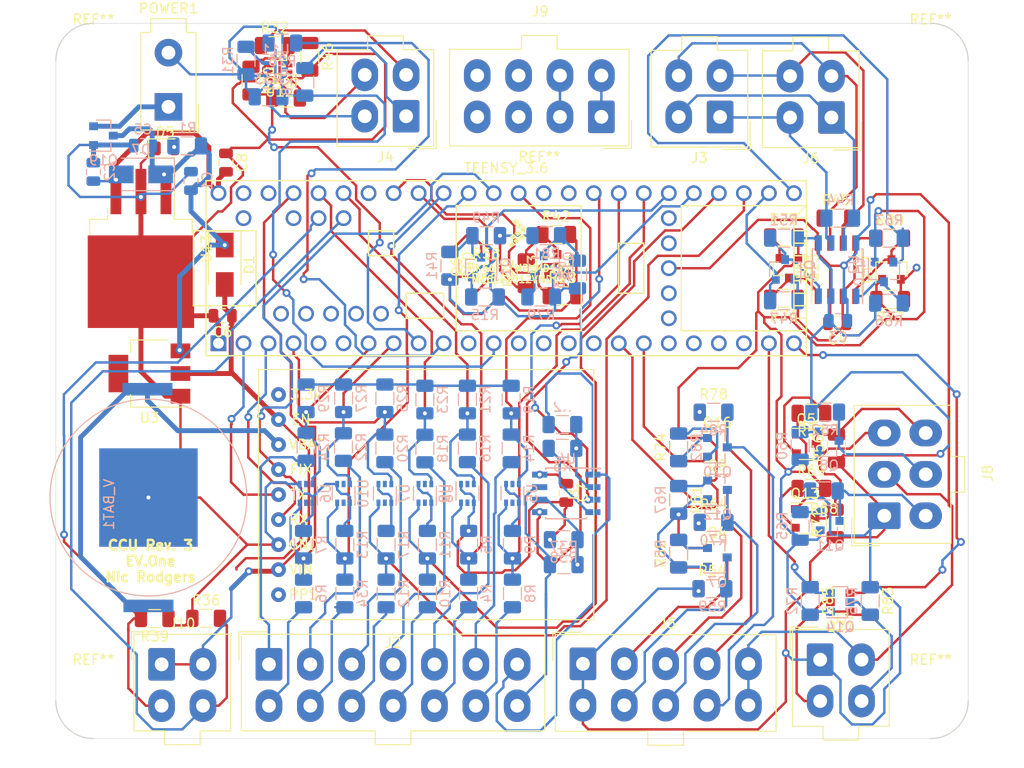
<source format=kicad_pcb>
(kicad_pcb (version 20171130) (host pcbnew "(5.1.0)-1")
  (layers (0 F.Cu signal) (31 B.Cu signal) (34 B.Paste user) (35 F.Paste user) (36 B.SilkS user) (37 F.SilkS user) (38 B.Mask user) (39 F.Mask user) (44 Edge.Cuts user))
  (net 0 "")
  (net 1 BMS_SIG)
  (net 2 IMD_SIG)
  (net 3 PDOC_SIG)
  (net 4 BSPD_SIG)
  (net 5 CANL_R)
  (net 6 CANH_R)
  (net 7 GND)
  (net 8 STB2)
  (net 9 CLK2)
  (net 10 DIO2)
  (net 11 STB1)
  (net 12 CLK1)
  (net 13 DIO1)
  (net 14 PDOC_THERM)
  (net 15 BSPD)
  (net 16 BMS)
  (net 17 IMD)
  (net 18 CAN_TX_L)
  (net 19 CAN_RX_L)
  (net 20 CAN_RX_R)
  (net 21 CAN_TX_R)
  (net 22 Vbat)
  (net 23 CAN_TX_R_LV)
  (net 24 CAN_RX_R_LV)
  (net 25 CAN_TX_L_LV)
  (net 26 CAN_RX_L_LV)
  (net 27 DIO1_Sig)
  (net 28 DIO2_Sig)
  (net 29 CLK1_Sig)
  (net 30 CLK2_Sig)
  (net 31 STB1_Sig)
  (net 32 STB2_Sig)
  (net 33 +12V)
  (net 34 +5V)
  (net 35 GPS_RX)
  (net 36 GPS_TX)
  (net 37 GPS_FIX)
  (net 38 GPIO3_SIG)
  (net 39 GPIO3)
  (net 40 THR_INPUT_SIG)
  (net 41 THR_INPUT)
  (net 42 LATCHED_THR_SIG)
  (net 43 LATCHED_THR)
  (net 44 GPIO2_SIG)
  (net 45 GPIO2)
  (net 46 GPIO1_SIG)
  (net 47 GPIO1)
  (net 48 POWER_SIG)
  (net 49 POWER)
  (net 50 AIR_POS_SIG)
  (net 51 AIR_POS)
  (net 52 AIR_NEG_SIG)
  (net 53 AIR_NEG)
  (net 54 COOLING_SIG)
  (net 55 COOLING)
  (net 56 RTD_SIG)
  (net 57 RTD)
  (net 58 BRAKE_SIG)
  (net 59 BRAKE)
  (net 60 BMS_CANH)
  (net 61 BMS_CANL)
  (net 62 TEMP_SEN_1_IN)
  (net 63 IMD_PWM)
  (net 64 RX4)
  (net 65 TX4)
  (net 66 SCK0)
  (net 67 MISO0)
  (net 68 MOSI0)
  (net 69 CS0)
  (net 70 SDA0)
  (net 71 SDA1)
  (net 72 SCL0)
  (net 73 SCL1)
  (net 74 TEMP_1_SIG)
  (net 75 "Net-(R2-Pad1)")
  (net 76 IMD_PWM_SIG)
  (net 77 "Net-(R37-Pad1)")
  (net 78 "Net-(R31-Pad1)")
  (net 79 AN_GPIO_2)
  (net 80 AN_GPIO_1)
  (net 81 SDA1_LV)
  (net 82 SCL0_LV)
  (net 83 MOSI0_LV)
  (net 84 SDA0_LV)
  (net 85 MISO0_LV)
  (net 86 CS0_LV)
  (net 87 SCK0_LV)
  (net 88 RX4_LV)
  (net 89 SCL1_LV)
  (net 90 TX4_LV)
  (net 91 RAW_AN_GPIO_2)
  (net 92 RAW_AN_GPIO_1)
  (net 93 "Net-(POWER1-Pad1)")
  (net 94 "Net-(D5-Pad2)")
  (net 95 TEMP_2_SIG)
  (module Mini-Fit-Jr-4.20mm-pitch:Molex-Mini-Fit-Jr-14-pin-P4.2mm-RowP4.2mm (layer F.Cu) (at 120.575 163.525)
    (fp_text reference J2 (at -0.1 -12.4) (layer F.SilkS))
    (fp_text value GPIO's)
    (pad 10 thru_hole oval (at -4.3 -6) (size 2.7 3.3) (drill 1.4) (layers *.Cu *.Mask) (net 47 GPIO1))
    (pad 12 thru_hole oval (at 4.1 -6) (size 2.7 3.3) (drill 1.4) (layers *.Cu *.Mask) (net 39 GPIO3))
    (pad 3 thru_hole oval (at -4.3 -10.2) (size 2.7 3.3) (drill 1.4) (layers *.Cu *.Mask) (net 55 COOLING))
    (pad 1 thru_hole roundrect (at -12.7 -10.2) (size 2.7 3.3) (drill 1.4) (layers *.Cu *.Mask) (roundrect_rratio 0.09259299999999999) (net 59 BRAKE))
    (pad 14 thru_hole oval (at 12.5 -6) (size 2.7 3.3) (drill 1.4) (layers *.Cu *.Mask) (net 79 AN_GPIO_2))
    (pad 8 thru_hole oval (at -12.7 -6) (size 2.7 3.3) (drill 1.4) (layers *.Cu *.Mask) (net 41 THR_INPUT))
    (pad 2 thru_hole oval (at -8.5 -10.2) (size 2.7 3.3) (drill 1.4) (layers *.Cu *.Mask) (net 57 RTD))
    (pad 4 thru_hole oval (at -0.1 -10.2) (size 2.7 3.3) (drill 1.4) (layers *.Cu *.Mask) (net 53 AIR_NEG))
    (pad 9 thru_hole oval (at -8.5 -6) (size 2.7 3.3) (drill 1.4) (layers *.Cu *.Mask) (net 63 IMD_PWM))
    (pad 6 thru_hole oval (at 8.3 -10.2) (size 2.7 3.3) (drill 1.4) (layers *.Cu *.Mask) (net 49 POWER))
    (pad 11 thru_hole oval (at -0.1 -6) (size 2.7 3.3) (drill 1.4) (layers *.Cu *.Mask) (net 45 GPIO2))
    (pad 5 thru_hole oval (at 4.1 -10.2) (size 2.7 3.3) (drill 1.4) (layers *.Cu *.Mask) (net 51 AIR_POS))
    (pad 7 thru_hole oval (at 12.5 -10.2) (size 2.7 3.3) (drill 1.4) (layers *.Cu *.Mask) (net 80 AN_GPIO_1))
    (pad 13 thru_hole oval (at 8.3 -6) (size 2.7 3.3) (drill 1.4) (layers *.Cu *.Mask) (net 43 LATCHED_THR))
  )
  (module Mini-Fit-Jr-4.20mm-pitch:Molex-Mini-Fit-Jr-10-pin-P4.2mm-RowP4.2mm (layer F.Cu) (at 148.35 162.975)
    (fp_text reference J5 (at 0 -13.8) (layer F.SilkS))
    (fp_text value Displays)
    (pad 7 thru_hole oval (at -4.4 -5.5) (size 2.7 3.3) (drill 1.4) (layers *.Cu *.Mask) (net 10 DIO2))
    (pad 2 thru_hole oval (at -4.4 -9.7) (size 2.7 3.3) (drill 1.4) (layers *.Cu *.Mask) (net 13 DIO1))
    (pad 5 thru_hole oval (at 8.2 -9.7) (size 2.7 3.3) (drill 1.4) (layers *.Cu *.Mask) (net 7 GND))
    (pad 4 thru_hole oval (at 4 -9.7) (size 2.7 3.3) (drill 1.4) (layers *.Cu *.Mask) (net 11 STB1))
    (pad 10 thru_hole oval (at 8.2 -5.5) (size 2.7 3.3) (drill 1.4) (layers *.Cu *.Mask) (net 7 GND))
    (pad 9 thru_hole oval (at 4 -5.5) (size 2.7 3.3) (drill 1.4) (layers *.Cu *.Mask) (net 8 STB2))
    (pad 8 thru_hole oval (at -0.2 -5.5) (size 2.7 3.3) (drill 1.4) (layers *.Cu *.Mask) (net 9 CLK2))
    (pad 3 thru_hole oval (at -0.2 -9.7) (size 2.7 3.3) (drill 1.4) (layers *.Cu *.Mask) (net 12 CLK1))
    (pad 6 thru_hole oval (at -8.6 -5.5) (size 2.7 3.3) (drill 1.4) (layers *.Cu *.Mask) (net 34 +5V))
    (pad 1 thru_hole roundrect (at -8.6 -9.7) (size 2.7 3.3) (drill 1.4) (layers *.Cu *.Mask) (roundrect_rratio 0.09259299999999999) (net 34 +5V))
  )
  (module Package_TO_SOT_SMD:SOT-23 (layer B.Cu) (at 91.066 99.646)
    (fp_text reference Q19 (at 0 2.5) (layer B.SilkS) (effects (justify mirror)))
    (fp_text value SUD08P06-155L)
    (pad 3 smd rect (at 1 0) (size 0.9 0.8) (layers B.Cu B.Paste B.Mask) (net 33 +12V))
    (pad 2 smd rect (at -1 -0.95) (size 0.9 0.8) (layers B.Cu B.Paste B.Mask) (net 93 "Net-(POWER1-Pad1)"))
    (pad 1 smd rect (at -1 0.95) (size 0.9 0.8) (layers B.Cu B.Paste B.Mask) (net 7 GND))
  )
  (module Battery_Holders:2032_Batt_holder (layer B.Cu) (at 95.638 124.792 270)
    (fp_text reference V_BAT1 (at 12.3 4 270) (layer B.SilkS) (effects (justify mirror)))
    (fp_text value Vbat)
    (pad 2 smd rect (at 11.6 0 270) (size 10 10) (layers B.Cu B.Paste B.Mask) (net 7 GND))
    (pad 1 smd rect (at 22.6 0 270) (size 1.27 5.08) (layers B.Cu B.Paste B.Mask) (net 22 Vbat))
    (pad 1 smd rect (at 0.6 0.1 270) (size 1.27 5.08) (layers B.Cu B.Paste B.Mask) (net 22 Vbat))
  )
  (module MountingHole:MountingHole_3.2mm_M3 (layer F.Cu) (at 90.05 92.05)
    (fp_text reference REF** (at 0 -4.2) (layer F.SilkS))
    (fp_text value MountingHole_3.2mm_M3)
    (pad 1 np_thru_hole circle (at 0 0) (size 3.2 3.2) (drill 3.2) (layers *.Cu *.Mask))
  )
  (module MountingHole:MountingHole_3.2mm_M3 (layer F.Cu) (at 175.05 92.05)
    (fp_text reference REF** (at 0 -4.2) (layer F.SilkS))
    (fp_text value MountingHole_3.2mm_M3)
    (pad 1 np_thru_hole circle (at 0 0) (size 3.2 3.2) (drill 3.2) (layers *.Cu *.Mask))
  )
  (module Capacitor_SMD:C_0805_2012Metric (layer F.Cu) (at 103.512 102.3855 270)
    (fp_text reference C8 (at 0 -1.65 270) (layer F.SilkS))
    (fp_text value 10u)
    (pad 2 smd roundrect (at 0.9375 0 270) (size 0.975 1.4) (layers F.Cu F.Paste F.Mask) (net 34 +5V))
    (pad 1 smd roundrect (at -0.9375 0 270) (size 0.975 1.4) (layers F.Cu F.Paste F.Mask) (net 7 GND))
  )
  (module MountingHole:MountingHole_3.2mm_M3 (layer F.Cu) (at 175.05 157.05)
    (fp_text reference REF** (at 0 -4.2) (layer F.SilkS))
    (fp_text value MountingHole_3.2mm_M3)
    (pad 1 np_thru_hole circle (at 0 0) (size 3.2 3.2) (drill 3.2) (layers *.Cu *.Mask))
  )
  (module MountingHole:MountingHole_3.2mm_M3 (layer F.Cu) (at 90.05 157.05)
    (fp_text reference REF** (at 0 -4.2) (layer F.SilkS))
    (fp_text value MountingHole_3.2mm_M3)
    (pad 1 np_thru_hole circle (at 0 0) (size 3.2 3.2) (drill 3.2) (layers *.Cu *.Mask))
  )
  (module Package_TO_SOT_SMD:TO-263-3_TabPin2 (layer F.Cu) (at 94.876 111.1 270)
    (fp_text reference U13 (at 0 -6.65 270) (layer F.SilkS))
    (fp_text value L7805)
    (pad 2 smd rect (at 3.375 0 270) (size 9.4 10.8) (layers F.Cu F.Mask) (net 7 GND))
    (pad 3 smd rect (at -5.775 2.54 270) (size 4.6 1.1) (layers F.Cu F.Paste F.Mask) (net 34 +5V))
    (pad 2 smd rect (at -5.775 0 270) (size 4.6 1.1) (layers F.Cu F.Paste F.Mask) (net 7 GND))
    (pad 1 smd rect (at -5.775 -2.54 270) (size 4.6 1.1) (layers F.Cu F.Paste F.Mask) (net 33 +12V))
  )
  (module Package_TO_SOT_SMD:SOT-363_SC-70-6 (layer F.Cu) (at 108.973 93.169 180)
    (fp_text reference U12 (at 0 -2 180) (layer F.SilkS))
    (fp_text value MMBZ52)
    (pad 6 smd rect (at 0.95 -0.65 180) (size 0.65 0.4) (layers F.Cu F.Paste F.Mask) (net 3 PDOC_SIG))
    (pad 4 smd rect (at 0.95 0.65 180) (size 0.65 0.4) (layers F.Cu F.Paste F.Mask) (net 7 GND))
    (pad 2 smd rect (at -0.95 0 180) (size 0.65 0.4) (layers F.Cu F.Paste F.Mask))
    (pad 5 smd rect (at 0.95 0 180) (size 0.65 0.4) (layers F.Cu F.Paste F.Mask))
    (pad 3 smd rect (at -0.95 0.65 180) (size 0.65 0.4) (layers F.Cu F.Paste F.Mask) (net 4 BSPD_SIG))
    (pad 1 smd rect (at -0.95 -0.65 180) (size 0.65 0.4) (layers F.Cu F.Paste F.Mask) (net 7 GND))
  )
  (module Package_TO_SOT_SMD:SOT-363_SC-70-6 (layer B.Cu) (at 108.526 92.93 180)
    (fp_text reference U11 (at 0 2 180) (layer B.SilkS) (effects (justify mirror)))
    (fp_text value MMBZ52)
    (pad 6 smd rect (at 0.95 0.65 180) (size 0.65 0.4) (layers B.Cu B.Paste B.Mask) (net 78 "Net-(R31-Pad1)"))
    (pad 4 smd rect (at 0.95 -0.65 180) (size 0.65 0.4) (layers B.Cu B.Paste B.Mask) (net 7 GND))
    (pad 2 smd rect (at -0.95 0 180) (size 0.65 0.4) (layers B.Cu B.Paste B.Mask))
    (pad 5 smd rect (at 0.95 0 180) (size 0.65 0.4) (layers B.Cu B.Paste B.Mask))
    (pad 3 smd rect (at -0.95 -0.65 180) (size 0.65 0.4) (layers B.Cu B.Paste B.Mask) (net 2 IMD_SIG))
    (pad 1 smd rect (at -0.95 0.65 180) (size 0.65 0.4) (layers B.Cu B.Paste B.Mask) (net 7 GND))
  )
  (module Package_TO_SOT_SMD:SOT-363_SC-70-6 (layer B.Cu) (at 115.45 135.968 90)
    (fp_text reference U10 (at 0 2 90) (layer B.SilkS) (effects (justify mirror)))
    (fp_text value MMBZ52)
    (pad 6 smd rect (at 0.95 0.65 90) (size 0.65 0.4) (layers B.Cu B.Paste B.Mask) (net 56 RTD_SIG))
    (pad 4 smd rect (at 0.95 -0.65 90) (size 0.65 0.4) (layers B.Cu B.Paste B.Mask) (net 7 GND))
    (pad 2 smd rect (at -0.95 0 90) (size 0.65 0.4) (layers B.Cu B.Paste B.Mask))
    (pad 5 smd rect (at 0.95 0 90) (size 0.65 0.4) (layers B.Cu B.Paste B.Mask))
    (pad 3 smd rect (at -0.95 -0.65 90) (size 0.65 0.4) (layers B.Cu B.Paste B.Mask) (net 76 IMD_PWM_SIG))
    (pad 1 smd rect (at -0.95 0.65 90) (size 0.65 0.4) (layers B.Cu B.Paste B.Mask) (net 7 GND))
  )
  (module Package_TO_SOT_SMD:SOT-363_SC-70-6 (layer B.Cu) (at 123.705 135.968 90)
    (fp_text reference U9 (at 0 2 90) (layer B.SilkS) (effects (justify mirror)))
    (fp_text value MMBZ52)
    (pad 6 smd rect (at 0.95 0.65 90) (size 0.65 0.4) (layers B.Cu B.Paste B.Mask) (net 52 AIR_NEG_SIG))
    (pad 4 smd rect (at 0.95 -0.65 90) (size 0.65 0.4) (layers B.Cu B.Paste B.Mask) (net 7 GND))
    (pad 2 smd rect (at -0.95 0 90) (size 0.65 0.4) (layers B.Cu B.Paste B.Mask))
    (pad 5 smd rect (at 0.95 0 90) (size 0.65 0.4) (layers B.Cu B.Paste B.Mask))
    (pad 3 smd rect (at -0.95 -0.65 90) (size 0.65 0.4) (layers B.Cu B.Paste B.Mask) (net 44 GPIO2_SIG))
    (pad 1 smd rect (at -0.95 0.65 90) (size 0.65 0.4) (layers B.Cu B.Paste B.Mask) (net 7 GND))
  )
  (module Package_TO_SOT_SMD:SOT-363_SC-70-6 (layer B.Cu) (at 128.023 135.968 270)
    (fp_text reference U8 (at 0 2 270) (layer B.SilkS) (effects (justify mirror)))
    (fp_text value MMBZ52)
    (pad 6 smd rect (at 0.95 0.65 270) (size 0.65 0.4) (layers B.Cu B.Paste B.Mask) (net 38 GPIO3_SIG))
    (pad 4 smd rect (at 0.95 -0.65 270) (size 0.65 0.4) (layers B.Cu B.Paste B.Mask) (net 7 GND))
    (pad 2 smd rect (at -0.95 0 270) (size 0.65 0.4) (layers B.Cu B.Paste B.Mask))
    (pad 5 smd rect (at 0.95 0 270) (size 0.65 0.4) (layers B.Cu B.Paste B.Mask))
    (pad 3 smd rect (at -0.95 -0.65 270) (size 0.65 0.4) (layers B.Cu B.Paste B.Mask) (net 50 AIR_POS_SIG))
    (pad 1 smd rect (at -0.95 0.65 270) (size 0.65 0.4) (layers B.Cu B.Paste B.Mask) (net 7 GND))
  )
  (module Package_TO_SOT_SMD:SOT-363_SC-70-6 (layer B.Cu) (at 119.641 135.968 90)
    (fp_text reference U7 (at 0 2 90) (layer B.SilkS) (effects (justify mirror)))
    (fp_text value MMBZ52)
    (pad 6 smd rect (at 0.95 0.65 90) (size 0.65 0.4) (layers B.Cu B.Paste B.Mask) (net 54 COOLING_SIG))
    (pad 4 smd rect (at 0.95 -0.65 90) (size 0.65 0.4) (layers B.Cu B.Paste B.Mask) (net 7 GND))
    (pad 2 smd rect (at -0.95 0 90) (size 0.65 0.4) (layers B.Cu B.Paste B.Mask))
    (pad 5 smd rect (at 0.95 0 90) (size 0.65 0.4) (layers B.Cu B.Paste B.Mask))
    (pad 3 smd rect (at -0.95 -0.65 90) (size 0.65 0.4) (layers B.Cu B.Paste B.Mask) (net 46 GPIO1_SIG))
    (pad 1 smd rect (at -0.95 0.65 90) (size 0.65 0.4) (layers B.Cu B.Paste B.Mask) (net 7 GND))
  )
  (module Package_TO_SOT_SMD:SOT-363_SC-70-6 (layer B.Cu) (at 111.64 135.968 90)
    (fp_text reference U6 (at 0 2 90) (layer B.SilkS) (effects (justify mirror)))
    (fp_text value MMBZ52)
    (pad 6 smd rect (at 0.95 0.65 90) (size 0.65 0.4) (layers B.Cu B.Paste B.Mask) (net 58 BRAKE_SIG))
    (pad 4 smd rect (at 0.95 -0.65 90) (size 0.65 0.4) (layers B.Cu B.Paste B.Mask) (net 7 GND))
    (pad 2 smd rect (at -0.95 0 90) (size 0.65 0.4) (layers B.Cu B.Paste B.Mask))
    (pad 5 smd rect (at 0.95 0 90) (size 0.65 0.4) (layers B.Cu B.Paste B.Mask))
    (pad 3 smd rect (at -0.95 -0.65 90) (size 0.65 0.4) (layers B.Cu B.Paste B.Mask) (net 40 THR_INPUT_SIG))
    (pad 1 smd rect (at -0.95 0.65 90) (size 0.65 0.4) (layers B.Cu B.Paste B.Mask) (net 7 GND))
  )
  (module Package_TO_SOT_SMD:SOT-363_SC-70-6 (layer B.Cu) (at 132.595 135.968 90)
    (fp_text reference U5 (at 0 2 90) (layer B.SilkS) (effects (justify mirror)))
    (fp_text value MMBZ52)
    (pad 6 smd rect (at 0.95 0.65 90) (size 0.65 0.4) (layers B.Cu B.Paste B.Mask) (net 48 POWER_SIG))
    (pad 4 smd rect (at 0.95 -0.65 90) (size 0.65 0.4) (layers B.Cu B.Paste B.Mask) (net 7 GND))
    (pad 2 smd rect (at -0.95 0 90) (size 0.65 0.4) (layers B.Cu B.Paste B.Mask))
    (pad 5 smd rect (at 0.95 0 90) (size 0.65 0.4) (layers B.Cu B.Paste B.Mask))
    (pad 3 smd rect (at -0.95 -0.65 90) (size 0.65 0.4) (layers B.Cu B.Paste B.Mask) (net 42 LATCHED_THR_SIG))
    (pad 1 smd rect (at -0.95 0.65 90) (size 0.65 0.4) (layers B.Cu B.Paste B.Mask) (net 7 GND))
  )
  (module Package_SO:SOIC-8_3.9x4.9mm_P1.27mm (layer B.Cu) (at 138.056 135.968 180)
    (fp_text reference U4 (at 0 3.5 180) (layer B.SilkS) (effects (justify mirror)))
    (fp_text value MCP6002-xSN)
    (pad 8 smd rect (at 2.7 1.905 180) (size 1.55 0.6) (layers B.Cu B.Paste B.Mask) (net 34 +5V))
    (pad 7 smd rect (at 2.7 0.635 180) (size 1.55 0.6) (layers B.Cu B.Paste B.Mask) (net 79 AN_GPIO_2))
    (pad 6 smd rect (at 2.7 -0.635 180) (size 1.55 0.6) (layers B.Cu B.Paste B.Mask) (net 77 "Net-(R37-Pad1)"))
    (pad 5 smd rect (at 2.7 -1.905 180) (size 1.55 0.6) (layers B.Cu B.Paste B.Mask) (net 91 RAW_AN_GPIO_2))
    (pad 4 smd rect (at -2.7 -1.905 180) (size 1.55 0.6) (layers B.Cu B.Paste B.Mask) (net 7 GND))
    (pad 3 smd rect (at -2.7 -0.635 180) (size 1.55 0.6) (layers B.Cu B.Paste B.Mask) (net 92 RAW_AN_GPIO_1))
    (pad 2 smd rect (at -2.7 0.635 180) (size 1.55 0.6) (layers B.Cu B.Paste B.Mask) (net 75 "Net-(R2-Pad1)"))
    (pad 1 smd rect (at -2.7 1.905 180) (size 1.55 0.6) (layers B.Cu B.Paste B.Mask) (net 80 AN_GPIO_1))
  )
  (module TO_SOT_Packages_SMD:SOT-223 (layer F.Cu) (at 95.74 123.8 180)
    (fp_text reference U3 (at 0 -4.5 180) (layer F.SilkS))
    (fp_text value LM1117-3.3)
    (pad 1 smd rect (at -3.15 -2.3 180) (size 2 1.5) (layers F.Cu F.Paste F.Mask) (net 7 GND))
    (pad 3 smd rect (at -3.15 2.3 180) (size 2 1.5) (layers F.Cu F.Paste F.Mask) (net 33 +12V))
    (pad 2 smd rect (at -3.15 0 180) (size 2 1.5) (layers F.Cu F.Paste F.Mask) (net 62 TEMP_SEN_1_IN))
    (pad 4 smd rect (at 3.15 0 180) (size 2 3.8) (layers F.Cu F.Paste F.Mask))
  )
  (module Package_SO:SOIC-8_3.9x4.9mm_P1.27mm (layer B.Cu) (at 165.615 113.235 90)
    (fp_text reference U2 (at 0.508 1.651 90) (layer B.SilkS) (effects (justify mirror)))
    (fp_text value TJA1051T-E)
    (pad 8 smd rect (at 2.7 1.905 90) (size 1.55 0.6) (layers B.Cu B.Paste B.Mask) (net 7 GND))
    (pad 7 smd rect (at 2.7 0.635 90) (size 1.55 0.6) (layers B.Cu B.Paste B.Mask) (net 6 CANH_R))
    (pad 6 smd rect (at 2.7 -0.635 90) (size 1.55 0.6) (layers B.Cu B.Paste B.Mask) (net 5 CANL_R))
    (pad 5 smd rect (at 2.7 -1.905 90) (size 1.55 0.6) (layers B.Cu B.Paste B.Mask) (net 34 +5V))
    (pad 4 smd rect (at -2.7 -1.905 90) (size 1.55 0.6) (layers B.Cu B.Paste B.Mask) (net 20 CAN_RX_R))
    (pad 3 smd rect (at -2.7 -0.635 90) (size 1.55 0.6) (layers B.Cu B.Paste B.Mask) (net 34 +5V))
    (pad 2 smd rect (at -2.7 0.635 90) (size 1.55 0.6) (layers B.Cu B.Paste B.Mask) (net 7 GND))
    (pad 1 smd rect (at -2.7 1.905 90) (size 1.55 0.6) (layers B.Cu B.Paste B.Mask) (net 21 CAN_TX_R))
  )
  (module Package_SO:SOIC-8_3.9x4.9mm_P1.27mm (layer F.Cu) (at 165.488 113.268 90)
    (fp_text reference U1 (at 0 -3.5 90) (layer F.SilkS))
    (fp_text value TJA1051T-E)
    (pad 8 smd rect (at 2.7 -1.905 90) (size 1.55 0.6) (layers F.Cu F.Paste F.Mask) (net 7 GND))
    (pad 7 smd rect (at 2.7 -0.635 90) (size 1.55 0.6) (layers F.Cu F.Paste F.Mask) (net 60 BMS_CANH))
    (pad 6 smd rect (at 2.7 0.635 90) (size 1.55 0.6) (layers F.Cu F.Paste F.Mask) (net 61 BMS_CANL))
    (pad 5 smd rect (at 2.7 1.905 90) (size 1.55 0.6) (layers F.Cu F.Paste F.Mask) (net 34 +5V))
    (pad 4 smd rect (at -2.7 1.905 90) (size 1.55 0.6) (layers F.Cu F.Paste F.Mask) (net 19 CAN_RX_L))
    (pad 3 smd rect (at -2.7 0.635 90) (size 1.55 0.6) (layers F.Cu F.Paste F.Mask) (net 34 +5V))
    (pad 2 smd rect (at -2.7 -0.635 90) (size 1.55 0.6) (layers F.Cu F.Paste F.Mask) (net 7 GND))
    (pad 1 smd rect (at -2.7 -1.905 90) (size 1.55 0.6) (layers F.Cu F.Paste F.Mask) (net 18 CAN_TX_L))
  )
  (module teensy:Teensy35_36 (layer F.Cu) (at 131.96 113.108)
    (fp_text reference TEENSY_3.6 (at 0 -10.16) (layer F.SilkS))
    (fp_text value Teensy3.6)
    (fp_text user MK64FX512VMD12 (at 1.27 1.143) (layer F.SilkS) (effects (font (size 0.7 0.7))))
    (fp_text user MK66FX1MBVMD18/ (at 1.27 0) (layer F.SilkS) (effects (font (size 0.7 0.7))))
    (pad 62 thru_hole circle (at -12.7 4.62) (size 1.6 1.6) (drill 1.1) (layers *.Cu *.Mask))
    (pad 61 thru_hole circle (at -15.24 4.62) (size 1.6 1.6) (drill 1.1) (layers *.Cu *.Mask))
    (pad 60 thru_hole circle (at -17.78 4.62) (size 1.6 1.6) (drill 1.1) (layers *.Cu *.Mask))
    (pad 59 thru_hole circle (at -20.32 4.62) (size 1.6 1.6) (drill 1.1) (layers *.Cu *.Mask))
    (pad 58 thru_hole circle (at -22.86 4.62) (size 1.6 1.6) (drill 1.1) (layers *.Cu *.Mask))
    (pad 57 thru_hole circle (at -16.51 -5.08) (size 1.6 1.6) (drill 1.1) (layers *.Cu *.Mask) (net 95 TEMP_2_SIG))
    (pad 56 thru_hole circle (at -19.05 -5.08) (size 1.6 1.6) (drill 1.1) (layers *.Cu *.Mask) (net 74 TEMP_1_SIG))
    (pad 55 thru_hole circle (at -21.59 -5.08) (size 1.6 1.6) (drill 1.1) (layers *.Cu *.Mask))
    (pad 54 thru_hole circle (at -26.67 -5.08) (size 1.6 1.6) (drill 1.1) (layers *.Cu *.Mask))
    (pad 53 thru_hole circle (at -29.21 -7.62) (size 1.6 1.6) (drill 1.1) (layers *.Cu *.Mask) (net 34 +5V))
    (pad 52 thru_hole circle (at -26.67 -7.62) (size 1.6 1.6) (drill 1.1) (layers *.Cu *.Mask))
    (pad 51 thru_hole circle (at -24.13 -7.62) (size 1.6 1.6) (drill 1.1) (layers *.Cu *.Mask))
    (pad 50 thru_hole circle (at -21.59 -7.62) (size 1.6 1.6) (drill 1.1) (layers *.Cu *.Mask) (net 40 THR_INPUT_SIG))
    (pad 49 thru_hole circle (at -19.05 -7.62) (size 1.6 1.6) (drill 1.1) (layers *.Cu *.Mask) (net 52 AIR_NEG_SIG))
    (pad 48 thru_hole circle (at -16.51 -7.62) (size 1.6 1.6) (drill 1.1) (layers *.Cu *.Mask) (net 50 AIR_POS_SIG))
    (pad 47 thru_hole circle (at -13.97 -7.62) (size 1.6 1.6) (drill 1.1) (layers *.Cu *.Mask) (net 86 CS0_LV))
    (pad 46 thru_hole circle (at -11.43 -7.62) (size 1.6 1.6) (drill 1.1) (layers *.Cu *.Mask) (net 82 SCL0_LV))
    (pad 45 thru_hole circle (at -8.89 -7.62) (size 1.6 1.6) (drill 1.1) (layers *.Cu *.Mask) (net 84 SDA0_LV))
    (pad 44 thru_hole circle (at -6.35 -7.62) (size 1.6 1.6) (drill 1.1) (layers *.Cu *.Mask) (net 38 GPIO3_SIG))
    (pad 43 thru_hole circle (at -3.81 -7.62) (size 1.6 1.6) (drill 1.1) (layers *.Cu *.Mask) (net 76 IMD_PWM_SIG))
    (pad 42 thru_hole circle (at -1.27 -7.62) (size 1.6 1.6) (drill 1.1) (layers *.Cu *.Mask) (net 37 GPS_FIX))
    (pad 41 thru_hole circle (at 1.27 -7.62) (size 1.6 1.6) (drill 1.1) (layers *.Cu *.Mask) (net 48 POWER_SIG))
    (pad 40 thru_hole circle (at 3.81 -7.62) (size 1.6 1.6) (drill 1.1) (layers *.Cu *.Mask))
    (pad 39 thru_hole circle (at 6.35 -7.62) (size 1.6 1.6) (drill 1.1) (layers *.Cu *.Mask) (net 7 GND))
    (pad 38 thru_hole circle (at 8.89 -7.62) (size 1.6 1.6) (drill 1.1) (layers *.Cu *.Mask) (net 91 RAW_AN_GPIO_2))
    (pad 1 thru_hole rect (at -29.21 7.62) (size 1.6 1.6) (drill 1.1) (layers *.Cu *.Mask) (net 7 GND))
    (pad 2 thru_hole circle (at -26.67 7.62) (size 1.6 1.6) (drill 1.1) (layers *.Cu *.Mask) (net 36 GPS_TX))
    (pad 3 thru_hole circle (at -24.13 7.62) (size 1.6 1.6) (drill 1.1) (layers *.Cu *.Mask) (net 35 GPS_RX))
    (pad 4 thru_hole circle (at -21.59 7.62) (size 1.6 1.6) (drill 1.1) (layers *.Cu *.Mask) (net 54 COOLING_SIG))
    (pad 5 thru_hole circle (at -19.05 7.62) (size 1.6 1.6) (drill 1.1) (layers *.Cu *.Mask) (net 25 CAN_TX_L_LV))
    (pad 6 thru_hole circle (at -16.51 7.62) (size 1.6 1.6) (drill 1.1) (layers *.Cu *.Mask) (net 26 CAN_RX_L_LV))
    (pad 7 thru_hole circle (at -13.97 7.62) (size 1.6 1.6) (drill 1.1) (layers *.Cu *.Mask) (net 58 BRAKE_SIG))
    (pad 8 thru_hole circle (at -11.43 7.62) (size 1.6 1.6) (drill 1.1) (layers *.Cu *.Mask) (net 56 RTD_SIG))
    (pad 9 thru_hole circle (at -8.89 7.62) (size 1.6 1.6) (drill 1.1) (layers *.Cu *.Mask) (net 3 PDOC_SIG))
    (pad 10 thru_hole circle (at -6.35 7.62) (size 1.6 1.6) (drill 1.1) (layers *.Cu *.Mask) (net 1 BMS_SIG))
    (pad 11 thru_hole circle (at -3.81 7.62) (size 1.6 1.6) (drill 1.1) (layers *.Cu *.Mask) (net 4 BSPD_SIG))
    (pad 12 thru_hole circle (at -1.27 7.62) (size 1.6 1.6) (drill 1.1) (layers *.Cu *.Mask) (net 2 IMD_SIG))
    (pad 13 thru_hole circle (at 1.27 7.62) (size 1.6 1.6) (drill 1.1) (layers *.Cu *.Mask) (net 83 MOSI0_LV))
    (pad 37 thru_hole circle (at 11.43 -7.62) (size 1.6 1.6) (drill 1.1) (layers *.Cu *.Mask) (net 92 RAW_AN_GPIO_1))
    (pad 36 thru_hole circle (at 13.97 -7.62) (size 1.6 1.6) (drill 1.1) (layers *.Cu *.Mask) (net 42 LATCHED_THR_SIG))
    (pad 35 thru_hole circle (at 16.51 -7.62) (size 1.6 1.6) (drill 1.1) (layers *.Cu *.Mask) (net 81 SDA1_LV))
    (pad 34 thru_hole circle (at 19.05 -7.62) (size 1.6 1.6) (drill 1.1) (layers *.Cu *.Mask) (net 89 SCL1_LV))
    (pad 33 thru_hole circle (at 21.59 -7.62) (size 1.6 1.6) (drill 1.1) (layers *.Cu *.Mask) (net 44 GPIO2_SIG))
    (pad 32 thru_hole circle (at 24.13 -7.62) (size 1.6 1.6) (drill 1.1) (layers *.Cu *.Mask) (net 46 GPIO1_SIG))
    (pad 31 thru_hole circle (at 26.67 -7.62) (size 1.6 1.6) (drill 1.1) (layers *.Cu *.Mask) (net 24 CAN_RX_R_LV))
    (pad 30 thru_hole circle (at 29.21 -7.62) (size 1.6 1.6) (drill 1.1) (layers *.Cu *.Mask) (net 23 CAN_TX_R_LV))
    (pad 29 thru_hole circle (at 16.51 -5.08) (size 1.6 1.6) (drill 1.1) (layers *.Cu *.Mask))
    (pad 28 thru_hole circle (at 16.51 -2.54) (size 1.6 1.6) (drill 1.1) (layers *.Cu *.Mask))
    (pad 27 thru_hole circle (at 16.51 0) (size 1.6 1.6) (drill 1.1) (layers *.Cu *.Mask) (net 7 GND))
    (pad 26 thru_hole circle (at 16.51 2.54) (size 1.6 1.6) (drill 1.1) (layers *.Cu *.Mask))
    (pad 25 thru_hole circle (at 16.51 5.08) (size 1.6 1.6) (drill 1.1) (layers *.Cu *.Mask) (net 22 Vbat))
    (pad 24 thru_hole circle (at 29.21 7.62) (size 1.6 1.6) (drill 1.1) (layers *.Cu *.Mask) (net 90 TX4_LV))
    (pad 23 thru_hole circle (at 26.67 7.62) (size 1.6 1.6) (drill 1.1) (layers *.Cu *.Mask) (net 88 RX4_LV))
    (pad 22 thru_hole circle (at 24.13 7.62) (size 1.6 1.6) (drill 1.1) (layers *.Cu *.Mask) (net 32 STB2_Sig))
    (pad 21 thru_hole circle (at 21.59 7.62) (size 1.6 1.6) (drill 1.1) (layers *.Cu *.Mask) (net 30 CLK2_Sig))
    (pad 14 thru_hole circle (at 3.81 7.62) (size 1.6 1.6) (drill 1.1) (layers *.Cu *.Mask) (net 85 MISO0_LV))
    (pad 15 thru_hole circle (at 6.35 7.62) (size 1.6 1.6) (drill 1.1) (layers *.Cu *.Mask))
    (pad 16 thru_hole circle (at 8.89 7.62) (size 1.6 1.6) (drill 1.1) (layers *.Cu *.Mask) (net 27 DIO1_Sig))
    (pad 20 thru_hole circle (at 19.05 7.62) (size 1.6 1.6) (drill 1.1) (layers *.Cu *.Mask) (net 28 DIO2_Sig))
    (pad 19 thru_hole circle (at 16.51 7.62) (size 1.6 1.6) (drill 1.1) (layers *.Cu *.Mask) (net 87 SCK0_LV))
    (pad 18 thru_hole circle (at 13.97 7.62) (size 1.6 1.6) (drill 1.1) (layers *.Cu *.Mask) (net 31 STB1_Sig))
    (pad 17 thru_hole circle (at 11.43 7.62) (size 1.6 1.6) (drill 1.1) (layers *.Cu *.Mask) (net 29 CLK1_Sig))
  )
  (module Resistor_SMD:R_1206_3216Metric (layer F.Cu) (at 162.821 146.887 270)
    (fp_text reference R85 (at 0 -1.82 270) (layer F.SilkS))
    (fp_text value 10k)
    (pad 2 smd roundrect (at 1.4 0 270) (size 1.25 1.75) (layers F.Cu F.Paste F.Mask) (roundrect_rratio 0.2) (net 65 TX4))
    (pad 1 smd roundrect (at -1.4 0 270) (size 1.25 1.75) (layers F.Cu F.Paste F.Mask) (roundrect_rratio 0.2) (net 34 +5V))
  )
  (module Resistor_SMD:R_1206_3216Metric (layer B.Cu) (at 153.021 127.737)
    (fp_text reference R84 (at 0 1.82) (layer B.SilkS) (effects (justify mirror)))
    (fp_text value 10k)
    (pad 2 smd roundrect (at 1.4 0) (size 1.25 1.75) (layers B.Cu B.Paste B.Mask) (roundrect_rratio 0.2) (net 8 STB2))
    (pad 1 smd roundrect (at -1.4 0) (size 1.25 1.75) (layers B.Cu B.Paste B.Mask) (roundrect_rratio 0.2) (net 34 +5V))
  )
  (module Resistor_SMD:R_1206_3216Metric (layer F.Cu) (at 168.917 146.887 270)
    (fp_text reference R83 (at 0 -1.82 270) (layer F.SilkS))
    (fp_text value 10k)
    (pad 2 smd roundrect (at 1.4 0 270) (size 1.25 1.75) (layers F.Cu F.Paste F.Mask) (roundrect_rratio 0.2) (net 62 TEMP_SEN_1_IN))
    (pad 1 smd roundrect (at -1.4 0 270) (size 1.25 1.75) (layers F.Cu F.Paste F.Mask) (roundrect_rratio 0.2) (net 90 TX4_LV))
  )
  (module Resistor_SMD:R_1206_3216Metric (layer B.Cu) (at 149.462 131.293 90)
    (fp_text reference R82 (at 0 1.82 90) (layer B.SilkS) (effects (justify mirror)))
    (fp_text value 10k)
    (pad 2 smd roundrect (at 1.4 0 90) (size 1.25 1.75) (layers B.Cu B.Paste B.Mask) (roundrect_rratio 0.2) (net 62 TEMP_SEN_1_IN))
    (pad 1 smd roundrect (at -1.4 0 90) (size 1.25 1.75) (layers B.Cu B.Paste B.Mask) (roundrect_rratio 0.2) (net 32 STB2_Sig))
  )
  (module Resistor_SMD:R_1206_3216Metric (layer B.Cu) (at 136.027 109.806)
    (fp_text reference R81 (at 0 1.82) (layer B.SilkS) (effects (justify mirror)))
    (fp_text value 10k)
    (pad 2 smd roundrect (at 1.4 0) (size 1.25 1.75) (layers B.Cu B.Paste B.Mask) (roundrect_rratio 0.2) (net 73 SCL1))
    (pad 1 smd roundrect (at -1.4 0) (size 1.25 1.75) (layers B.Cu B.Paste B.Mask) (roundrect_rratio 0.2) (net 34 +5V))
  )
  (module Resistor_SMD:R_1206_3216Metric (layer F.Cu) (at 170.946 110.06)
    (fp_text reference R80 (at 0 -1.82) (layer F.SilkS))
    (fp_text value 10k)
    (pad 2 smd roundrect (at 1.4 0) (size 1.25 1.75) (layers F.Cu F.Paste F.Mask) (roundrect_rratio 0.2) (net 19 CAN_RX_L))
    (pad 1 smd roundrect (at -1.4 0) (size 1.25 1.75) (layers F.Cu F.Paste F.Mask) (roundrect_rratio 0.2) (net 34 +5V))
  )
  (module Resistor_SMD:R_1206_3216Metric (layer B.Cu) (at 135.516 116.029)
    (fp_text reference R79 (at 0 1.82) (layer B.SilkS) (effects (justify mirror)))
    (fp_text value 10k)
    (pad 2 smd roundrect (at 1.4 0) (size 1.25 1.75) (layers B.Cu B.Paste B.Mask) (roundrect_rratio 0.2) (net 62 TEMP_SEN_1_IN))
    (pad 1 smd roundrect (at -1.4 0) (size 1.25 1.75) (layers B.Cu B.Paste B.Mask) (roundrect_rratio 0.2) (net 89 SCL1_LV))
  )
  (module Resistor_SMD:R_1206_3216Metric (layer F.Cu) (at 153.015 127.737)
    (fp_text reference R78 (at 0 -1.82) (layer F.SilkS))
    (fp_text value 10k)
    (pad 2 smd roundrect (at 1.4 0) (size 1.25 1.75) (layers F.Cu F.Paste F.Mask) (roundrect_rratio 0.2) (net 11 STB1))
    (pad 1 smd roundrect (at -1.4 0) (size 1.25 1.75) (layers F.Cu F.Paste F.Mask) (roundrect_rratio 0.2) (net 34 +5V))
  )
  (module Resistor_SMD:R_1206_3216Metric (layer F.Cu) (at 170.946 116.283 180)
    (fp_text reference R77 (at 0 -1.82 180) (layer F.SilkS))
    (fp_text value 10k)
    (pad 2 smd roundrect (at 1.4 0 180) (size 1.25 1.75) (layers F.Cu F.Paste F.Mask) (roundrect_rratio 0.2) (net 62 TEMP_SEN_1_IN))
    (pad 1 smd roundrect (at -1.4 0 180) (size 1.25 1.75) (layers F.Cu F.Paste F.Mask) (roundrect_rratio 0.2) (net 26 CAN_RX_L_LV))
  )
  (module Resistor_SMD:R_1206_3216Metric (layer F.Cu) (at 160.154 116.156 180)
    (fp_text reference R76 (at 0 -1.82 180) (layer F.SilkS))
    (fp_text value 10k)
    (pad 2 smd roundrect (at 1.4 0 180) (size 1.25 1.75) (layers F.Cu F.Paste F.Mask) (roundrect_rratio 0.2) (net 18 CAN_TX_L))
    (pad 1 smd roundrect (at -1.4 0 180) (size 1.25 1.75) (layers F.Cu F.Paste F.Mask) (roundrect_rratio 0.2) (net 34 +5V))
  )
  (module Resistor_SMD:R_1206_3216Metric (layer B.Cu) (at 168.917 146.89 270)
    (fp_text reference R75 (at 0 1.82 270) (layer B.SilkS) (effects (justify mirror)))
    (fp_text value 10k)
    (pad 2 smd roundrect (at 1.4 0 270) (size 1.25 1.75) (layers B.Cu B.Paste B.Mask) (roundrect_rratio 0.2) (net 64 RX4))
    (pad 1 smd roundrect (at -1.4 0 270) (size 1.25 1.75) (layers B.Cu B.Paste B.Mask) (roundrect_rratio 0.2) (net 34 +5V))
  )
  (module Resistor_SMD:R_1206_3216Metric (layer F.Cu) (at 149.462 131.29 90)
    (fp_text reference R74 (at 0 -1.82 90) (layer F.SilkS))
    (fp_text value 10k)
    (pad 2 smd roundrect (at 1.4 0 90) (size 1.25 1.75) (layers F.Cu F.Paste F.Mask) (roundrect_rratio 0.2) (net 62 TEMP_SEN_1_IN))
    (pad 1 smd roundrect (at -1.4 0 90) (size 1.25 1.75) (layers F.Cu F.Paste F.Mask) (roundrect_rratio 0.2) (net 31 STB1_Sig))
  )
  (module Resistor_SMD:R_1206_3216Metric (layer F.Cu) (at 160.154 109.933)
    (fp_text reference R73 (at 0 -1.82) (layer F.SilkS))
    (fp_text value 10k)
    (pad 2 smd roundrect (at 1.4 0) (size 1.25 1.75) (layers F.Cu F.Paste F.Mask) (roundrect_rratio 0.2) (net 62 TEMP_SEN_1_IN))
    (pad 1 smd roundrect (at -1.4 0) (size 1.25 1.75) (layers F.Cu F.Paste F.Mask) (roundrect_rratio 0.2) (net 25 CAN_TX_L_LV))
  )
  (module Resistor_SMD:R_1206_3216Metric (layer B.Cu) (at 162.821 146.887 270)
    (fp_text reference R72 (at 0 1.82 270) (layer B.SilkS) (effects (justify mirror)))
    (fp_text value 10k)
    (pad 2 smd roundrect (at 1.4 0 270) (size 1.25 1.75) (layers B.Cu B.Paste B.Mask) (roundrect_rratio 0.2) (net 62 TEMP_SEN_1_IN))
    (pad 1 smd roundrect (at -1.4 0 270) (size 1.25 1.75) (layers B.Cu B.Paste B.Mask) (roundrect_rratio 0.2) (net 88 RX4_LV))
  )
  (module Resistor_SMD:R_1206_3216Metric (layer F.Cu) (at 165.361 139.016 90)
    (fp_text reference R71 (at 0 -1.82 90) (layer F.SilkS))
    (fp_text value 10k)
    (pad 2 smd roundrect (at 1.4 0 90) (size 1.25 1.75) (layers F.Cu F.Paste F.Mask) (roundrect_rratio 0.2) (net 66 SCK0))
    (pad 1 smd roundrect (at -1.4 0 90) (size 1.25 1.75) (layers F.Cu F.Paste F.Mask) (roundrect_rratio 0.2) (net 34 +5V))
  )
  (module Resistor_SMD:R_1206_3216Metric (layer B.Cu) (at 153.018 138.913)
    (fp_text reference R70 (at 0 1.82) (layer B.SilkS) (effects (justify mirror)))
    (fp_text value 10k)
    (pad 2 smd roundrect (at 1.4 0) (size 1.25 1.75) (layers B.Cu B.Paste B.Mask) (roundrect_rratio 0.2) (net 9 CLK2))
    (pad 1 smd roundrect (at -1.4 0) (size 1.25 1.75) (layers B.Cu B.Paste B.Mask) (roundrect_rratio 0.2) (net 34 +5V))
  )
  (module Resistor_SMD:R_1206_3216Metric (layer F.Cu) (at 162.948 135.46)
    (fp_text reference R69 (at 0 -1.82) (layer F.SilkS))
    (fp_text value 10k)
    (pad 2 smd roundrect (at 1.4 0) (size 1.25 1.75) (layers F.Cu F.Paste F.Mask) (roundrect_rratio 0.2) (net 62 TEMP_SEN_1_IN))
    (pad 1 smd roundrect (at -1.4 0) (size 1.25 1.75) (layers F.Cu F.Paste F.Mask) (roundrect_rratio 0.2) (net 87 SCK0_LV))
  )
  (module Resistor_SMD:R_1206_3216Metric (layer B.Cu) (at 164.218 135.714)
    (fp_text reference R68 (at 0 1.82) (layer F.SilkS))
    (fp_text value 10k)
    (pad 2 smd roundrect (at 1.4 0) (size 1.25 1.75) (layers B.Cu B.Paste B.Mask) (roundrect_rratio 0.2) (net 69 CS0))
    (pad 1 smd roundrect (at -1.4 0) (size 1.25 1.75) (layers B.Cu B.Paste B.Mask) (roundrect_rratio 0.2) (net 34 +5V))
  )
  (module Resistor_SMD:R_1206_3216Metric (layer B.Cu) (at 149.462 136.624 270)
    (fp_text reference R67 (at 0 1.82 270) (layer B.SilkS) (effects (justify mirror)))
    (fp_text value 10k)
    (pad 2 smd roundrect (at 1.4 0 270) (size 1.25 1.75) (layers B.Cu B.Paste B.Mask) (roundrect_rratio 0.2) (net 62 TEMP_SEN_1_IN))
    (pad 1 smd roundrect (at -1.4 0 270) (size 1.25 1.75) (layers B.Cu B.Paste B.Mask) (roundrect_rratio 0.2) (net 30 CLK2_Sig))
  )
  (module Resistor_SMD:R_1206_3216Metric (layer B.Cu) (at 170.822 116.664)
    (fp_text reference R66 (at 0 1.82) (layer B.SilkS) (effects (justify mirror)))
    (fp_text value 10k)
    (pad 2 smd roundrect (at 1.4 0) (size 1.25 1.75) (layers B.Cu B.Paste B.Mask) (roundrect_rratio 0.2) (net 21 CAN_TX_R))
    (pad 1 smd roundrect (at -1.4 0) (size 1.25 1.75) (layers B.Cu B.Paste B.Mask) (roundrect_rratio 0.2) (net 34 +5V))
  )
  (module Resistor_SMD:R_1206_3216Metric (layer B.Cu) (at 161.805 139.27 270)
    (fp_text reference R65 (at 0 1.82 270) (layer B.SilkS) (effects (justify mirror)))
    (fp_text value 10k)
    (pad 2 smd roundrect (at 1.4 0 270) (size 1.25 1.75) (layers B.Cu B.Paste B.Mask) (roundrect_rratio 0.2) (net 62 TEMP_SEN_1_IN))
    (pad 1 smd roundrect (at -1.4 0 270) (size 1.25 1.75) (layers B.Cu B.Paste B.Mask) (roundrect_rratio 0.2) (net 86 CS0_LV))
  )
  (module Resistor_SMD:R_1206_3216Metric (layer F.Cu) (at 153.018 138.913)
    (fp_text reference R64 (at 0 -1.82) (layer F.SilkS))
    (fp_text value 10k)
    (pad 2 smd roundrect (at 1.4 0) (size 1.25 1.75) (layers F.Cu F.Paste F.Mask) (roundrect_rratio 0.2) (net 12 CLK1))
    (pad 1 smd roundrect (at -1.4 0) (size 1.25 1.75) (layers F.Cu F.Paste F.Mask) (roundrect_rratio 0.2) (net 34 +5V))
  )
  (module Resistor_SMD:R_1206_3216Metric (layer B.Cu) (at 170.822 110.06 180)
    (fp_text reference R63 (at 0 1.82 180) (layer B.SilkS) (effects (justify mirror)))
    (fp_text value 10k)
    (pad 2 smd roundrect (at 1.4 0 180) (size 1.25 1.75) (layers B.Cu B.Paste B.Mask) (roundrect_rratio 0.2) (net 62 TEMP_SEN_1_IN))
    (pad 1 smd roundrect (at -1.4 0 180) (size 1.25 1.75) (layers B.Cu B.Paste B.Mask) (roundrect_rratio 0.2) (net 23 CAN_TX_R_LV))
  )
  (module Resistor_SMD:R_1206_3216Metric (layer B.Cu) (at 164.342 127.713)
    (fp_text reference R62 (at 0 1.82) (layer B.SilkS) (effects (justify mirror)))
    (fp_text value 10k)
    (pad 2 smd roundrect (at 1.4 0) (size 1.25 1.75) (layers B.Cu B.Paste B.Mask) (roundrect_rratio 0.2) (net 67 MISO0))
    (pad 1 smd roundrect (at -1.4 0) (size 1.25 1.75) (layers B.Cu B.Paste B.Mask) (roundrect_rratio 0.2) (net 34 +5V))
  )
  (module Resistor_SMD:R_1206_3216Metric (layer F.Cu) (at 149.462 136.624 270)
    (fp_text reference R61 (at 0 -1.82 270) (layer F.SilkS))
    (fp_text value 10k)
    (pad 2 smd roundrect (at 1.4 0 270) (size 1.25 1.75) (layers F.Cu F.Paste F.Mask) (roundrect_rratio 0.2) (net 62 TEMP_SEN_1_IN))
    (pad 1 smd roundrect (at -1.4 0 270) (size 1.25 1.75) (layers F.Cu F.Paste F.Mask) (roundrect_rratio 0.2) (net 29 CLK1_Sig))
  )
  (module Resistor_SMD:R_1206_3216Metric (layer B.Cu) (at 161.805 131.142 270)
    (fp_text reference R60 (at 0 1.82 270) (layer B.SilkS) (effects (justify mirror)))
    (fp_text value 10k)
    (pad 2 smd roundrect (at 1.4 0 270) (size 1.25 1.75) (layers B.Cu B.Paste B.Mask) (roundrect_rratio 0.2) (net 62 TEMP_SEN_1_IN))
    (pad 1 smd roundrect (at -1.4 0 270) (size 1.25 1.75) (layers B.Cu B.Paste B.Mask) (roundrect_rratio 0.2) (net 85 MISO0_LV))
  )
  (module Resistor_SMD:R_1206_3216Metric (layer B.Cu) (at 152.891 145.644)
    (fp_text reference R59 (at 0 1.82) (layer B.SilkS) (effects (justify mirror)))
    (fp_text value 10k)
    (pad 2 smd roundrect (at 1.4 0) (size 1.25 1.75) (layers B.Cu B.Paste B.Mask) (roundrect_rratio 0.2) (net 10 DIO2))
    (pad 1 smd roundrect (at -1.4 0) (size 1.25 1.75) (layers B.Cu B.Paste B.Mask) (roundrect_rratio 0.2) (net 34 +5V))
  )
  (module Resistor_SMD:R_1206_3216Metric (layer F.Cu) (at 129.931 109.806 180)
    (fp_text reference R58 (at 0 -1.82 180) (layer F.SilkS))
    (fp_text value 10k)
    (pad 2 smd roundrect (at 1.4 0 180) (size 1.25 1.75) (layers F.Cu F.Paste F.Mask) (roundrect_rratio 0.2) (net 70 SDA0))
    (pad 1 smd roundrect (at -1.4 0 180) (size 1.25 1.75) (layers F.Cu F.Paste F.Mask) (roundrect_rratio 0.2) (net 34 +5V))
  )
  (module Resistor_SMD:R_1206_3216Metric (layer B.Cu) (at 149.462 142.088 270)
    (fp_text reference R57 (at 0 1.82 270) (layer B.SilkS) (effects (justify mirror)))
    (fp_text value 10k)
    (pad 2 smd roundrect (at 1.4 0 270) (size 1.25 1.75) (layers B.Cu B.Paste B.Mask) (roundrect_rratio 0.2) (net 62 TEMP_SEN_1_IN))
    (pad 1 smd roundrect (at -1.4 0 270) (size 1.25 1.75) (layers B.Cu B.Paste B.Mask) (roundrect_rratio 0.2) (net 28 DIO2_Sig))
  )
  (module Resistor_SMD:R_1206_3216Metric (layer F.Cu) (at 165.488 131.399 90)
    (fp_text reference R56 (at 0 -1.82 90) (layer F.SilkS))
    (fp_text value 10k)
    (pad 2 smd roundrect (at 1.4 0 90) (size 1.25 1.75) (layers F.Cu F.Paste F.Mask) (roundrect_rratio 0.2) (net 68 MOSI0))
    (pad 1 smd roundrect (at -1.4 0 90) (size 1.25 1.75) (layers F.Cu F.Paste F.Mask) (roundrect_rratio 0.2) (net 34 +5V))
  )
  (module Resistor_SMD:R_1206_3216Metric (layer F.Cu) (at 129.804 116.029)
    (fp_text reference R55 (at 0 -1.82) (layer F.SilkS))
    (fp_text value 10k)
    (pad 2 smd roundrect (at 1.4 0) (size 1.25 1.75) (layers F.Cu F.Paste F.Mask) (roundrect_rratio 0.2) (net 62 TEMP_SEN_1_IN))
    (pad 1 smd roundrect (at -1.4 0) (size 1.25 1.75) (layers F.Cu F.Paste F.Mask) (roundrect_rratio 0.2) (net 84 SDA0_LV))
  )
  (module Resistor_SMD:R_1206_3216Metric (layer F.Cu) (at 152.891 145.644)
    (fp_text reference R54 (at 0 -1.82) (layer F.SilkS))
    (fp_text value 10k)
    (pad 2 smd roundrect (at 1.4 0) (size 1.25 1.75) (layers F.Cu F.Paste F.Mask) (roundrect_rratio 0.2) (net 13 DIO1))
    (pad 1 smd roundrect (at -1.4 0) (size 1.25 1.75) (layers F.Cu F.Paste F.Mask) (roundrect_rratio 0.2) (net 34 +5V))
  )
  (module Resistor_SMD:R_1206_3216Metric (layer F.Cu) (at 162.948 127.84 180)
    (fp_text reference R53 (at 0 -1.82 180) (layer F.SilkS))
    (fp_text value 10k)
    (pad 2 smd roundrect (at 1.4 0 180) (size 1.25 1.75) (layers F.Cu F.Paste F.Mask) (roundrect_rratio 0.2) (net 62 TEMP_SEN_1_IN))
    (pad 1 smd roundrect (at -1.4 0 180) (size 1.25 1.75) (layers F.Cu F.Paste F.Mask) (roundrect_rratio 0.2) (net 83 MOSI0_LV))
  )
  (module Resistor_SMD:R_1206_3216Metric (layer F.Cu) (at 133.992 113.619 90)
    (fp_text reference R52 (at 0 -1.82 90) (layer F.SilkS))
    (fp_text value 10k)
    (pad 2 smd roundrect (at 1.4 0 90) (size 1.25 1.75) (layers F.Cu F.Paste F.Mask) (roundrect_rratio 0.2) (net 72 SCL0))
    (pad 1 smd roundrect (at -1.4 0 90) (size 1.25 1.75) (layers F.Cu F.Paste F.Mask) (roundrect_rratio 0.2) (net 34 +5V))
  )
  (module Resistor_SMD:R_1206_3216Metric (layer B.Cu) (at 160.154 110.06 180)
    (fp_text reference R51 (at 0 1.82 180) (layer B.SilkS) (effects (justify mirror)))
    (fp_text value 10k)
    (pad 2 smd roundrect (at 1.4 0 180) (size 1.25 1.75) (layers B.Cu B.Paste B.Mask) (roundrect_rratio 0.2) (net 20 CAN_RX_R))
    (pad 1 smd roundrect (at -1.4 0 180) (size 1.25 1.75) (layers B.Cu B.Paste B.Mask) (roundrect_rratio 0.2) (net 34 +5V))
  )
  (module Resistor_SMD:R_1206_3216Metric (layer F.Cu) (at 149.462 142.091 90)
    (fp_text reference R50 (at 0 -1.82 90) (layer F.SilkS))
    (fp_text value 10k)
    (pad 2 smd roundrect (at 1.4 0 90) (size 1.25 1.75) (layers F.Cu F.Paste F.Mask) (roundrect_rratio 0.2) (net 62 TEMP_SEN_1_IN))
    (pad 1 smd roundrect (at -1.4 0 90) (size 1.25 1.75) (layers F.Cu F.Paste F.Mask) (roundrect_rratio 0.2) (net 27 DIO1_Sig))
  )
  (module Resistor_SMD:R_1206_3216Metric (layer B.Cu) (at 129.928 109.806 180)
    (fp_text reference R49 (at 0 1.82 180) (layer B.SilkS) (effects (justify mirror)))
    (fp_text value 10k)
    (pad 2 smd roundrect (at 1.4 0 180) (size 1.25 1.75) (layers B.Cu B.Paste B.Mask) (roundrect_rratio 0.2) (net 71 SDA1))
    (pad 1 smd roundrect (at -1.4 0 180) (size 1.25 1.75) (layers B.Cu B.Paste B.Mask) (roundrect_rratio 0.2) (net 34 +5V))
  )
  (module Resistor_SMD:R_1206_3216Metric (layer F.Cu) (at 137.678 115.902)
    (fp_text reference R48 (at 0 -1.82) (layer F.SilkS))
    (fp_text value 10k)
    (pad 2 smd roundrect (at 1.4 0) (size 1.25 1.75) (layers F.Cu F.Paste F.Mask) (roundrect_rratio 0.2) (net 62 TEMP_SEN_1_IN))
    (pad 1 smd roundrect (at -1.4 0) (size 1.25 1.75) (layers F.Cu F.Paste F.Mask) (roundrect_rratio 0.2) (net 82 SCL0_LV))
  )
  (module Resistor_SMD:R_1206_3216Metric (layer B.Cu) (at 160.154 116.41)
    (fp_text reference R47 (at 0 1.82) (layer B.SilkS) (effects (justify mirror)))
    (fp_text value 10k)
    (pad 2 smd roundrect (at 1.4 0) (size 1.25 1.75) (layers B.Cu B.Paste B.Mask) (roundrect_rratio 0.2) (net 62 TEMP_SEN_1_IN))
    (pad 1 smd roundrect (at -1.4 0) (size 1.25 1.75) (layers B.Cu B.Paste B.Mask) (roundrect_rratio 0.2) (net 24 CAN_RX_R_LV))
  )
  (module Resistor_SMD:R_1206_3216Metric (layer F.Cu) (at 112.021 91.645 270)
    (fp_text reference R46 (at 0 -1.82 270) (layer F.SilkS))
    (fp_text value 100k)
    (pad 2 smd roundrect (at 1.4 0 270) (size 1.25 1.75) (layers F.Cu F.Paste F.Mask) (roundrect_rratio 0.2) (net 7 GND))
    (pad 1 smd roundrect (at -1.4 0 270) (size 1.25 1.75) (layers F.Cu F.Paste F.Mask) (roundrect_rratio 0.2) (net 4 BSPD_SIG))
  )
  (module Resistor_SMD:R_1206_3216Metric (layer F.Cu) (at 165.488 108.028)
    (fp_text reference R45 (at 0 -1.82) (layer F.SilkS))
    (fp_text value 120)
    (pad 2 smd roundrect (at 1.4 0) (size 1.25 1.75) (layers F.Cu F.Paste F.Mask) (roundrect_rratio 0.2) (net 61 BMS_CANL))
    (pad 1 smd roundrect (at -1.4 0) (size 1.25 1.75) (layers F.Cu F.Paste F.Mask) (roundrect_rratio 0.2) (net 60 BMS_CANH))
  )
  (module Resistor_SMD:R_1206_3216Metric (layer B.Cu) (at 165.869 108.028 180)
    (fp_text reference R44 (at 0 1.82 180) (layer B.SilkS) (effects (justify mirror)))
    (fp_text value 120)
    (pad 2 smd roundrect (at 1.4 0 180) (size 1.25 1.75) (layers B.Cu B.Paste B.Mask) (roundrect_rratio 0.2) (net 5 CANL_R))
    (pad 1 smd roundrect (at -1.4 0 180) (size 1.25 1.75) (layers B.Cu B.Paste B.Mask) (roundrect_rratio 0.2) (net 6 CANH_R))
  )
  (module Resistor_SMD:R_1206_3216Metric (layer B.Cu) (at 139.199 113.746 270)
    (fp_text reference R43 (at 0 1.82 270) (layer B.SilkS) (effects (justify mirror)))
    (fp_text value 4k7)
    (pad 2 smd roundrect (at 1.4 0 270) (size 1.25 1.75) (layers B.Cu B.Paste B.Mask) (roundrect_rratio 0.2) (net 62 TEMP_SEN_1_IN))
    (pad 1 smd roundrect (at -1.4 0 270) (size 1.25 1.75) (layers B.Cu B.Paste B.Mask) (roundrect_rratio 0.2) (net 73 SCL1))
  )
  (module Resistor_SMD:R_1206_3216Metric (layer F.Cu) (at 137.037 109.679)
    (fp_text reference R42 (at 0 -1.82) (layer F.SilkS))
    (fp_text value 4k7)
    (pad 2 smd roundrect (at 1.4 0) (size 1.25 1.75) (layers F.Cu F.Paste F.Mask) (roundrect_rratio 0.2) (net 62 TEMP_SEN_1_IN))
    (pad 1 smd roundrect (at -1.4 0) (size 1.25 1.75) (layers F.Cu F.Paste F.Mask) (roundrect_rratio 0.2) (net 72 SCL0))
  )
  (module Resistor_SMD:R_1206_3216Metric (layer B.Cu) (at 126.245 112.854 270)
    (fp_text reference R41 (at 0 1.82 270) (layer B.SilkS) (effects (justify mirror)))
    (fp_text value 4k7)
    (pad 2 smd roundrect (at 1.4 0 270) (size 1.25 1.75) (layers B.Cu B.Paste B.Mask) (roundrect_rratio 0.2) (net 62 TEMP_SEN_1_IN))
    (pad 1 smd roundrect (at -1.4 0 270) (size 1.25 1.75) (layers B.Cu B.Paste B.Mask) (roundrect_rratio 0.2) (net 71 SDA1))
  )
  (module Resistor_SMD:R_1206_3216Metric (layer F.Cu) (at 126.245 112.854 270)
    (fp_text reference R40 (at 0 -1.82 270) (layer F.SilkS))
    (fp_text value 4k7)
    (pad 2 smd roundrect (at 1.4 0 270) (size 1.25 1.75) (layers F.Cu F.Paste F.Mask) (roundrect_rratio 0.2) (net 62 TEMP_SEN_1_IN))
    (pad 1 smd roundrect (at -1.4 0 270) (size 1.25 1.75) (layers F.Cu F.Paste F.Mask) (roundrect_rratio 0.2) (net 70 SDA0))
  )
  (module Resistor_SMD:R_1206_3216Metric (layer F.Cu) (at 96.275 148.675 180)
    (fp_text reference R39 (at 0 -1.82 180) (layer F.SilkS))
    (fp_text value TO_BE_PROVISIONED)
    (pad 2 smd roundrect (at 1.4 0 180) (size 1.25 1.75) (layers F.Cu F.Paste F.Mask) (roundrect_rratio 0.2) (net 74 TEMP_1_SIG))
    (pad 1 smd roundrect (at -1.4 0 180) (size 1.25 1.75) (layers F.Cu F.Paste F.Mask) (roundrect_rratio 0.2) (net 7 GND))
  )
  (module Resistor_SMD:R_1206_3216Metric (layer B.Cu) (at 137.802 140.667)
    (fp_text reference R38 (at 0 1.82) (layer B.SilkS) (effects (justify mirror)))
    (fp_text value 200k)
    (pad 2 smd roundrect (at 1.4 0) (size 1.25 1.75) (layers B.Cu B.Paste B.Mask) (roundrect_rratio 0.2) (net 77 "Net-(R37-Pad1)"))
    (pad 1 smd roundrect (at -1.4 0) (size 1.25 1.75) (layers B.Cu B.Paste B.Mask) (roundrect_rratio 0.2) (net 7 GND))
  )
  (module Resistor_SMD:R_1206_3216Metric (layer B.Cu) (at 137.802 143.207 180)
    (fp_text reference R37 (at 0 1.82 180) (layer B.SilkS) (effects (justify mirror)))
    (fp_text value 100k)
    (pad 2 smd roundrect (at 1.4 0 180) (size 1.25 1.75) (layers B.Cu B.Paste B.Mask) (roundrect_rratio 0.2) (net 79 AN_GPIO_2))
    (pad 1 smd roundrect (at -1.4 0 180) (size 1.25 1.75) (layers B.Cu B.Paste B.Mask) (roundrect_rratio 0.2) (net 77 "Net-(R37-Pad1)"))
  )
  (module Resistor_SMD:R_1206_3216Metric (layer F.Cu) (at 101.5 148.65)
    (fp_text reference R36 (at 0 -1.82) (layer F.SilkS))
    (fp_text value TO_BE_PROVISIONED hide)
    (pad 2 smd roundrect (at 1.4 0) (size 1.25 1.75) (layers F.Cu F.Paste F.Mask) (roundrect_rratio 0.2) (net 95 TEMP_2_SIG))
    (pad 1 smd roundrect (at -1.4 0) (size 1.25 1.75) (layers F.Cu F.Paste F.Mask) (roundrect_rratio 0.2) (net 7 GND))
  )
  (module Resistor_SMD:R_1206_3216Metric (layer F.Cu) (at 109.608 95.836)
    (fp_text reference R35 (at 0 -1.82) (layer F.SilkS))
    (fp_text value 100k)
    (pad 2 smd roundrect (at 1.4 0) (size 1.25 1.75) (layers F.Cu F.Paste F.Mask) (roundrect_rratio 0.2) (net 7 GND))
    (pad 1 smd roundrect (at -1.4 0) (size 1.25 1.75) (layers F.Cu F.Paste F.Mask) (roundrect_rratio 0.2) (net 3 PDOC_SIG))
  )
  (module Resistor_SMD:R_1206_3216Metric (layer B.Cu) (at 115.58 146.128 90)
    (fp_text reference R34 (at 0 1.82 90) (layer B.SilkS) (effects (justify mirror)))
    (fp_text value 270k)
    (pad 2 smd roundrect (at 1.4 0 90) (size 1.25 1.75) (layers B.Cu B.Paste B.Mask) (roundrect_rratio 0.2) (net 76 IMD_PWM_SIG))
    (pad 1 smd roundrect (at -1.4 0 90) (size 1.25 1.75) (layers B.Cu B.Paste B.Mask) (roundrect_rratio 0.2) (net 63 IMD_PWM))
  )
  (module Resistor_SMD:R_1206_3216Metric (layer B.Cu) (at 107.83 95.709 180)
    (fp_text reference R33 (at 0 1.82 180) (layer B.SilkS) (effects (justify mirror)))
    (fp_text value 100k)
    (pad 2 smd roundrect (at 1.4 0 180) (size 1.25 1.75) (layers B.Cu B.Paste B.Mask) (roundrect_rratio 0.2) (net 7 GND))
    (pad 1 smd roundrect (at -1.4 0 180) (size 1.25 1.75) (layers B.Cu B.Paste B.Mask) (roundrect_rratio 0.2) (net 2 IMD_SIG))
  )
  (module Resistor_SMD:R_1206_3216Metric (layer F.Cu) (at 108.465 90.502)
    (fp_text reference R32 (at 0 -1.82) (layer F.SilkS))
    (fp_text value 270k)
    (pad 2 smd roundrect (at 1.4 0) (size 1.25 1.75) (layers F.Cu F.Paste F.Mask) (roundrect_rratio 0.2) (net 4 BSPD_SIG))
    (pad 1 smd roundrect (at -1.4 0) (size 1.25 1.75) (layers F.Cu F.Paste F.Mask) (roundrect_rratio 0.2) (net 15 BSPD))
  )
  (module Resistor_SMD:R_1206_3216Metric (layer B.Cu) (at 105.544 92.026 270)
    (fp_text reference R31 (at 0 1.82 270) (layer B.SilkS) (effects (justify mirror)))
    (fp_text value 100k)
    (pad 2 smd roundrect (at 1.4 0 270) (size 1.25 1.75) (layers B.Cu B.Paste B.Mask) (roundrect_rratio 0.2) (net 7 GND))
    (pad 1 smd roundrect (at -1.4 0 270) (size 1.25 1.75) (layers B.Cu B.Paste B.Mask) (roundrect_rratio 0.2) (net 78 "Net-(R31-Pad1)"))
  )
  (module Resistor_SMD:R_1206_3216Metric (layer F.Cu) (at 106.052 94.058 270)
    (fp_text reference R30 (at 0 -1.82 270) (layer F.SilkS))
    (fp_text value 270k)
    (pad 2 smd roundrect (at 1.4 0 270) (size 1.25 1.75) (layers F.Cu F.Paste F.Mask) (roundrect_rratio 0.2) (net 3 PDOC_SIG))
    (pad 1 smd roundrect (at -1.4 0 270) (size 1.25 1.75) (layers F.Cu F.Paste F.Mask) (roundrect_rratio 0.2) (net 14 PDOC_THERM))
  )
  (module Resistor_SMD:R_1206_3216Metric (layer B.Cu) (at 111.64 126.313 90)
    (fp_text reference R29 (at 0 1.82 90) (layer B.SilkS) (effects (justify mirror)))
    (fp_text value 100k)
    (pad 2 smd roundrect (at 1.4 0 90) (size 1.25 1.75) (layers B.Cu B.Paste B.Mask) (roundrect_rratio 0.2) (net 7 GND))
    (pad 1 smd roundrect (at -1.4 0 90) (size 1.25 1.75) (layers B.Cu B.Paste B.Mask) (roundrect_rratio 0.2) (net 58 BRAKE_SIG))
  )
  (module Resistor_SMD:R_1206_3216Metric (layer B.Cu) (at 111.513 94.188 270)
    (fp_text reference R28 (at 0 1.82 270) (layer B.SilkS) (effects (justify mirror)))
    (fp_text value 270k)
    (pad 2 smd roundrect (at 1.4 0 270) (size 1.25 1.75) (layers B.Cu B.Paste B.Mask) (roundrect_rratio 0.2) (net 2 IMD_SIG))
    (pad 1 smd roundrect (at -1.4 0 270) (size 1.25 1.75) (layers B.Cu B.Paste B.Mask) (roundrect_rratio 0.2) (net 17 IMD))
  )
  (module Resistor_SMD:R_1206_3216Metric (layer B.Cu) (at 115.45 126.313 90)
    (fp_text reference R27 (at 0 1.82 90) (layer B.SilkS) (effects (justify mirror)))
    (fp_text value 100k)
    (pad 2 smd roundrect (at 1.4 0 90) (size 1.25 1.75) (layers B.Cu B.Paste B.Mask) (roundrect_rratio 0.2) (net 7 GND))
    (pad 1 smd roundrect (at -1.4 0 90) (size 1.25 1.75) (layers B.Cu B.Paste B.Mask) (roundrect_rratio 0.2) (net 56 RTD_SIG))
  )
  (module Resistor_SMD:R_1206_3216Metric (layer B.Cu) (at 109.227 90.248)
    (fp_text reference R26 (at 0 1.82) (layer B.SilkS) (effects (justify mirror)))
    (fp_text value 270k)
    (pad 2 smd roundrect (at 1.4 0) (size 1.25 1.75) (layers B.Cu B.Paste B.Mask) (roundrect_rratio 0.2) (net 1 BMS_SIG))
    (pad 1 smd roundrect (at -1.4 0) (size 1.25 1.75) (layers B.Cu B.Paste B.Mask) (roundrect_rratio 0.2) (net 16 BMS))
  )
  (module Resistor_SMD:R_1206_3216Metric (layer B.Cu) (at 119.641 126.313 90)
    (fp_text reference R25 (at 0 1.82 90) (layer B.SilkS) (effects (justify mirror)))
    (fp_text value 100k)
    (pad 2 smd roundrect (at 1.4 0 90) (size 1.25 1.75) (layers B.Cu B.Paste B.Mask) (roundrect_rratio 0.2) (net 7 GND))
    (pad 1 smd roundrect (at -1.4 0 90) (size 1.25 1.75) (layers B.Cu B.Paste B.Mask) (roundrect_rratio 0.2) (net 54 COOLING_SIG))
  )
  (module Resistor_SMD:R_1206_3216Metric (layer B.Cu) (at 111.64 131.266 90)
    (fp_text reference R24 (at 0 1.82 90) (layer B.SilkS) (effects (justify mirror)))
    (fp_text value 270k)
    (pad 2 smd roundrect (at 1.4 0 90) (size 1.25 1.75) (layers B.Cu B.Paste B.Mask) (roundrect_rratio 0.2) (net 58 BRAKE_SIG))
    (pad 1 smd roundrect (at -1.4 0 90) (size 1.25 1.75) (layers B.Cu B.Paste B.Mask) (roundrect_rratio 0.2) (net 59 BRAKE))
  )
  (module Resistor_SMD:R_1206_3216Metric (layer B.Cu) (at 123.705 126.443 90)
    (fp_text reference R23 (at 0 1.82 90) (layer B.SilkS) (effects (justify mirror)))
    (fp_text value 100k)
    (pad 2 smd roundrect (at 1.4 0 90) (size 1.25 1.75) (layers B.Cu B.Paste B.Mask) (roundrect_rratio 0.2) (net 7 GND))
    (pad 1 smd roundrect (at -1.4 0 90) (size 1.25 1.75) (layers B.Cu B.Paste B.Mask) (roundrect_rratio 0.2) (net 52 AIR_NEG_SIG))
  )
  (module Resistor_SMD:R_1206_3216Metric (layer B.Cu) (at 115.435 131.266 90)
    (fp_text reference R22 (at 0 1.82 90) (layer B.SilkS) (effects (justify mirror)))
    (fp_text value 270k)
    (pad 2 smd roundrect (at 1.4 0 90) (size 1.25 1.75) (layers B.Cu B.Paste B.Mask) (roundrect_rratio 0.2) (net 56 RTD_SIG))
    (pad 1 smd roundrect (at -1.4 0 90) (size 1.25 1.75) (layers B.Cu B.Paste B.Mask) (roundrect_rratio 0.2) (net 57 RTD))
  )
  (module Resistor_SMD:R_1206_3216Metric (layer B.Cu) (at 128.023 126.44 90)
    (fp_text reference R21 (at 0 1.82 90) (layer B.SilkS) (effects (justify mirror)))
    (fp_text value 100k)
    (pad 2 smd roundrect (at 1.4 0 90) (size 1.25 1.75) (layers B.Cu B.Paste B.Mask) (roundrect_rratio 0.2) (net 7 GND))
    (pad 1 smd roundrect (at -1.4 0 90) (size 1.25 1.75) (layers B.Cu B.Paste B.Mask) (roundrect_rratio 0.2) (net 50 AIR_POS_SIG))
  )
  (module Resistor_SMD:R_1206_3216Metric (layer B.Cu) (at 119.641 131.396 90)
    (fp_text reference R20 (at 0 1.82 90) (layer B.SilkS) (effects (justify mirror)))
    (fp_text value 270k)
    (pad 2 smd roundrect (at 1.4 0 90) (size 1.25 1.75) (layers B.Cu B.Paste B.Mask) (roundrect_rratio 0.2) (net 54 COOLING_SIG))
    (pad 1 smd roundrect (at -1.4 0 90) (size 1.25 1.75) (layers B.Cu B.Paste B.Mask) (roundrect_rratio 0.2) (net 55 COOLING))
  )
  (module Resistor_SMD:R_1206_3216Metric (layer B.Cu) (at 132.468 126.443 90)
    (fp_text reference R19 (at 0 1.82 90) (layer B.SilkS) (effects (justify mirror)))
    (fp_text value 100k)
    (pad 2 smd roundrect (at 1.4 0 90) (size 1.25 1.75) (layers B.Cu B.Paste B.Mask) (roundrect_rratio 0.2) (net 7 GND))
    (pad 1 smd roundrect (at -1.4 0 90) (size 1.25 1.75) (layers B.Cu B.Paste B.Mask) (roundrect_rratio 0.2) (net 48 POWER_SIG))
  )
  (module Resistor_SMD:R_1206_3216Metric (layer B.Cu) (at 123.705 131.414 90)
    (fp_text reference R18 (at 0 1.82 90) (layer B.SilkS) (effects (justify mirror)))
    (fp_text value 270k)
    (pad 2 smd roundrect (at 1.4 0 90) (size 1.25 1.75) (layers B.Cu B.Paste B.Mask) (roundrect_rratio 0.2) (net 52 AIR_NEG_SIG))
    (pad 1 smd roundrect (at -1.4 0 90) (size 1.25 1.75) (layers B.Cu B.Paste B.Mask) (roundrect_rratio 0.2) (net 53 AIR_NEG))
  )
  (module Resistor_SMD:R_1206_3216Metric (layer B.Cu) (at 119.768 141.175 90)
    (fp_text reference R17 (at 0 1.82 90) (layer B.SilkS) (effects (justify mirror)))
    (fp_text value 100k)
    (pad 2 smd roundrect (at 1.4 0 90) (size 1.25 1.75) (layers B.Cu B.Paste B.Mask) (roundrect_rratio 0.2) (net 7 GND))
    (pad 1 smd roundrect (at -1.4 0 90) (size 1.25 1.75) (layers B.Cu B.Paste B.Mask) (roundrect_rratio 0.2) (net 46 GPIO1_SIG))
  )
  (module Resistor_SMD:R_1206_3216Metric (layer B.Cu) (at 128.023 131.396 90)
    (fp_text reference R16 (at 0 1.82 90) (layer B.SilkS) (effects (justify mirror)))
    (fp_text value 270k)
    (pad 2 smd roundrect (at 1.4 0 90) (size 1.25 1.75) (layers B.Cu B.Paste B.Mask) (roundrect_rratio 0.2) (net 50 AIR_POS_SIG))
    (pad 1 smd roundrect (at -1.4 0 90) (size 1.25 1.75) (layers B.Cu B.Paste B.Mask) (roundrect_rratio 0.2) (net 51 AIR_POS))
  )
  (module Resistor_SMD:R_1206_3216Metric (layer B.Cu) (at 129.801 116.029)
    (fp_text reference R15 (at 0 1.82) (layer B.SilkS) (effects (justify mirror)))
    (fp_text value 10k)
    (pad 2 smd roundrect (at 1.4 0) (size 1.25 1.75) (layers B.Cu B.Paste B.Mask) (roundrect_rratio 0.2) (net 62 TEMP_SEN_1_IN))
    (pad 1 smd roundrect (at -1.4 0) (size 1.25 1.75) (layers B.Cu B.Paste B.Mask) (roundrect_rratio 0.2) (net 81 SDA1_LV))
  )
  (module Resistor_SMD:R_1206_3216Metric (layer B.Cu) (at 132.468 131.396 90)
    (fp_text reference R14 (at 0 1.82 90) (layer B.SilkS) (effects (justify mirror)))
    (fp_text value 270k)
    (pad 2 smd roundrect (at 1.4 0 90) (size 1.25 1.75) (layers B.Cu B.Paste B.Mask) (roundrect_rratio 0.2) (net 48 POWER_SIG))
    (pad 1 smd roundrect (at -1.4 0 90) (size 1.25 1.75) (layers B.Cu B.Paste B.Mask) (roundrect_rratio 0.2) (net 49 POWER))
  )
  (module Resistor_SMD:R_1206_3216Metric (layer B.Cu) (at 115.577 141.175 90)
    (fp_text reference R13 (at 0 1.82 90) (layer B.SilkS) (effects (justify mirror)))
    (fp_text value 100k)
    (pad 2 smd roundrect (at 1.4 0 90) (size 1.25 1.75) (layers B.Cu B.Paste B.Mask) (roundrect_rratio 0.2) (net 7 GND))
    (pad 1 smd roundrect (at -1.4 0 90) (size 1.25 1.75) (layers B.Cu B.Paste B.Mask) (roundrect_rratio 0.2) (net 76 IMD_PWM_SIG))
  )
  (module Resistor_SMD:R_1206_3216Metric (layer B.Cu) (at 119.768 146.128 90)
    (fp_text reference R12 (at 0 1.82 90) (layer B.SilkS) (effects (justify mirror)))
    (fp_text value 270k)
    (pad 2 smd roundrect (at 1.4 0 90) (size 1.25 1.75) (layers B.Cu B.Paste B.Mask) (roundrect_rratio 0.2) (net 46 GPIO1_SIG))
    (pad 1 smd roundrect (at -1.4 0 90) (size 1.25 1.75) (layers B.Cu B.Paste B.Mask) (roundrect_rratio 0.2) (net 47 GPIO1))
  )
  (module Resistor_SMD:R_1206_3216Metric (layer B.Cu) (at 123.959 141.175 90)
    (fp_text reference R11 (at 0 1.82 90) (layer B.SilkS) (effects (justify mirror)))
    (fp_text value 100k)
    (pad 2 smd roundrect (at 1.4 0 90) (size 1.25 1.75) (layers B.Cu B.Paste B.Mask) (roundrect_rratio 0.2) (net 7 GND))
    (pad 1 smd roundrect (at -1.4 0 90) (size 1.25 1.75) (layers B.Cu B.Paste B.Mask) (roundrect_rratio 0.2) (net 44 GPIO2_SIG))
  )
  (module Resistor_SMD:R_1206_3216Metric (layer B.Cu) (at 123.959 146.128 90)
    (fp_text reference R10 (at 0 1.82 90) (layer B.SilkS) (effects (justify mirror)))
    (fp_text value 270k)
    (pad 2 smd roundrect (at 1.4 0 90) (size 1.25 1.75) (layers B.Cu B.Paste B.Mask) (roundrect_rratio 0.2) (net 44 GPIO2_SIG))
    (pad 1 smd roundrect (at -1.4 0 90) (size 1.25 1.75) (layers B.Cu B.Paste B.Mask) (roundrect_rratio 0.2) (net 45 GPIO2))
  )
  (module Resistor_SMD:R_1206_3216Metric (layer B.Cu) (at 132.595 141.172 90)
    (fp_text reference R9 (at 0 1.82 90) (layer B.SilkS) (effects (justify mirror)))
    (fp_text value 200k)
    (pad 2 smd roundrect (at 1.4 0 90) (size 1.25 1.75) (layers B.Cu B.Paste B.Mask) (roundrect_rratio 0.2) (net 7 GND))
    (pad 1 smd roundrect (at -1.4 0 90) (size 1.25 1.75) (layers B.Cu B.Paste B.Mask) (roundrect_rratio 0.2) (net 42 LATCHED_THR_SIG))
  )
  (module Resistor_SMD:R_1206_3216Metric (layer B.Cu) (at 132.595 146.128 90)
    (fp_text reference R8 (at 0 1.82 90) (layer B.SilkS) (effects (justify mirror)))
    (fp_text value 100k)
    (pad 2 smd roundrect (at 1.4 0 90) (size 1.25 1.75) (layers B.Cu B.Paste B.Mask) (roundrect_rratio 0.2) (net 42 LATCHED_THR_SIG))
    (pad 1 smd roundrect (at -1.4 0 90) (size 1.25 1.75) (layers B.Cu B.Paste B.Mask) (roundrect_rratio 0.2) (net 43 LATCHED_THR))
  )
  (module Resistor_SMD:R_1206_3216Metric (layer B.Cu) (at 111.386 141.175 90)
    (fp_text reference R7 (at 0 1.82 90) (layer B.SilkS) (effects (justify mirror)))
    (fp_text value 200k)
    (pad 2 smd roundrect (at 1.4 0 90) (size 1.25 1.75) (layers B.Cu B.Paste B.Mask) (roundrect_rratio 0.2) (net 7 GND))
    (pad 1 smd roundrect (at -1.4 0 90) (size 1.25 1.75) (layers B.Cu B.Paste B.Mask) (roundrect_rratio 0.2) (net 40 THR_INPUT_SIG))
  )
  (module Resistor_SMD:R_1206_3216Metric (layer B.Cu) (at 111.386 146.128 90)
    (fp_text reference R6 (at 0 1.82 90) (layer B.SilkS) (effects (justify mirror)))
    (fp_text value 100k)
    (pad 2 smd roundrect (at 1.4 0 90) (size 1.25 1.75) (layers B.Cu B.Paste B.Mask) (roundrect_rratio 0.2) (net 40 THR_INPUT_SIG))
    (pad 1 smd roundrect (at -1.4 0 90) (size 1.25 1.75) (layers B.Cu B.Paste B.Mask) (roundrect_rratio 0.2) (net 41 THR_INPUT))
  )
  (module Resistor_SMD:R_1206_3216Metric (layer B.Cu) (at 128.15 141.172 90)
    (fp_text reference R5 (at 0 1.82 90) (layer B.SilkS) (effects (justify mirror)))
    (fp_text value 200k)
    (pad 2 smd roundrect (at 1.4 0 90) (size 1.25 1.75) (layers B.Cu B.Paste B.Mask) (roundrect_rratio 0.2) (net 7 GND))
    (pad 1 smd roundrect (at -1.4 0 90) (size 1.25 1.75) (layers B.Cu B.Paste B.Mask) (roundrect_rratio 0.2) (net 38 GPIO3_SIG))
  )
  (module Resistor_SMD:R_1206_3216Metric (layer B.Cu) (at 128.15 146.125 90)
    (fp_text reference R4 (at 0 1.82 90) (layer B.SilkS) (effects (justify mirror)))
    (fp_text value 100k)
    (pad 2 smd roundrect (at 1.4 0 90) (size 1.25 1.75) (layers B.Cu B.Paste B.Mask) (roundrect_rratio 0.2) (net 38 GPIO3_SIG))
    (pad 1 smd roundrect (at -1.4 0 90) (size 1.25 1.75) (layers B.Cu B.Paste B.Mask) (roundrect_rratio 0.2) (net 39 GPIO3))
  )
  (module Resistor_SMD:R_1206_3216Metric (layer B.Cu) (at 137.675 131.396)
    (fp_text reference R3 (at 0 1.82) (layer B.SilkS) (effects (justify mirror)))
    (fp_text value 200k)
    (pad 2 smd roundrect (at 1.4 0) (size 1.25 1.75) (layers B.Cu B.Paste B.Mask) (roundrect_rratio 0.2) (net 75 "Net-(R2-Pad1)"))
    (pad 1 smd roundrect (at -1.4 0) (size 1.25 1.75) (layers B.Cu B.Paste B.Mask) (roundrect_rratio 0.2) (net 7 GND))
  )
  (module Resistor_SMD:R_1206_3216Metric (layer B.Cu) (at 137.672 128.983 180)
    (fp_text reference R2 (at 0 1.82 180) (layer B.SilkS) (effects (justify mirror)))
    (fp_text value 100k)
    (pad 2 smd roundrect (at 1.4 0 180) (size 1.25 1.75) (layers B.Cu B.Paste B.Mask) (roundrect_rratio 0.2) (net 80 AN_GPIO_1))
    (pad 1 smd roundrect (at -1.4 0 180) (size 1.25 1.75) (layers B.Cu B.Paste B.Mask) (roundrect_rratio 0.2) (net 75 "Net-(R2-Pad1)"))
  )
  (module Resistor_SMD:R_1206_3216Metric (layer B.Cu) (at 99.572 100.686 180)
    (fp_text reference R1 (at 0 1.82 180) (layer B.SilkS) (effects (justify mirror)))
    (fp_text value 3k3)
    (pad 2 smd roundrect (at 1.4 0 180) (size 1.25 1.75) (layers B.Cu B.Paste B.Mask) (roundrect_rratio 0.2) (net 94 "Net-(D5-Pad2)"))
    (pad 1 smd roundrect (at -1.4 0 180) (size 1.25 1.75) (layers B.Cu B.Paste B.Mask) (roundrect_rratio 0.2) (net 33 +12V))
  )
  (module Package_TO_SOT_SMD:SOT-23 (layer F.Cu) (at 165.869 147.017 180)
    (fp_text reference Q21 (at 0 -2.5 180) (layer F.SilkS))
    (fp_text value BSS138)
    (pad 3 smd rect (at 1 0 180) (size 0.9 0.8) (layers F.Cu F.Paste F.Mask) (net 65 TX4))
    (pad 2 smd rect (at -1 0.95 180) (size 0.9 0.8) (layers F.Cu F.Paste F.Mask) (net 90 TX4_LV))
    (pad 1 smd rect (at -1 -0.95 180) (size 0.9 0.8) (layers F.Cu F.Paste F.Mask) (net 62 TEMP_SEN_1_IN))
  )
  (module Package_TO_SOT_SMD:SOT-23 (layer B.Cu) (at 153.415 131.293)
    (fp_text reference Q20 (at 0 2.5) (layer B.SilkS) (effects (justify mirror)))
    (fp_text value BSS138)
    (pad 3 smd rect (at 1 0) (size 0.9 0.8) (layers B.Cu B.Paste B.Mask) (net 8 STB2))
    (pad 2 smd rect (at -1 -0.95) (size 0.9 0.8) (layers B.Cu B.Paste B.Mask) (net 32 STB2_Sig))
    (pad 1 smd rect (at -1 0.95) (size 0.9 0.8) (layers B.Cu B.Paste B.Mask) (net 62 TEMP_SEN_1_IN))
  )
  (module Package_TO_SOT_SMD:SOT-23 (layer B.Cu) (at 135.77 112.854 90)
    (fp_text reference Q18 (at 0 2.5 90) (layer B.SilkS) (effects (justify mirror)))
    (fp_text value BSS138)
    (pad 3 smd rect (at 1 0 90) (size 0.9 0.8) (layers B.Cu B.Paste B.Mask) (net 73 SCL1))
    (pad 2 smd rect (at -1 -0.95 90) (size 0.9 0.8) (layers B.Cu B.Paste B.Mask) (net 89 SCL1_LV))
    (pad 1 smd rect (at -1 0.95 90) (size 0.9 0.8) (layers B.Cu B.Paste B.Mask) (net 62 TEMP_SEN_1_IN))
  )
  (module Package_TO_SOT_SMD:SOT-23 (layer F.Cu) (at 171.076 113.235 90)
    (fp_text reference Q17 (at 0 -2.5 90) (layer F.SilkS))
    (fp_text value BSS138)
    (pad 3 smd rect (at 1 0 90) (size 0.9 0.8) (layers F.Cu F.Paste F.Mask) (net 19 CAN_RX_L))
    (pad 2 smd rect (at -1 0.95 90) (size 0.9 0.8) (layers F.Cu F.Paste F.Mask) (net 26 CAN_RX_L_LV))
    (pad 1 smd rect (at -1 -0.95 90) (size 0.9 0.8) (layers F.Cu F.Paste F.Mask) (net 62 TEMP_SEN_1_IN))
  )
  (module Package_TO_SOT_SMD:SOT-23 (layer F.Cu) (at 153.399 131.293)
    (fp_text reference Q16 (at 0 -2.5) (layer F.SilkS))
    (fp_text value BSS138)
    (pad 3 smd rect (at 1 0) (size 0.9 0.8) (layers F.Cu F.Paste F.Mask) (net 11 STB1))
    (pad 2 smd rect (at -1 0.95) (size 0.9 0.8) (layers F.Cu F.Paste F.Mask) (net 31 STB1_Sig))
    (pad 1 smd rect (at -1 -0.95) (size 0.9 0.8) (layers F.Cu F.Paste F.Mask) (net 62 TEMP_SEN_1_IN))
  )
  (module Package_TO_SOT_SMD:SOT-23 (layer F.Cu) (at 160.662 113.108 270)
    (fp_text reference Q15 (at 0 -2.5 270) (layer F.SilkS))
    (fp_text value BSS138)
    (pad 3 smd rect (at 1 0 270) (size 0.9 0.8) (layers F.Cu F.Paste F.Mask) (net 18 CAN_TX_L))
    (pad 2 smd rect (at -1 0.95 270) (size 0.9 0.8) (layers F.Cu F.Paste F.Mask) (net 25 CAN_TX_L_LV))
    (pad 1 smd rect (at -1 -0.95 270) (size 0.9 0.8) (layers F.Cu F.Paste F.Mask) (net 62 TEMP_SEN_1_IN))
  )
  (module Package_TO_SOT_SMD:SOT-23 (layer B.Cu) (at 165.869 147.017)
    (fp_text reference Q14 (at 0 2.5) (layer B.SilkS) (effects (justify mirror)))
    (fp_text value BSS138)
    (pad 3 smd rect (at 1 0) (size 0.9 0.8) (layers B.Cu B.Paste B.Mask) (net 64 RX4))
    (pad 2 smd rect (at -1 -0.95) (size 0.9 0.8) (layers B.Cu B.Paste B.Mask) (net 88 RX4_LV))
    (pad 1 smd rect (at -1 0.95) (size 0.9 0.8) (layers B.Cu B.Paste B.Mask) (net 62 TEMP_SEN_1_IN))
  )
  (module Package_TO_SOT_SMD:SOT-23 (layer F.Cu) (at 162.313 138.508)
    (fp_text reference Q13 (at 0 -2.5) (layer F.SilkS))
    (fp_text value BSS138)
    (pad 3 smd rect (at 1 0) (size 0.9 0.8) (layers F.Cu F.Paste F.Mask) (net 66 SCK0))
    (pad 2 smd rect (at -1 0.95) (size 0.9 0.8) (layers F.Cu F.Paste F.Mask) (net 87 SCK0_LV))
    (pad 1 smd rect (at -1 -0.95) (size 0.9 0.8) (layers F.Cu F.Paste F.Mask) (net 62 TEMP_SEN_1_IN))
  )
  (module Package_TO_SOT_SMD:SOT-23 (layer B.Cu) (at 153.415 135.611)
    (fp_text reference Q12 (at 0 2.5) (layer B.SilkS) (effects (justify mirror)))
    (fp_text value BSS138)
    (pad 3 smd rect (at 1 0) (size 0.9 0.8) (layers B.Cu B.Paste B.Mask) (net 9 CLK2))
    (pad 2 smd rect (at -1 -0.95) (size 0.9 0.8) (layers B.Cu B.Paste B.Mask) (net 30 CLK2_Sig))
    (pad 1 smd rect (at -1 0.95) (size 0.9 0.8) (layers B.Cu B.Paste B.Mask) (net 62 TEMP_SEN_1_IN))
  )
  (module Package_TO_SOT_SMD:SOT-23 (layer B.Cu) (at 164.837 138.762)
    (fp_text reference Q11 (at 0 2.5) (layer B.SilkS) (effects (justify mirror)))
    (fp_text value BSS138)
    (pad 3 smd rect (at 1 0) (size 0.9 0.8) (layers B.Cu B.Paste B.Mask) (net 69 CS0))
    (pad 2 smd rect (at -1 -0.95) (size 0.9 0.8) (layers B.Cu B.Paste B.Mask) (net 86 CS0_LV))
    (pad 1 smd rect (at -1 0.95) (size 0.9 0.8) (layers B.Cu B.Paste B.Mask) (net 62 TEMP_SEN_1_IN))
  )
  (module Package_TO_SOT_SMD:SOT-23 (layer B.Cu) (at 170.314 113.489 270)
    (fp_text reference Q10 (at 0 2.5 270) (layer B.SilkS) (effects (justify mirror)))
    (fp_text value BSS138)
    (pad 3 smd rect (at 1 0 270) (size 0.9 0.8) (layers B.Cu B.Paste B.Mask) (net 21 CAN_TX_R))
    (pad 2 smd rect (at -1 -0.95 270) (size 0.9 0.8) (layers B.Cu B.Paste B.Mask) (net 23 CAN_TX_R_LV))
    (pad 1 smd rect (at -1 0.95 270) (size 0.9 0.8) (layers B.Cu B.Paste B.Mask) (net 62 TEMP_SEN_1_IN))
  )
  (module Package_TO_SOT_SMD:SOT-23 (layer F.Cu) (at 153.415 135.611)
    (fp_text reference Q9 (at 0 -2.5) (layer F.SilkS))
    (fp_text value BSS138)
    (pad 3 smd rect (at 1 0) (size 0.9 0.8) (layers F.Cu F.Paste F.Mask) (net 12 CLK1))
    (pad 2 smd rect (at -1 0.95) (size 0.9 0.8) (layers F.Cu F.Paste F.Mask) (net 29 CLK1_Sig))
    (pad 1 smd rect (at -1 -0.95) (size 0.9 0.8) (layers F.Cu F.Paste F.Mask) (net 62 TEMP_SEN_1_IN))
  )
  (module Package_TO_SOT_SMD:SOT-23 (layer B.Cu) (at 164.742 130.634)
    (fp_text reference Q8 (at 0 2.5) (layer B.SilkS) (effects (justify mirror)))
    (fp_text value BSS138)
    (pad 3 smd rect (at 1 0) (size 0.9 0.8) (layers B.Cu B.Paste B.Mask) (net 67 MISO0))
    (pad 2 smd rect (at -1 -0.95) (size 0.9 0.8) (layers B.Cu B.Paste B.Mask) (net 85 MISO0_LV))
    (pad 1 smd rect (at -1 0.95) (size 0.9 0.8) (layers B.Cu B.Paste B.Mask) (net 62 TEMP_SEN_1_IN))
  )
  (module Package_TO_SOT_SMD:SOT-23 (layer B.Cu) (at 153.399 142.469)
    (fp_text reference Q7 (at 0 2.5) (layer B.SilkS) (effects (justify mirror)))
    (fp_text value BSS138)
    (pad 3 smd rect (at 1 0) (size 0.9 0.8) (layers B.Cu B.Paste B.Mask) (net 10 DIO2))
    (pad 2 smd rect (at -1 -0.95) (size 0.9 0.8) (layers B.Cu B.Paste B.Mask) (net 28 DIO2_Sig))
    (pad 1 smd rect (at -1 0.95) (size 0.9 0.8) (layers B.Cu B.Paste B.Mask) (net 62 TEMP_SEN_1_IN))
  )
  (module Package_TO_SOT_SMD:SOT-23 (layer F.Cu) (at 129.42 112.981 90)
    (fp_text reference Q6 (at 0 -2.5 90) (layer F.SilkS))
    (fp_text value BSS138)
    (pad 3 smd rect (at 1 0 90) (size 0.9 0.8) (layers F.Cu F.Paste F.Mask) (net 70 SDA0))
    (pad 2 smd rect (at -1 0.95 90) (size 0.9 0.8) (layers F.Cu F.Paste F.Mask) (net 84 SDA0_LV))
    (pad 1 smd rect (at -1 -0.95 90) (size 0.9 0.8) (layers F.Cu F.Paste F.Mask) (net 62 TEMP_SEN_1_IN))
  )
  (module Package_TO_SOT_SMD:SOT-23 (layer F.Cu) (at 162.424 130.949)
    (fp_text reference Q5 (at 0 -2.5) (layer F.SilkS))
    (fp_text value BSS138)
    (pad 3 smd rect (at 1 0) (size 0.9 0.8) (layers F.Cu F.Paste F.Mask) (net 68 MOSI0))
    (pad 2 smd rect (at -1 0.95) (size 0.9 0.8) (layers F.Cu F.Paste F.Mask) (net 83 MOSI0_LV))
    (pad 1 smd rect (at -1 -0.95) (size 0.9 0.8) (layers F.Cu F.Paste F.Mask) (net 62 TEMP_SEN_1_IN))
  )
  (module Package_TO_SOT_SMD:SOT-23 (layer F.Cu) (at 153.399 142.469)
    (fp_text reference Q4 (at 0 -2.5) (layer F.SilkS))
    (fp_text value BSS138)
    (pad 3 smd rect (at 1 0) (size 0.9 0.8) (layers F.Cu F.Paste F.Mask) (net 13 DIO1))
    (pad 2 smd rect (at -1 0.95) (size 0.9 0.8) (layers F.Cu F.Paste F.Mask) (net 27 DIO1_Sig))
    (pad 1 smd rect (at -1 -0.95) (size 0.9 0.8) (layers F.Cu F.Paste F.Mask) (net 62 TEMP_SEN_1_IN))
  )
  (module Package_TO_SOT_SMD:SOT-23 (layer F.Cu) (at 137.167 112.711 90)
    (fp_text reference Q3 (at 0 -2.5 90) (layer F.SilkS))
    (fp_text value BSS138)
    (pad 3 smd rect (at 1 0 90) (size 0.9 0.8) (layers F.Cu F.Paste F.Mask) (net 72 SCL0))
    (pad 2 smd rect (at -1 0.95 90) (size 0.9 0.8) (layers F.Cu F.Paste F.Mask) (net 82 SCL0_LV))
    (pad 1 smd rect (at -1 -0.95 90) (size 0.9 0.8) (layers F.Cu F.Paste F.Mask) (net 62 TEMP_SEN_1_IN))
  )
  (module Package_TO_SOT_SMD:SOT-23 (layer B.Cu) (at 160.281 113.235 90)
    (fp_text reference Q2 (at 0 2.5 90) (layer B.SilkS) (effects (justify mirror)))
    (fp_text value BSS138)
    (pad 3 smd rect (at 1 0 90) (size 0.9 0.8) (layers B.Cu B.Paste B.Mask) (net 20 CAN_RX_R))
    (pad 2 smd rect (at -1 -0.95 90) (size 0.9 0.8) (layers B.Cu B.Paste B.Mask) (net 24 CAN_RX_R_LV))
    (pad 1 smd rect (at -1 0.95 90) (size 0.9 0.8) (layers B.Cu B.Paste B.Mask) (net 62 TEMP_SEN_1_IN))
  )
  (module Package_TO_SOT_SMD:SOT-23 (layer B.Cu) (at 129.42 112.981 90)
    (fp_text reference Q1 (at 0 2.5 90) (layer B.SilkS) (effects (justify mirror)))
    (fp_text value BSS138)
    (pad 3 smd rect (at 1 0 90) (size 0.9 0.8) (layers B.Cu B.Paste B.Mask) (net 71 SDA1))
    (pad 2 smd rect (at -1 -0.95 90) (size 0.9 0.8) (layers B.Cu B.Paste B.Mask) (net 81 SDA1_LV))
    (pad 1 smd rect (at -1 0.95 90) (size 0.9 0.8) (layers B.Cu B.Paste B.Mask) (net 62 TEMP_SEN_1_IN))
  )
  (module Connectors_Molex:Molex_MiniFit-JR-5556-02A_2x01x4.20mm_Straight (layer F.Cu) (at 97.67 96.725 180)
    (fp_text reference POWER1 (at 0 10 180) (layer F.SilkS))
    (fp_text value Vin)
    (pad 2 thru_hole circle (at 0 5.5 180) (size 2.8 2.8) (drill 1.4) (layers *.Cu *.Mask) (net 7 GND))
    (pad 1 thru_hole rect (at 0 0 180) (size 2.8 2.8) (drill 1.4) (layers *.Cu *.Mask) (net 93 "Net-(POWER1-Pad1)"))
  )
  (module Mini-Fit-Jr-4.20mm-pitch:Molex-Mini-Fit-Jr-4-pin-P4.2mm-RowP4.2mm (layer F.Cu) (at 96.975 152.625)
    (fp_text reference J10 (at 2.1 -3.45) (layer F.SilkS))
    (fp_text value Water_Temp_Sensors)
    (pad 4 thru_hole oval (at 4.2 4.9) (size 2.7 3.3) (drill 1.4) (layers *.Cu *.Mask) (net 95 TEMP_2_SIG))
    (pad 3 thru_hole oval (at 0 4.9) (size 2.7 3.3) (drill 1.4) (layers *.Cu *.Mask) (net 74 TEMP_1_SIG))
    (pad 2 thru_hole oval (at 4.2 0.7) (size 2.7 3.3) (drill 1.4) (layers *.Cu *.Mask) (net 62 TEMP_SEN_1_IN))
    (pad 1 thru_hole roundrect (at 0 0.7) (size 2.7 3.3) (drill 1.4) (layers *.Cu *.Mask) (roundrect_rratio 0.09259299999999999) (net 62 TEMP_SEN_1_IN))
  )
  (module Mini-Fit-Jr-4.20mm-pitch:Molex-Mini-Fit-Jr-8-pin-P4.2mm-RowP4.2mm (layer F.Cu) (at 135.421 87.541 180)
    (fp_text reference J9 (at 0 0.5 180) (layer F.SilkS))
    (fp_text value i2c_connector)
    (fp_text user REF** (at 0.1 -14.25 180) (layer F.SilkS))
    (pad 4 thru_hole oval (at 6.4 -10.2 180) (size 2.7 3.3) (drill 1.4) (layers *.Cu *.Mask) (net 70 SDA0))
    (pad 6 thru_hole oval (at -2 -6 180) (size 2.7 3.3) (drill 1.4) (layers *.Cu *.Mask) (net 7 GND))
    (pad 8 thru_hole oval (at 6.4 -6 180) (size 2.7 3.3) (drill 1.4) (layers *.Cu *.Mask) (net 71 SDA1))
    (pad 2 thru_hole oval (at -2 -10.2 180) (size 2.7 3.3) (drill 1.4) (layers *.Cu *.Mask) (net 7 GND))
    (pad 5 thru_hole oval (at -6.2 -6 180) (size 2.7 3.3) (drill 1.4) (layers *.Cu *.Mask) (net 34 +5V))
    (pad 3 thru_hole oval (at 2.2 -10.2 180) (size 2.7 3.3) (drill 1.4) (layers *.Cu *.Mask) (net 72 SCL0))
    (pad 7 thru_hole oval (at 2.2 -6 180) (size 2.7 3.3) (drill 1.4) (layers *.Cu *.Mask) (net 73 SCL1))
    (pad 1 thru_hole roundrect (at -6.2 -10.2 180) (size 2.7 3.3) (drill 1.4) (layers *.Cu *.Mask) (roundrect_rratio 0.09259299999999999) (net 34 +5V))
  )
  (module Mini-Fit-Jr-4.20mm-pitch:Molex-Mini-Fit-Jr-6-pin-P4.2mm-RowP4.2mm (layer F.Cu) (at 180.347 133.936 90)
    (fp_text reference J8 (at 0 0.5 90) (layer F.SilkS))
    (fp_text value SPI_connector)
    (pad 1 thru_hole roundrect (at -4.3 -10 90) (size 2.7 3.3) (drill 1.4) (layers *.Cu *.Mask) (roundrect_rratio 0.09259299999999999) (net 34 +5V))
    (pad 3 thru_hole oval (at 4.1 -10 90) (size 2.7 3.3) (drill 1.4) (layers *.Cu *.Mask) (net 66 SCK0))
    (pad 5 thru_hole oval (at -0.1 -5.8 90) (size 2.7 3.3) (drill 1.4) (layers *.Cu *.Mask) (net 67 MISO0))
    (pad 6 thru_hole oval (at 4.1 -5.8 90) (size 2.7 3.3) (drill 1.4) (layers *.Cu *.Mask) (net 68 MOSI0))
    (pad 4 thru_hole oval (at -4.3 -5.8 90) (size 2.7 3.3) (drill 1.4) (layers *.Cu *.Mask) (net 69 CS0))
    (pad 2 thru_hole oval (at -0.1 -10 90) (size 2.7 3.3) (drill 1.4) (layers *.Cu *.Mask) (net 7 GND))
  )
  (module Mini-Fit-Jr-4.20mm-pitch:Molex-Mini-Fit-Jr-4-pin-P4.2mm-RowP4.2mm (layer F.Cu) (at 163.837 152.15)
    (fp_text reference J7 (at 2.1 -3.45) (layer F.SilkS))
    (fp_text value SERIAL_connector)
    (pad 4 thru_hole oval (at 4.2 4.9) (size 2.7 3.3) (drill 1.4) (layers *.Cu *.Mask) (net 64 RX4))
    (pad 3 thru_hole oval (at 0 4.9) (size 2.7 3.3) (drill 1.4) (layers *.Cu *.Mask) (net 65 TX4))
    (pad 2 thru_hole oval (at 4.2 0.7) (size 2.7 3.3) (drill 1.4) (layers *.Cu *.Mask) (net 7 GND))
    (pad 1 thru_hole roundrect (at 0 0.7) (size 2.7 3.3) (drill 1.4) (layers *.Cu *.Mask) (roundrect_rratio 0.09259299999999999) (net 34 +5V))
  )
  (module Mini-Fit-Jr-4.20mm-pitch:Molex-Mini-Fit-Jr-4-pin-P4.2mm-RowP4.2mm (layer F.Cu) (at 164.98 98.503 180)
    (fp_text reference J6 (at 2.1 -3.45 180) (layer F.SilkS))
    (fp_text value CAN2)
    (pad 4 thru_hole oval (at 4.2 4.9 180) (size 2.7 3.3) (drill 1.4) (layers *.Cu *.Mask) (net 61 BMS_CANL))
    (pad 3 thru_hole oval (at 0 4.9 180) (size 2.7 3.3) (drill 1.4) (layers *.Cu *.Mask) (net 60 BMS_CANH))
    (pad 2 thru_hole oval (at 4.2 0.7 180) (size 2.7 3.3) (drill 1.4) (layers *.Cu *.Mask) (net 5 CANL_R))
    (pad 1 thru_hole roundrect (at 0 0.7 180) (size 2.7 3.3) (drill 1.4) (layers *.Cu *.Mask) (roundrect_rratio 0.09259299999999999) (net 6 CANH_R))
  )
  (module Mini-Fit-Jr-4.20mm-pitch:Molex-Mini-Fit-Jr-4-pin-P4.2mm-RowP4.2mm (layer F.Cu) (at 121.8 98.376 180)
    (fp_text reference J4 (at 2.1 -3.45 180) (layer F.SilkS))
    (fp_text value HF)
    (pad 4 thru_hole oval (at 4.2 4.9 180) (size 2.7 3.3) (drill 1.4) (layers *.Cu *.Mask) (net 14 PDOC_THERM))
    (pad 3 thru_hole oval (at 0 4.9 180) (size 2.7 3.3) (drill 1.4) (layers *.Cu *.Mask) (net 15 BSPD))
    (pad 2 thru_hole oval (at 4.2 0.7 180) (size 2.7 3.3) (drill 1.4) (layers *.Cu *.Mask) (net 16 BMS))
    (pad 1 thru_hole roundrect (at 0 0.7 180) (size 2.7 3.3) (drill 1.4) (layers *.Cu *.Mask) (roundrect_rratio 0.09259299999999999) (net 17 IMD))
  )
  (module Mini-Fit-Jr-4.20mm-pitch:Molex-Mini-Fit-Jr-4-pin-P4.2mm-RowP4.2mm (layer F.Cu) (at 153.677 98.45 180)
    (fp_text reference J3 (at 2.1 -3.45 180) (layer F.SilkS))
    (fp_text value CAN1)
    (pad 4 thru_hole oval (at 4.2 4.9 180) (size 2.7 3.3) (drill 1.4) (layers *.Cu *.Mask) (net 60 BMS_CANH))
    (pad 3 thru_hole oval (at 0 4.9 180) (size 2.7 3.3) (drill 1.4) (layers *.Cu *.Mask) (net 61 BMS_CANL))
    (pad 2 thru_hole oval (at 4.2 0.7 180) (size 2.7 3.3) (drill 1.4) (layers *.Cu *.Mask) (net 6 CANH_R))
    (pad 1 thru_hole roundrect (at 0 0.7 180) (size 2.7 3.3) (drill 1.4) (layers *.Cu *.Mask) (roundrect_rratio 0.09259299999999999) (net 5 CANL_R))
  )
  (module Adafruit_Ultimate_GPS_V3:Adafruit_Ultimate_GPS (layer F.Cu) (at 106.814 123.395 270)
    (fp_text reference J1 (at 12.7 -32.004 270) (layer F.SilkS))
    (fp_text value Adafruit_Ult_GPS)
    (fp_text user PPS (at 22.86 -4.572) (layer F.SilkS))
    (fp_text user VIN (at 20.32 -4.318) (layer F.SilkS))
    (fp_text user GND (at 17.78 -4.572) (layer F.SilkS))
    (fp_text user RX (at 15.24 -4.064) (layer F.SilkS))
    (fp_text user TX (at 12.7 -4.064) (layer F.SilkS))
    (fp_text user FIX (at 10.16 -4.318) (layer F.SilkS))
    (fp_text user VBAT (at 7.62 -4.826) (layer F.SilkS))
    (fp_text user EN (at 5.08 -4.318) (layer F.SilkS))
    (fp_text user 3.3V (at 2.54 -4.826) (layer F.SilkS))
    (pad 9 thru_hole circle (at 22.86 -2.032 270) (size 1.5 1.5) (drill 0.7) (layers *.Cu *.Mask))
    (pad 8 thru_hole circle (at 20.32 -2.032 270) (size 1.5 1.5) (drill 0.7) (layers *.Cu *.Mask) (net 62 TEMP_SEN_1_IN))
    (pad 7 thru_hole circle (at 17.78 -2.032 270) (size 1.5 1.5) (drill 0.7) (layers *.Cu *.Mask) (net 7 GND))
    (pad 6 thru_hole circle (at 15.24 -2.032 270) (size 1.5 1.5) (drill 0.7) (layers *.Cu *.Mask) (net 35 GPS_RX))
    (pad 5 thru_hole circle (at 12.7 -2.032 270) (size 1.5 1.5) (drill 0.7) (layers *.Cu *.Mask) (net 36 GPS_TX))
    (pad 4 thru_hole circle (at 10.16 -2.032 270) (size 1.5 1.5) (drill 0.7) (layers *.Cu *.Mask) (net 37 GPS_FIX))
    (pad 3 thru_hole circle (at 7.62 -2.032 270) (size 1.5 1.5) (drill 0.7) (layers *.Cu *.Mask) (net 22 Vbat))
    (pad 2 thru_hole circle (at 5.08 -2.032 270) (size 1.5 1.5) (drill 0.7) (layers *.Cu *.Mask) (net 62 TEMP_SEN_1_IN))
    (pad 1 thru_hole circle (at 2.54 -2.032 270) (size 1.5 1.5) (drill 0.7) (layers *.Cu *.Mask))
    (pad "" np_thru_hole circle (at 22.86 -31.496 270) (size 3.1 3.1) (drill 3.1) (layers *.Cu *.Mask))
    (pad "" np_thru_hole circle (at 2.54 -31.496 270) (size 3.1 3.1) (drill 3.1) (layers *.Cu *.Mask))
  )
  (module Diode_SMD:D_SMA (layer B.Cu) (at 94.876 103.583 180)
    (fp_text reference D7 (at 0 2.5 180) (layer B.SilkS) (effects (justify mirror)))
    (fp_text value D)
    (pad 2 smd rect (at 2 0 180) (size 2.5 1.8) (layers B.Cu B.Paste B.Mask) (net 34 +5V))
    (pad 1 smd rect (at -2 0 180) (size 2.5 1.8) (layers B.Cu B.Paste B.Mask) (net 33 +12V))
  )
  (module LED_SMD:LED_0805_2012Metric (layer F.Cu) (at 97.3375 100.94)
    (fp_text reference D5 (at 0 -1.65) (layer F.SilkS))
    (fp_text value POWER)
    (pad 2 smd roundrect (at 0.9375 0) (size 0.975 1.4) (layers F.Cu F.Paste F.Mask) (net 94 "Net-(D5-Pad2)"))
    (pad 1 smd roundrect (at -0.9375 0) (size 0.975 1.4) (layers F.Cu F.Paste F.Mask) (net 7 GND))
  )
  (module Diode_SMD:D_SMA (layer F.Cu) (at 103.385 112.759 270)
    (fp_text reference D1 (at 0 -2.5 270) (layer F.SilkS))
    (fp_text value D)
    (pad 2 smd rect (at 2 0 270) (size 2.5 1.8) (layers F.Cu F.Paste F.Mask) (net 62 TEMP_SEN_1_IN))
    (pad 1 smd rect (at -2 0 270) (size 2.5 1.8) (layers F.Cu F.Paste F.Mask) (net 33 +12V))
  )
  (module Capacitor_SMD:C_0805_2012Metric (layer F.Cu) (at 138.056 135.9195 270)
    (fp_text reference C7 (at 0 -1.65 270) (layer F.SilkS))
    (fp_text value 100n)
    (pad 2 smd roundrect (at 0.9375 0 270) (size 0.975 1.4) (layers F.Cu F.Paste F.Mask) (net 7 GND))
    (pad 1 smd roundrect (at -0.9375 0 270) (size 0.975 1.4) (layers F.Cu F.Paste F.Mask) (net 34 +5V))
  )
  (module Capacitor_SMD:C_0805_2012Metric (layer F.Cu) (at 103.1795 117.934 180)
    (fp_text reference C6 (at 0 -1.65 180) (layer F.SilkS))
    (fp_text value 100n)
    (pad 2 smd roundrect (at 0.9375 0 180) (size 0.975 1.4) (layers F.Cu F.Paste F.Mask) (net 7 GND))
    (pad 1 smd roundrect (at -0.9375 0 180) (size 0.975 1.4) (layers F.Cu F.Paste F.Mask) (net 62 TEMP_SEN_1_IN))
  )
  (module Capacitor_SMD:C_0805_2012Metric (layer B.Cu) (at 95.0815 100.662 180)
    (fp_text reference C5 (at 0 1.65 180) (layer B.SilkS) (effects (justify mirror)))
    (fp_text value 100n)
    (pad 2 smd roundrect (at 0.9375 0 180) (size 0.975 1.4) (layers B.Cu B.Paste B.Mask) (net 7 GND))
    (pad 1 smd roundrect (at -0.9375 0 180) (size 0.975 1.4) (layers B.Cu B.Paste B.Mask) (net 33 +12V))
  )
  (module Capacitor_SMD:C_0805_2012Metric (layer F.Cu) (at 165.5665 118.696 180)
    (fp_text reference C4 (at 0 -1.65 180) (layer F.SilkS))
    (fp_text value 100n)
    (pad 2 smd roundrect (at 0.9375 0 180) (size 0.975 1.4) (layers F.Cu F.Paste F.Mask) (net 7 GND))
    (pad 1 smd roundrect (at -0.9375 0 180) (size 0.975 1.4) (layers F.Cu F.Paste F.Mask) (net 34 +5V))
  )
  (module Capacitor_SMD:C_0805_2012Metric (layer B.Cu) (at 165.6635 118.442)
    (fp_text reference C3 (at 0 1.65) (layer B.SilkS) (effects (justify mirror)))
    (fp_text value 100n)
    (pad 2 smd roundrect (at 0.9375 0) (size 0.975 1.4) (layers B.Cu B.Paste B.Mask) (net 7 GND))
    (pad 1 smd roundrect (at -0.9375 0) (size 0.975 1.4) (layers B.Cu B.Paste B.Mask) (net 34 +5V))
  )
  (module Capacitor_SMD:C_0805_2012Metric (layer B.Cu) (at 90.05 103.329 90)
    (fp_text reference C2 (at 0 1.65 90) (layer B.SilkS) (effects (justify mirror)))
    (fp_text value 100n)
    (pad 2 smd roundrect (at 0.9375 0 90) (size 0.975 1.4) (layers B.Cu B.Paste B.Mask) (net 7 GND))
    (pad 1 smd roundrect (at -0.9375 0 90) (size 0.975 1.4) (layers B.Cu B.Paste B.Mask) (net 34 +5V))
  )
  (module Capacitor_SMD:C_0805_2012Metric (layer B.Cu) (at 99.956 104.242 90)
    (fp_text reference C1 (at 0 1.65 90) (layer B.SilkS) (effects (justify mirror)))
    (fp_text value 100n)
    (pad 2 smd roundrect (at 0.9375 0 90) (size 0.975 1.4) (layers B.Cu B.Paste B.Mask) (net 7 GND))
    (pad 1 smd roundrect (at -0.9375 0 90) (size 0.975 1.4) (layers B.Cu B.Paste B.Mask) (net 33 +12V))
  )
  (gr_text "CCU Rev. 3\nEV.One\nNic Rodgers" (at 95.85 142.85) (layer F.SilkS) (effects (font (size 1 1) (thickness 0.25))))
  (gr_line (start 175.05 88.24) (end 90.05 88.24) (layer Edge.Cuts) (width 0.05))
  (gr_line (start 178.86 157.05) (end 178.86 92.05) (layer Edge.Cuts) (width 0.05))
  (gr_line (start 86.24 92.05) (end 86.24 157.05) (layer Edge.Cuts) (width 0.05))
  (gr_arc (start 90.05 92.05) (end 90.05 88.24) (angle -90) (layer Edge.Cuts) (width 0.12))
  (gr_arc (start 175.05 92.05) (end 178.86 92.05) (angle -90) (layer Edge.Cuts) (width 0.12))
  (gr_arc (start 175.05 157.05) (end 175.05 160.86) (angle -90) (layer Edge.Cuts) (width 0.12))
  (gr_line (start 90.05 160.86) (end 175.05 160.86) (layer Edge.Cuts) (width 0.05))
  (gr_arc (start 90.05 157.05) (end 86.24 157.05) (angle -90) (layer Edge.Cuts) (width 0.12))
  (segment (start 125.61 120.728) (end 124.338 122) (width 0.25) (layer B.Cu) (net 1))
  (segment (start 117.596998 122) (end 116.675 121.078002) (width 0.25) (layer B.Cu) (net 1))
  (segment (start 124.338 122) (end 117.596998 122) (width 0.25) (layer B.Cu) (net 1))
  (segment (start 116.675 121.078002) (end 116.675 119.925) (width 0.25) (layer B.Cu) (net 1))
  (segment (start 115.594999 118.844999) (end 115.594999 116.844999) (width 0.25) (layer B.Cu) (net 1))
  (segment (start 116.675 119.925) (end 115.594999 118.844999) (width 0.25) (layer B.Cu) (net 1))
  (via (at 111.4 114.225) (size 0.8) (drill 0.4) (layers F.Cu B.Cu) (net 1))
  (segment (start 115.594999 116.844999) (end 112.975 114.225) (width 0.25) (layer B.Cu) (net 1))
  (segment (start 112.975 114.225) (end 111.4 114.225) (width 0.25) (layer B.Cu) (net 1))
  (segment (start 111.784999 113.274316) (end 111.784999 103.740001) (width 0.25) (layer F.Cu) (net 1))
  (segment (start 111.4 114.225) (end 111.4 113.659315) (width 0.25) (layer F.Cu) (net 1))
  (segment (start 111.4 113.659315) (end 111.784999 113.274316) (width 0.25) (layer F.Cu) (net 1))
  (via (at 112.2 103.475) (size 0.8) (drill 0.4) (layers F.Cu B.Cu) (net 1))
  (segment (start 111.784999 103.740001) (end 112.05 103.475) (width 0.25) (layer F.Cu) (net 1))
  (segment (start 112.05 103.475) (end 112.2 103.475) (width 0.25) (layer F.Cu) (net 1))
  (segment (start 112.599999 103.075001) (end 120.724999 103.075001) (width 0.25) (layer B.Cu) (net 1))
  (segment (start 112.2 103.475) (end 112.599999 103.075001) (width 0.25) (layer B.Cu) (net 1))
  (segment (start 120.724999 103.075001) (end 124.075 99.725) (width 0.25) (layer B.Cu) (net 1))
  (segment (start 124.075 99.725) (end 124.075 91.95) (width 0.25) (layer B.Cu) (net 1))
  (segment (start 122.373 90.248) (end 110.627 90.248) (width 0.25) (layer B.Cu) (net 1))
  (segment (start 124.075 91.95) (end 122.373 90.248) (width 0.25) (layer B.Cu) (net 1))
  (via (at 140.275 136.6) (size 0.8) (drill 0.4) (layers F.Cu B.Cu) (net 92))
  (via (at 135.35 137.85) (size 0.8) (drill 0.4) (layers F.Cu B.Cu) (net 91))
  (via (at 151.6 127.7) (size 0.8) (drill 0.4) (layers F.Cu B.Cu) (net 34))
  (via (at 151.5 139) (size 0.8) (drill 0.4) (layers F.Cu B.Cu) (net 34))
  (via (at 98.25 100.8) (size 0.8) (drill 0.4) (layers F.Cu B.Cu) (net 94))
  (segment (start 109.351 95.588) (end 109.23 95.709) (width 0.25) (layer B.Cu) (net 2))
  (segment (start 111.513 95.588) (end 109.351 95.588) (width 0.25) (layer B.Cu) (net 2))
  (segment (start 109.23 93.826) (end 109.476 93.58) (width 0.25) (layer B.Cu) (net 2))
  (segment (start 109.23 95.709) (end 109.23 93.826) (width 0.25) (layer B.Cu) (net 2))
  (segment (start 130.69 121.85937) (end 129.44937 123.1) (width 0.25) (layer B.Cu) (net 2))
  (segment (start 130.69 120.728) (end 130.69 121.85937) (width 0.25) (layer B.Cu) (net 2))
  (segment (start 113.327 123.1) (end 111.6 121.373) (width 0.25) (layer B.Cu) (net 2))
  (segment (start 129.44937 123.1) (end 113.327 123.1) (width 0.25) (layer B.Cu) (net 2))
  (segment (start 111.6 121.373) (end 111.6 119.9) (width 0.25) (layer B.Cu) (net 2))
  (segment (start 111.6 119.9) (end 110.35 118.65) (width 0.25) (layer B.Cu) (net 2))
  (via (at 109.650153 115.625153) (size 0.8) (drill 0.4) (layers F.Cu B.Cu) (net 2))
  (segment (start 110.35 118.65) (end 110.35 116.325) (width 0.25) (layer B.Cu) (net 2))
  (segment (start 110.35 116.325) (end 109.650153 115.625153) (width 0.25) (layer B.Cu) (net 2))
  (via (at 108.3 111.725) (size 0.8) (drill 0.4) (layers F.Cu B.Cu) (net 2))
  (segment (start 109.650153 115.625153) (end 108.3 114.275) (width 0.25) (layer F.Cu) (net 2))
  (segment (start 108.3 114.275) (end 108.3 111.725) (width 0.25) (layer F.Cu) (net 2))
  (segment (start 112.488 95.588) (end 111.513 95.588) (width 0.25) (layer B.Cu) (net 2))
  (segment (start 118.788 95.588) (end 112.488 95.588) (width 0.25) (layer B.Cu) (net 2))
  (segment (start 119.625 96.425) (end 118.788 95.588) (width 0.25) (layer B.Cu) (net 2))
  (segment (start 119.625 99.5) (end 119.625 96.425) (width 0.25) (layer B.Cu) (net 2))
  (segment (start 108.3 107.375) (end 108.955001 106.719999) (width 0.25) (layer B.Cu) (net 2))
  (segment (start 108.3 111.725) (end 108.3 107.375) (width 0.25) (layer B.Cu) (net 2))
  (segment (start 108.955001 106.719999) (end 108.955001 101.344999) (width 0.25) (layer B.Cu) (net 2))
  (segment (start 108.955001 101.344999) (end 110.05 100.25) (width 0.25) (layer B.Cu) (net 2))
  (segment (start 110.05 100.25) (end 118.875 100.25) (width 0.25) (layer B.Cu) (net 2))
  (segment (start 118.875 100.25) (end 119.625 99.5) (width 0.25) (layer B.Cu) (net 2))
  (segment (start 107.83 95.458) (end 108.208 95.836) (width 0.25) (layer F.Cu) (net 3))
  (segment (start 106.052 95.458) (end 107.83 95.458) (width 0.25) (layer F.Cu) (net 3))
  (segment (start 108.208 94.004) (end 108.023 93.819) (width 0.25) (layer F.Cu) (net 3))
  (segment (start 108.208 95.836) (end 108.208 94.004) (width 0.25) (layer F.Cu) (net 3))
  (segment (start 123.07 120.728) (end 121.642 119.3) (width 0.25) (layer B.Cu) (net 3))
  (segment (start 121.642 119.3) (end 118.625 119.3) (width 0.25) (layer B.Cu) (net 3))
  (segment (start 118.625 119.3) (end 117.925 118.6) (width 0.25) (layer B.Cu) (net 3))
  (via (at 119.125 110.5) (size 0.8) (drill 0.4) (layers F.Cu B.Cu) (net 3))
  (segment (start 117.925 118.6) (end 117.925 111.7) (width 0.25) (layer B.Cu) (net 3))
  (segment (start 117.925 111.7) (end 119.125 110.5) (width 0.25) (layer B.Cu) (net 3))
  (via (at 108.4 100.825) (size 0.8) (drill 0.4) (layers F.Cu B.Cu) (net 3))
  (via (at 108.2 99.05) (size 0.8) (drill 0.4) (layers F.Cu B.Cu) (net 3))
  (segment (start 108.2 95.844) (end 108.208 95.836) (width 0.25) (layer F.Cu) (net 3))
  (segment (start 108.2 99.05) (end 108.2 95.844) (width 0.25) (layer F.Cu) (net 3))
  (segment (start 112.825 100.825) (end 108.4 100.825) (width 0.25) (layer F.Cu) (net 3))
  (segment (start 116.725 104.725) (end 112.825 100.825) (width 0.25) (layer F.Cu) (net 3))
  (segment (start 116.725 106.12659) (end 116.725 104.725) (width 0.25) (layer F.Cu) (net 3))
  (segment (start 119.125 110.5) (end 119.125 108.52659) (width 0.25) (layer F.Cu) (net 3))
  (segment (start 119.125 108.52659) (end 116.725 106.12659) (width 0.25) (layer F.Cu) (net 3))
  (segment (start 107.9 99.35) (end 108.2 99.05) (width 0.25) (layer B.Cu) (net 3))
  (segment (start 108.4 100.825) (end 107.9 100.325) (width 0.25) (layer B.Cu) (net 3))
  (segment (start 107.9 100.325) (end 107.9 99.35) (width 0.25) (layer B.Cu) (net 3))
  (segment (start 110.122 90.245) (end 109.865 90.502) (width 0.25) (layer F.Cu) (net 4))
  (segment (start 112.021 90.245) (end 110.122 90.245) (width 0.25) (layer F.Cu) (net 4))
  (segment (start 109.865 92.461) (end 109.923 92.519) (width 0.25) (layer F.Cu) (net 4))
  (segment (start 109.865 90.502) (end 109.865 92.461) (width 0.25) (layer F.Cu) (net 4))
  (segment (start 164.469 110.024) (end 164.98 110.535) (width 0.25) (layer B.Cu) (net 5))
  (segment (start 164.469 108.028) (end 164.469 110.024) (width 0.25) (layer B.Cu) (net 5))
  (segment (start 153.73 97.803) (end 153.677 97.75) (width 0.25) (layer B.Cu) (net 5))
  (segment (start 160.78 97.803) (end 153.73 97.803) (width 0.25) (layer B.Cu) (net 5))
  (segment (start 164.469 103.392) (end 164.469 108.028) (width 0.25) (layer B.Cu) (net 5))
  (segment (start 160.78 97.803) (end 160.78 99.703) (width 0.25) (layer B.Cu) (net 5))
  (segment (start 160.78 99.703) (end 164.469 103.392) (width 0.25) (layer B.Cu) (net 5))
  (segment (start 166.25 109.047) (end 166.25 110.535) (width 0.25) (layer B.Cu) (net 6))
  (segment (start 167.269 108.028) (end 166.25 109.047) (width 0.25) (layer B.Cu) (net 6))
  (segment (start 163.55929 96.38229) (end 163.55729 96.38229) (width 0.25) (layer B.Cu) (net 6))
  (segment (start 164.98 97.803) (end 163.55929 96.38229) (width 0.25) (layer B.Cu) (net 6))
  (segment (start 149.477 97.45) (end 149.477 97.75) (width 0.25) (layer B.Cu) (net 6))
  (segment (start 151.34899 95.57801) (end 149.477 97.45) (width 0.25) (layer B.Cu) (net 6))
  (segment (start 162.75301 95.57801) (end 151.34899 95.57801) (width 0.25) (layer B.Cu) (net 6))
  (segment (start 163.55729 96.38229) (end 162.75301 95.57801) (width 0.25) (layer B.Cu) (net 6))
  (segment (start 167.269 100.092) (end 167.269 108.028) (width 0.25) (layer B.Cu) (net 6))
  (segment (start 164.98 97.803) (end 167.269 100.092) (width 0.25) (layer B.Cu) (net 6))
  (segment (start 111.247 93.819) (end 112.021 93.045) (width 0.25) (layer F.Cu) (net 7))
  (segment (start 109.923 93.819) (end 111.247 93.819) (width 0.25) (layer F.Cu) (net 7))
  (segment (start 111.008 94.904) (end 111.008 95.836) (width 0.25) (layer F.Cu) (net 7))
  (segment (start 109.923 93.819) (end 111.008 94.904) (width 0.25) (layer F.Cu) (net 7))
  (segment (start 105.544 94.823) (end 106.43 95.709) (width 0.25) (layer B.Cu) (net 7))
  (segment (start 105.544 93.426) (end 105.544 94.823) (width 0.25) (layer B.Cu) (net 7))
  (segment (start 105.698 93.58) (end 105.544 93.426) (width 0.25) (layer B.Cu) (net 7))
  (segment (start 107.576 93.58) (end 105.698 93.58) (width 0.25) (layer B.Cu) (net 7))
  (segment (start 107.576 94.563) (end 107.576 93.58) (width 0.25) (layer B.Cu) (net 7))
  (segment (start 106.43 95.709) (end 107.576 94.563) (width 0.25) (layer B.Cu) (net 7))
  (segment (start 99.871 93.426) (end 105.544 93.426) (width 0.25) (layer B.Cu) (net 7))
  (segment (start 97.67 91.225) (end 99.871 93.426) (width 0.25) (layer B.Cu) (net 7))
  (segment (start 94.876 102.464) (end 96.4 100.94) (width 0.25) (layer F.Cu) (net 7))
  (segment (start 94.876 105.325) (end 94.876 102.464) (width 0.25) (layer F.Cu) (net 7))
  (segment (start 90.066 102.3755) (end 90.05 102.3915) (width 0.5) (layer B.Cu) (net 7))
  (segment (start 90.066 100.596) (end 90.066 102.3755) (width 0.5) (layer B.Cu) (net 7))
  (segment (start 94.078 100.596) (end 94.144 100.662) (width 0.5) (layer B.Cu) (net 7))
  (segment (start 90.066 100.596) (end 94.078 100.596) (width 0.5) (layer B.Cu) (net 7))
  (segment (start 102.75 118.442) (end 102.242 117.934) (width 0.5) (layer F.Cu) (net 7))
  (segment (start 102.75 120.728) (end 102.75 118.442) (width 0.5) (layer F.Cu) (net 7))
  (segment (start 98.335 117.934) (end 94.876 114.475) (width 0.5) (layer F.Cu) (net 7))
  (segment (start 102.242 117.934) (end 98.335 117.934) (width 0.5) (layer F.Cu) (net 7))
  (segment (start 94.876 108.125) (end 94.876 114.475) (width 0.5) (layer F.Cu) (net 7))
  (segment (start 94.876 105.325) (end 94.876 105.874) (width 0.5) (layer F.Cu) (net 7))
  (segment (start 112.29 137.493) (end 112.29 136.918) (width 0.25) (layer B.Cu) (net 7))
  (segment (start 112.29 138.146) (end 112.29 137.493) (width 0.25) (layer B.Cu) (net 7))
  (segment (start 111.386 139.05) (end 112.29 138.146) (width 0.25) (layer B.Cu) (net 7))
  (segment (start 111.386 139.775) (end 111.386 139.05) (width 0.25) (layer B.Cu) (net 7))
  (segment (start 110.99 135.593) (end 111.397 136) (width 0.25) (layer B.Cu) (net 7))
  (segment (start 110.99 135.018) (end 110.99 135.593) (width 0.25) (layer B.Cu) (net 7))
  (segment (start 112.29 136.343) (end 112.29 136.918) (width 0.25) (layer B.Cu) (net 7))
  (segment (start 111.947 136) (end 112.29 136.343) (width 0.25) (layer B.Cu) (net 7))
  (segment (start 111.397 136) (end 111.947 136) (width 0.25) (layer B.Cu) (net 7))
  (segment (start 113.615 135.018) (end 114.8 135.018) (width 0.25) (layer B.Cu) (net 7))
  (segment (start 112.29 136.343) (end 113.615 135.018) (width 0.25) (layer B.Cu) (net 7))
  (segment (start 114.8 135.593) (end 115.232 136.025) (width 0.25) (layer B.Cu) (net 7))
  (segment (start 114.8 135.018) (end 114.8 135.593) (width 0.25) (layer B.Cu) (net 7))
  (segment (start 116.1 136.343) (end 116.1 136.918) (width 0.25) (layer B.Cu) (net 7))
  (segment (start 115.782 136.025) (end 116.1 136.343) (width 0.25) (layer B.Cu) (net 7))
  (segment (start 115.232 136.025) (end 115.782 136.025) (width 0.25) (layer B.Cu) (net 7))
  (segment (start 118.991 135.593) (end 119.423 136.025) (width 0.25) (layer B.Cu) (net 7))
  (segment (start 118.991 135.018) (end 118.991 135.593) (width 0.25) (layer B.Cu) (net 7))
  (segment (start 120.291 136.343) (end 120.291 136.918) (width 0.25) (layer B.Cu) (net 7))
  (segment (start 119.973 136.025) (end 120.291 136.343) (width 0.25) (layer B.Cu) (net 7))
  (segment (start 119.423 136.025) (end 119.973 136.025) (width 0.25) (layer B.Cu) (net 7))
  (segment (start 120.291 139.252) (end 119.768 139.775) (width 0.25) (layer B.Cu) (net 7))
  (segment (start 120.291 136.918) (end 120.291 139.252) (width 0.25) (layer B.Cu) (net 7))
  (segment (start 116.1 137.493) (end 116.1 136.918) (width 0.25) (layer B.Cu) (net 7))
  (segment (start 116.1 138.527) (end 116.1 137.493) (width 0.25) (layer B.Cu) (net 7))
  (segment (start 115.577 139.05) (end 116.1 138.527) (width 0.25) (layer B.Cu) (net 7))
  (segment (start 115.577 139.775) (end 115.577 139.05) (width 0.25) (layer B.Cu) (net 7))
  (segment (start 123.055 135.478002) (end 123.501998 135.925) (width 0.25) (layer B.Cu) (net 7))
  (segment (start 123.055 135.018) (end 123.055 135.478002) (width 0.25) (layer B.Cu) (net 7))
  (segment (start 124.355 136.343) (end 124.355 136.918) (width 0.25) (layer B.Cu) (net 7))
  (segment (start 123.937 135.925) (end 124.355 136.343) (width 0.25) (layer B.Cu) (net 7))
  (segment (start 123.501998 135.925) (end 123.937 135.925) (width 0.25) (layer B.Cu) (net 7))
  (segment (start 124.355 137.493) (end 124.355 136.918) (width 0.25) (layer B.Cu) (net 7))
  (segment (start 124.355 138.654) (end 124.355 137.493) (width 0.25) (layer B.Cu) (net 7))
  (segment (start 123.959 139.05) (end 124.355 138.654) (width 0.25) (layer B.Cu) (net 7))
  (segment (start 123.959 139.775) (end 123.959 139.05) (width 0.25) (layer B.Cu) (net 7))
  (segment (start 127.373 135.593) (end 127.78 136) (width 0.25) (layer B.Cu) (net 7))
  (segment (start 127.373 135.018) (end 127.373 135.593) (width 0.25) (layer B.Cu) (net 7))
  (segment (start 128.673 136.343) (end 128.673 136.918) (width 0.25) (layer B.Cu) (net 7))
  (segment (start 128.33 136) (end 128.673 136.343) (width 0.25) (layer B.Cu) (net 7))
  (segment (start 127.78 136) (end 128.33 136) (width 0.25) (layer B.Cu) (net 7))
  (segment (start 128.15 139.772) (end 128.15 138.375) (width 0.25) (layer B.Cu) (net 7))
  (segment (start 128.673 137.852) (end 128.673 136.918) (width 0.25) (layer B.Cu) (net 7))
  (segment (start 128.15 138.375) (end 128.673 137.852) (width 0.25) (layer B.Cu) (net 7))
  (segment (start 133.245 137.493) (end 133.245 136.918) (width 0.25) (layer B.Cu) (net 7))
  (segment (start 133.245 138.397) (end 133.245 137.493) (width 0.25) (layer B.Cu) (net 7))
  (segment (start 132.595 139.047) (end 133.245 138.397) (width 0.25) (layer B.Cu) (net 7))
  (segment (start 132.595 139.772) (end 132.595 139.047) (width 0.25) (layer B.Cu) (net 7))
  (segment (start 133.245 136.457998) (end 132.787002 136) (width 0.25) (layer B.Cu) (net 7))
  (segment (start 133.245 136.918) (end 133.245 136.457998) (width 0.25) (layer B.Cu) (net 7))
  (segment (start 131.945 135.593) (end 131.945 135.018) (width 0.25) (layer B.Cu) (net 7))
  (segment (start 132.352 136) (end 131.945 135.593) (width 0.25) (layer B.Cu) (net 7))
  (segment (start 132.787002 136) (end 132.352 136) (width 0.25) (layer B.Cu) (net 7))
  (segment (start 109.476 91.83) (end 109.25 91.604) (width 0.25) (layer B.Cu) (net 7))
  (segment (start 109.476 92.28) (end 109.476 91.83) (width 0.25) (layer B.Cu) (net 7))
  (segment (start 109.25 89.375) (end 108.46501 88.59001) (width 0.25) (layer B.Cu) (net 7))
  (segment (start 109.25 91.604) (end 109.25 89.375) (width 0.25) (layer B.Cu) (net 7))
  (segment (start 108.46501 88.59001) (end 105.33499 88.59001) (width 0.25) (layer B.Cu) (net 7))
  (segment (start 105.33499 88.59001) (end 103.875 90.05) (width 0.25) (layer B.Cu) (net 7))
  (segment (start 103.875 91.757) (end 105.544 93.426) (width 0.25) (layer B.Cu) (net 7))
  (segment (start 103.875 90.05) (end 103.875 91.757) (width 0.25) (layer B.Cu) (net 7))
  (segment (start 113.716 91.35) (end 112.021 93.045) (width 0.25) (layer F.Cu) (net 7))
  (segment (start 118.775 91.35) (end 113.716 91.35) (width 0.25) (layer F.Cu) (net 7))
  (segment (start 119.675 92.25) (end 118.775 91.35) (width 0.25) (layer F.Cu) (net 7))
  (segment (start 119.675 98.725) (end 119.675 92.25) (width 0.25) (layer F.Cu) (net 7))
  (segment (start 118.35 100.05) (end 119.675 98.725) (width 0.25) (layer F.Cu) (net 7))
  (segment (start 104.70199 94.37301) (end 104.2 94.875) (width 0.25) (layer F.Cu) (net 7))
  (segment (start 104.85199 94.37301) (end 104.70199 94.37301) (width 0.25) (layer F.Cu) (net 7))
  (segment (start 107.925 100.05) (end 118.35 100.05) (width 0.25) (layer F.Cu) (net 7))
  (segment (start 107.562998 92.519) (end 107.3 92.781998) (width 0.25) (layer F.Cu) (net 7))
  (segment (start 108.023 92.519) (end 107.562998 92.519) (width 0.25) (layer F.Cu) (net 7))
  (segment (start 107.3 93.22319) (end 106.39819 94.125) (width 0.25) (layer F.Cu) (net 7))
  (segment (start 104.2 94.875) (end 104.2 96.325) (width 0.25) (layer F.Cu) (net 7))
  (segment (start 107.3 92.781998) (end 107.3 93.22319) (width 0.25) (layer F.Cu) (net 7))
  (segment (start 106.39819 94.125) (end 105.1 94.125) (width 0.25) (layer F.Cu) (net 7))
  (segment (start 105.1 94.125) (end 104.85199 94.37301) (width 0.25) (layer F.Cu) (net 7))
  (segment (start 106.883237 100.891763) (end 107.825 99.95) (width 0.25) (layer F.Cu) (net 7))
  (segment (start 104.068237 100.891763) (end 106.883237 100.891763) (width 0.25) (layer F.Cu) (net 7))
  (segment (start 103.512 101.448) (end 104.068237 100.891763) (width 0.25) (layer F.Cu) (net 7))
  (segment (start 104.2 96.325) (end 107.825 99.95) (width 0.25) (layer F.Cu) (net 7))
  (segment (start 107.825 99.95) (end 107.925 100.05) (width 0.25) (layer F.Cu) (net 7))
  (segment (start 99.956 103.3045) (end 98.7 104.5605) (width 0.25) (layer B.Cu) (net 7))
  (segment (start 97.7105 105.55) (end 95.175 105.55) (width 0.25) (layer B.Cu) (net 7))
  (segment (start 98.7 104.5605) (end 97.7105 105.55) (width 0.25) (layer B.Cu) (net 7))
  (segment (start 95.175 105.55) (end 94.875 105.85) (width 0.25) (layer B.Cu) (net 7))
  (segment (start 94.876 105.874) (end 94.876 108.125) (width 0.5) (layer F.Cu) (net 7))
  (via (at 94.876 105.874) (size 0.8) (drill 0.4) (layers F.Cu B.Cu) (net 7))
  (segment (start 94.876 105.874) (end 88.699 105.874) (width 0.25) (layer B.Cu) (net 7))
  (segment (start 88.699 105.874) (end 87.525 104.7) (width 0.25) (layer B.Cu) (net 7))
  (segment (start 87.525 104.7) (end 87.525 101.7) (width 0.25) (layer B.Cu) (net 7))
  (segment (start 88.629 100.596) (end 90.066 100.596) (width 0.25) (layer B.Cu) (net 7))
  (segment (start 87.525 101.7) (end 88.629 100.596) (width 0.25) (layer B.Cu) (net 7))
  (segment (start 95.576 114.475) (end 102.701 107.35) (width 0.25) (layer F.Cu) (net 7))
  (segment (start 94.876 114.475) (end 95.576 114.475) (width 0.25) (layer F.Cu) (net 7))
  (segment (start 102.701 107.35) (end 103.125 107.35) (width 0.25) (layer F.Cu) (net 7))
  (segment (start 103.125 107.35) (end 104.025 106.45) (width 0.25) (layer F.Cu) (net 7))
  (segment (start 104.025 106.45) (end 104.025 104.875) (width 0.25) (layer F.Cu) (net 7))
  (segment (start 104.025 104.875) (end 105.225 103.675) (width 0.25) (layer F.Cu) (net 7))
  (segment (start 105.225 103.161) (end 103.512 101.448) (width 0.25) (layer F.Cu) (net 7))
  (segment (start 105.225 103.675) (end 105.225 103.161) (width 0.25) (layer F.Cu) (net 7))
  (segment (start 94.876 119.675) (end 94.876 114.475) (width 0.5) (layer F.Cu) (net 7))
  (segment (start 94.876 123.586) (end 94.876 119.675) (width 0.5) (layer F.Cu) (net 7))
  (segment (start 97.39 126.1) (end 94.876 123.586) (width 0.5) (layer F.Cu) (net 7))
  (segment (start 98.89 126.1) (end 97.39 126.1) (width 0.5) (layer F.Cu) (net 7))
  (segment (start 169.637 152.85) (end 177.225 145.262) (width 0.25) (layer F.Cu) (net 7))
  (segment (start 168.037 152.85) (end 169.637 152.85) (width 0.25) (layer F.Cu) (net 7))
  (segment (start 177.225 137.25) (end 176.025 136.05) (width 0.25) (layer F.Cu) (net 7))
  (segment (start 170.647 134.036) (end 170.347 134.036) (width 0.25) (layer F.Cu) (net 7))
  (segment (start 172.661 136.05) (end 170.647 134.036) (width 0.25) (layer F.Cu) (net 7))
  (segment (start 176.025 136.05) (end 172.661 136.05) (width 0.25) (layer F.Cu) (net 7))
  (segment (start 137.421 95.441) (end 137.421 97.741) (width 0.25) (layer B.Cu) (net 7))
  (segment (start 137.421 93.541) (end 137.421 95.441) (width 0.25) (layer B.Cu) (net 7))
  (segment (start 164.853 118.472) (end 164.629 118.696) (width 0.25) (layer F.Cu) (net 7))
  (segment (start 164.853 115.968) (end 164.853 118.472) (width 0.25) (layer F.Cu) (net 7))
  (segment (start 166.601 116.286) (end 166.25 115.935) (width 0.25) (layer B.Cu) (net 7))
  (segment (start 166.601 118.442) (end 166.601 116.286) (width 0.25) (layer B.Cu) (net 7))
  (segment (start 164.853 114.943) (end 164.853 115.968) (width 0.25) (layer F.Cu) (net 7))
  (segment (start 164.853 112.863) (end 164.853 114.943) (width 0.25) (layer F.Cu) (net 7))
  (segment (start 163.583 111.593) (end 164.853 112.863) (width 0.25) (layer F.Cu) (net 7))
  (segment (start 163.583 110.568) (end 163.583 111.593) (width 0.25) (layer F.Cu) (net 7))
  (segment (start 166.25 114.91) (end 166.25 115.935) (width 0.25) (layer B.Cu) (net 7))
  (segment (start 166.25 112.83) (end 166.25 114.91) (width 0.25) (layer B.Cu) (net 7))
  (segment (start 167.52 111.56) (end 166.25 112.83) (width 0.25) (layer B.Cu) (net 7))
  (segment (start 167.52 110.535) (end 167.52 111.56) (width 0.25) (layer B.Cu) (net 7))
  (segment (start 167.52 110.06) (end 168.825 108.755) (width 0.25) (layer B.Cu) (net 7))
  (segment (start 167.52 110.535) (end 167.52 110.06) (width 0.25) (layer B.Cu) (net 7))
  (segment (start 168.825 108.755) (end 168.825 106.175) (width 0.25) (layer B.Cu) (net 7))
  (segment (start 177.225 145.262) (end 177.225 137.5) (width 0.25) (layer F.Cu) (net 7))
  (segment (start 177.225 137.5) (end 177.225 137.25) (width 0.25) (layer F.Cu) (net 7))
  (segment (start 169.525 105.6) (end 168.95 106.175) (width 0.25) (layer F.Cu) (net 7))
  (segment (start 174.025 105.6) (end 169.525 105.6) (width 0.25) (layer F.Cu) (net 7))
  (segment (start 176.9 108.475) (end 174.025 105.6) (width 0.25) (layer F.Cu) (net 7))
  (segment (start 176.9 137.175) (end 176.9 108.475) (width 0.25) (layer F.Cu) (net 7))
  (segment (start 177.225 137.5) (end 176.9 137.175) (width 0.25) (layer F.Cu) (net 7))
  (via (at 168.95 106.175) (size 0.8) (drill 0.4) (layers F.Cu B.Cu) (net 7))
  (via (at 166.25 112.83) (size 0.8) (drill 0.4) (layers F.Cu B.Cu) (net 7))
  (segment (start 164.853 112.863) (end 166.217 112.863) (width 0.25) (layer F.Cu) (net 7))
  (segment (start 166.217 112.863) (end 166.25 112.83) (width 0.25) (layer F.Cu) (net 7))
  (segment (start 148.47 113.108) (end 152.617 113.108) (width 0.25) (layer F.Cu) (net 7))
  (segment (start 152.617 113.108) (end 157.525 108.2) (width 0.25) (layer F.Cu) (net 7))
  (segment (start 157.525 108.2) (end 162.175 108.2) (width 0.25) (layer F.Cu) (net 7))
  (segment (start 162.175 108.2) (end 163.125 109.15) (width 0.25) (layer F.Cu) (net 7))
  (segment (start 163.583 109.543) (end 163.583 110.568) (width 0.25) (layer F.Cu) (net 7))
  (segment (start 163.19 109.15) (end 163.583 109.543) (width 0.25) (layer F.Cu) (net 7))
  (segment (start 163.125 109.15) (end 163.19 109.15) (width 0.25) (layer F.Cu) (net 7))
  (segment (start 99.40429 149.34571) (end 100.1 148.65) (width 0.25) (layer F.Cu) (net 7))
  (segment (start 99.37929 149.37071) (end 99.40429 149.34571) (width 0.25) (layer F.Cu) (net 7))
  (segment (start 98.37071 149.37071) (end 99.37929 149.37071) (width 0.25) (layer F.Cu) (net 7))
  (segment (start 97.675 148.675) (end 98.37071 149.37071) (width 0.25) (layer F.Cu) (net 7))
  (segment (start 138.056 137.4445) (end 137.9 137.6005) (width 0.25) (layer F.Cu) (net 7))
  (segment (start 138.056 136.857) (end 138.056 137.4445) (width 0.25) (layer F.Cu) (net 7))
  (via (at 136.402 140.667) (size 0.8) (drill 0.4) (layers F.Cu B.Cu) (net 7))
  (segment (start 137.9 137.6005) (end 137.9 139.169) (width 0.25) (layer F.Cu) (net 7))
  (segment (start 137.9 139.169) (end 136.402 140.667) (width 0.25) (layer F.Cu) (net 7))
  (segment (start 140.281 137.873) (end 137.4 134.992) (width 0.25) (layer B.Cu) (net 7))
  (segment (start 140.756 137.873) (end 140.281 137.873) (width 0.25) (layer B.Cu) (net 7))
  (segment (start 137.4 132.521) (end 136.275 131.396) (width 0.25) (layer B.Cu) (net 7))
  (segment (start 137.4 134.992) (end 137.4 132.521) (width 0.25) (layer B.Cu) (net 7))
  (segment (start 111.64 124.913) (end 115.45 124.913) (width 0.25) (layer B.Cu) (net 7))
  (segment (start 119.641 124.913) (end 115.45 124.913) (width 0.25) (layer B.Cu) (net 7))
  (segment (start 123.575 124.913) (end 123.705 125.043) (width 0.25) (layer B.Cu) (net 7))
  (segment (start 119.641 124.913) (end 123.575 124.913) (width 0.25) (layer B.Cu) (net 7))
  (segment (start 123.705 125.043) (end 128.882 125.043) (width 0.25) (layer B.Cu) (net 7))
  (segment (start 128.879 125.04) (end 128.023 125.04) (width 0.25) (layer B.Cu) (net 7))
  (segment (start 128.882 125.043) (end 128.879 125.04) (width 0.25) (layer B.Cu) (net 7))
  (segment (start 128.026 125.043) (end 128.023 125.04) (width 0.25) (layer B.Cu) (net 7))
  (segment (start 132.468 125.043) (end 128.026 125.043) (width 0.25) (layer B.Cu) (net 7))
  (segment (start 110.99 135.018) (end 109.718 135.018) (width 0.25) (layer B.Cu) (net 7))
  (segment (start 109.718 135.018) (end 109.55 134.85) (width 0.25) (layer B.Cu) (net 7))
  (segment (start 108.075 134.85) (end 107.55 135.375) (width 0.25) (layer B.Cu) (net 7))
  (segment (start 109.55 134.85) (end 108.075 134.85) (width 0.25) (layer B.Cu) (net 7))
  (segment (start 107.55 139.879) (end 108.846 141.175) (width 0.25) (layer B.Cu) (net 7))
  (segment (start 107.55 135.375) (end 107.55 139.879) (width 0.25) (layer B.Cu) (net 7))
  (segment (start 156.55 157.475) (end 156.55 153.275) (width 0.25) (layer B.Cu) (net 7))
  (segment (start 156.55 151.375) (end 157.9 150.025) (width 0.25) (layer B.Cu) (net 7))
  (segment (start 156.55 153.275) (end 156.55 151.375) (width 0.25) (layer B.Cu) (net 7))
  (segment (start 168.037 152.55) (end 168.037 152.85) (width 0.25) (layer B.Cu) (net 7))
  (segment (start 165.512 150.025) (end 168.037 152.55) (width 0.25) (layer B.Cu) (net 7))
  (segment (start 157.9 150.025) (end 165.512 150.025) (width 0.25) (layer B.Cu) (net 7))
  (via (at 128.15 139.772) (size 0.8) (drill 0.4) (layers F.Cu B.Cu) (net 7))
  (segment (start 127.05 140.872) (end 128.15 139.772) (width 0.25) (layer F.Cu) (net 7))
  (segment (start 127.05 143.325) (end 127.05 140.872) (width 0.25) (layer F.Cu) (net 7))
  (segment (start 127.75 144.025) (end 127.05 143.325) (width 0.25) (layer F.Cu) (net 7))
  (segment (start 134.3 137.7) (end 134.3 142.35) (width 0.25) (layer F.Cu) (net 7))
  (segment (start 131.575 144.025) (end 127.75 144.025) (width 0.25) (layer F.Cu) (net 7))
  (segment (start 138.056 136.857) (end 135.143 136.857) (width 0.25) (layer F.Cu) (net 7))
  (segment (start 134.3 142.35) (end 132.875 143.775) (width 0.25) (layer F.Cu) (net 7))
  (segment (start 135.143 136.857) (end 134.3 137.7) (width 0.25) (layer F.Cu) (net 7))
  (segment (start 132.875 143.775) (end 131.825 143.775) (width 0.25) (layer F.Cu) (net 7))
  (segment (start 131.825 143.775) (end 131.575 144.025) (width 0.25) (layer F.Cu) (net 7))
  (segment (start 108.846 141.175) (end 105.675 141.175) (width 0.25) (layer F.Cu) (net 7))
  (segment (start 100.1 146.75) (end 100.1 148.65) (width 0.25) (layer F.Cu) (net 7))
  (segment (start 105.675 141.175) (end 100.1 146.75) (width 0.25) (layer F.Cu) (net 7))
  (via (at 95.638 136.392) (size 0.8) (drill 0.4) (layers F.Cu B.Cu) (net 7))
  (segment (start 98.89 126.1) (end 98.89 133.14) (width 0.25) (layer F.Cu) (net 7))
  (segment (start 98.89 133.14) (end 95.638 136.392) (width 0.25) (layer F.Cu) (net 7))
  (segment (start 105.671 141.175) (end 105.675 141.175) (width 0.25) (layer F.Cu) (net 7))
  (segment (start 100.888 136.392) (end 105.671 141.175) (width 0.25) (layer F.Cu) (net 7))
  (segment (start 95.638 136.392) (end 100.888 136.392) (width 0.25) (layer F.Cu) (net 7))
  (segment (start 154.415 127.743) (end 154.421 127.737) (width 0.25) (layer B.Cu) (net 8))
  (segment (start 154.415 131.293) (end 154.415 127.743) (width 0.25) (layer B.Cu) (net 8))
  (segment (start 156.068 131.293) (end 154.415 131.293) (width 0.25) (layer B.Cu) (net 8))
  (segment (start 154.418 135.614) (end 154.415 135.611) (width 0.25) (layer B.Cu) (net 9))
  (segment (start 154.418 138.913) (end 154.418 135.614) (width 0.25) (layer B.Cu) (net 9))
  (segment (start 155.143 138.913) (end 157.45 141.22) (width 0.25) (layer B.Cu) (net 9))
  (segment (start 154.418 138.913) (end 155.143 138.913) (width 0.25) (layer B.Cu) (net 9))
  (segment (start 152.65 156.65) (end 152.65 156.95) (width 0.25) (layer B.Cu) (net 8))
  (segment (start 153.95 157.475) (end 154.575 156.85) (width 0.25) (layer B.Cu) (net 8))
  (segment (start 152.35 157.475) (end 153.95 157.475) (width 0.25) (layer B.Cu) (net 8))
  (segment (start 154.575 156.85) (end 154.575 151.875) (width 0.25) (layer B.Cu) (net 8))
  (segment (start 154.575 151.875) (end 157.125 149.325) (width 0.25) (layer B.Cu) (net 8))
  (segment (start 157.125 149.325) (end 158.175 149.325) (width 0.25) (layer B.Cu) (net 8))
  (segment (start 159.0375 148.4625) (end 159.0375 134.2625) (width 0.25) (layer B.Cu) (net 8))
  (segment (start 158.175 149.325) (end 159.0375 148.4625) (width 0.25) (layer B.Cu) (net 8))
  (segment (start 159.125 134.35) (end 159.0375 134.2625) (width 0.25) (layer B.Cu) (net 8))
  (segment (start 159.0375 134.2625) (end 156.068 131.293) (width 0.25) (layer B.Cu) (net 8))
  (segment (start 148.45 156.95) (end 148.45 156.65) (width 0.25) (layer B.Cu) (net 9))
  (segment (start 148.15 157.175) (end 150.15 155.175) (width 0.25) (layer B.Cu) (net 9))
  (segment (start 148.15 157.475) (end 148.15 157.175) (width 0.25) (layer B.Cu) (net 9))
  (segment (start 150.15 155.175) (end 150.15 152.225) (width 0.25) (layer B.Cu) (net 9))
  (segment (start 150.15 152.225) (end 153.15 149.225) (width 0.25) (layer B.Cu) (net 9))
  (segment (start 156.25 149.225) (end 157.45 148.025) (width 0.25) (layer B.Cu) (net 9))
  (segment (start 153.15 149.225) (end 156.25 149.225) (width 0.25) (layer B.Cu) (net 9))
  (segment (start 157.45 141.22) (end 157.45 148.025) (width 0.25) (layer B.Cu) (net 9))
  (segment (start 154.291 147.359) (end 154.291 145.644) (width 0.25) (layer B.Cu) (net 10))
  (segment (start 154.291 142.577) (end 154.399 142.469) (width 0.25) (layer B.Cu) (net 10))
  (segment (start 154.291 145.644) (end 154.291 142.577) (width 0.25) (layer B.Cu) (net 10))
  (segment (start 143.95 157.175) (end 146.025 155.1) (width 0.25) (layer B.Cu) (net 10))
  (segment (start 143.95 157.475) (end 143.95 157.175) (width 0.25) (layer B.Cu) (net 10))
  (segment (start 146.025 155.1) (end 146.025 152.1) (width 0.25) (layer B.Cu) (net 10))
  (segment (start 146.025 152.1) (end 150.325 147.8) (width 0.25) (layer B.Cu) (net 10))
  (segment (start 153.85 147.8) (end 154.291 147.359) (width 0.25) (layer B.Cu) (net 10))
  (segment (start 150.325 147.8) (end 153.85 147.8) (width 0.25) (layer B.Cu) (net 10))
  (segment (start 154.449 131.293) (end 154.399 131.293) (width 0.25) (layer F.Cu) (net 11))
  (segment (start 154.399 127.753) (end 154.415 127.737) (width 0.25) (layer F.Cu) (net 11))
  (segment (start 154.399 131.293) (end 154.399 127.753) (width 0.25) (layer F.Cu) (net 11))
  (segment (start 156.8155 148.5095) (end 156.8155 133.6595) (width 0.25) (layer F.Cu) (net 11))
  (segment (start 152.35 152.975) (end 156.8155 148.5095) (width 0.25) (layer F.Cu) (net 11))
  (segment (start 152.35 153.275) (end 152.35 152.975) (width 0.25) (layer F.Cu) (net 11))
  (segment (start 156.8155 133.6595) (end 154.449 131.293) (width 0.25) (layer F.Cu) (net 11))
  (segment (start 155.825 140.32) (end 154.418 138.913) (width 0.25) (layer F.Cu) (net 12))
  (segment (start 154.415 138.91) (end 154.418 138.913) (width 0.25) (layer F.Cu) (net 12))
  (segment (start 154.415 135.611) (end 154.415 138.91) (width 0.25) (layer F.Cu) (net 12))
  (segment (start 154.291 146.609) (end 154.291 145.644) (width 0.25) (layer F.Cu) (net 13))
  (segment (start 148.45 152.75) (end 148.45 152.45) (width 0.25) (layer F.Cu) (net 12))
  (segment (start 148.15 152.975) (end 152.55 148.575) (width 0.25) (layer F.Cu) (net 12))
  (segment (start 148.15 153.275) (end 148.15 152.975) (width 0.25) (layer F.Cu) (net 12))
  (segment (start 153.85 148.575) (end 155.825 146.6) (width 0.25) (layer F.Cu) (net 12))
  (segment (start 152.55 148.575) (end 153.85 148.575) (width 0.25) (layer F.Cu) (net 12))
  (segment (start 155.825 146.6) (end 155.825 140.32) (width 0.25) (layer F.Cu) (net 12))
  (segment (start 154.399 145.536) (end 154.291 145.644) (width 0.25) (layer F.Cu) (net 13))
  (segment (start 154.399 142.469) (end 154.399 145.536) (width 0.25) (layer F.Cu) (net 13))
  (segment (start 143.95 152.975) (end 149.425 147.5) (width 0.25) (layer F.Cu) (net 13))
  (segment (start 143.95 153.275) (end 143.95 152.975) (width 0.25) (layer F.Cu) (net 13))
  (segment (start 152.435 147.5) (end 154.291 145.644) (width 0.25) (layer F.Cu) (net 13))
  (segment (start 149.425 147.5) (end 152.435 147.5) (width 0.25) (layer F.Cu) (net 13))
  (segment (start 113.526 97.85) (end 117.6 93.776) (width 0.25) (layer F.Cu) (net 14))
  (segment (start 110.125 97.85) (end 113.526 97.85) (width 0.25) (layer F.Cu) (net 14))
  (segment (start 109.55 97.275) (end 110.125 97.85) (width 0.25) (layer F.Cu) (net 14))
  (segment (start 117.6 93.776) (end 117.6 93.476) (width 0.25) (layer F.Cu) (net 14))
  (segment (start 109.55 94.85) (end 109.55 97.275) (width 0.25) (layer F.Cu) (net 14))
  (segment (start 108.95 94.25) (end 109.55 94.85) (width 0.25) (layer F.Cu) (net 14))
  (segment (start 106.74771 91.96229) (end 107.31271 91.96229) (width 0.25) (layer F.Cu) (net 14))
  (segment (start 107.31271 91.96229) (end 107.475 91.8) (width 0.25) (layer F.Cu) (net 14))
  (segment (start 106.052 92.658) (end 106.74771 91.96229) (width 0.25) (layer F.Cu) (net 14))
  (segment (start 107.475 91.8) (end 108.75 91.8) (width 0.25) (layer F.Cu) (net 14))
  (segment (start 108.75 91.8) (end 108.95 92) (width 0.25) (layer F.Cu) (net 14))
  (segment (start 108.95 92) (end 108.95 94.25) (width 0.25) (layer F.Cu) (net 14))
  (segment (start 107.065 90.502) (end 108.592 88.975) (width 0.25) (layer F.Cu) (net 15))
  (segment (start 121.8 93.176) (end 121.8 93.476) (width 0.25) (layer F.Cu) (net 15))
  (segment (start 117.599 88.975) (end 121.8 93.176) (width 0.25) (layer F.Cu) (net 15))
  (segment (start 108.592 88.975) (end 117.599 88.975) (width 0.25) (layer F.Cu) (net 15))
  (segment (start 108.52271 90.94371) (end 108.52271 94.12729) (width 0.25) (layer B.Cu) (net 16))
  (segment (start 107.827 90.248) (end 108.52271 90.94371) (width 0.25) (layer B.Cu) (net 16))
  (segment (start 108.02601 94.62399) (end 108.02601 96.65101) (width 0.25) (layer B.Cu) (net 16))
  (segment (start 108.52271 94.12729) (end 108.02601 94.62399) (width 0.25) (layer B.Cu) (net 16))
  (segment (start 109.051 97.676) (end 117.6 97.676) (width 0.25) (layer B.Cu) (net 16))
  (segment (start 108.02601 96.65101) (end 109.051 97.676) (width 0.25) (layer B.Cu) (net 16))
  (segment (start 121.8 97.676) (end 119.775 95.651) (width 0.25) (layer B.Cu) (net 17))
  (segment (start 119.775 95.651) (end 119.775 92.325) (width 0.25) (layer B.Cu) (net 17))
  (segment (start 119.775 92.325) (end 118.175 90.725) (width 0.25) (layer B.Cu) (net 17))
  (segment (start 113.576 90.725) (end 111.513 92.788) (width 0.25) (layer B.Cu) (net 17))
  (segment (start 118.175 90.725) (end 113.576 90.725) (width 0.25) (layer B.Cu) (net 17))
  (segment (start 160.662 114.248) (end 160.662 114.108) (width 0.25) (layer F.Cu) (net 18))
  (segment (start 158.754 116.156) (end 160.662 114.248) (width 0.25) (layer F.Cu) (net 18))
  (segment (start 161.312 114.108) (end 160.662 114.108) (width 0.25) (layer F.Cu) (net 18))
  (segment (start 162.198 114.108) (end 161.312 114.108) (width 0.25) (layer F.Cu) (net 18))
  (segment (start 163.583 115.493) (end 162.198 114.108) (width 0.25) (layer F.Cu) (net 18))
  (segment (start 163.583 115.968) (end 163.583 115.493) (width 0.25) (layer F.Cu) (net 18))
  (segment (start 171.076 111.33) (end 172.346 110.06) (width 0.25) (layer F.Cu) (net 19))
  (segment (start 171.076 112.235) (end 171.076 111.33) (width 0.25) (layer F.Cu) (net 19))
  (segment (start 170.426 112.235) (end 171.076 112.235) (width 0.25) (layer F.Cu) (net 19))
  (segment (start 167.393 115.268) (end 170.426 112.235) (width 0.25) (layer F.Cu) (net 19))
  (segment (start 167.393 115.968) (end 167.393 115.268) (width 0.25) (layer F.Cu) (net 19))
  (segment (start 160.281 111.587) (end 160.281 112.235) (width 0.25) (layer B.Cu) (net 20))
  (segment (start 158.754 110.06) (end 160.281 111.587) (width 0.25) (layer B.Cu) (net 20))
  (segment (start 160.931 112.235) (end 160.281 112.235) (width 0.25) (layer B.Cu) (net 20))
  (segment (start 161.035 112.235) (end 160.931 112.235) (width 0.25) (layer B.Cu) (net 20))
  (segment (start 163.71 114.91) (end 161.035 112.235) (width 0.25) (layer B.Cu) (net 20))
  (segment (start 163.71 115.935) (end 163.71 114.91) (width 0.25) (layer B.Cu) (net 20))
  (segment (start 170.314 114.756) (end 170.314 114.489) (width 0.25) (layer B.Cu) (net 21))
  (segment (start 172.222 116.664) (end 170.314 114.756) (width 0.25) (layer B.Cu) (net 21))
  (segment (start 169.664 114.489) (end 170.314 114.489) (width 0.25) (layer B.Cu) (net 21))
  (segment (start 169.516 114.489) (end 169.664 114.489) (width 0.25) (layer B.Cu) (net 21))
  (segment (start 168.07 115.935) (end 169.516 114.489) (width 0.25) (layer B.Cu) (net 21))
  (segment (start 167.52 115.935) (end 168.07 115.935) (width 0.25) (layer B.Cu) (net 21))
  (segment (start 95.538 126.527) (end 98.611 129.6) (width 0.5) (layer B.Cu) (net 22))
  (segment (start 95.538 125.392) (end 95.538 126.527) (width 0.5) (layer B.Cu) (net 22))
  (segment (start 107.431 129.6) (end 108.846 131.015) (width 0.5) (layer B.Cu) (net 22))
  (segment (start 98.611 129.6) (end 107.431 129.6) (width 0.5) (layer B.Cu) (net 22))
  (segment (start 93.733 147.392) (end 88.75 142.409) (width 0.5) (layer B.Cu) (net 22))
  (segment (start 95.638 147.392) (end 93.733 147.392) (width 0.5) (layer B.Cu) (net 22))
  (segment (start 93.633 125.392) (end 95.538 125.392) (width 0.5) (layer B.Cu) (net 22))
  (segment (start 88.75 130.275) (end 93.633 125.392) (width 0.5) (layer B.Cu) (net 22))
  (segment (start 88.75 142.409) (end 88.75 130.275) (width 0.5) (layer B.Cu) (net 22))
  (segment (start 171.914 112.489) (end 171.264 112.489) (width 0.25) (layer B.Cu) (net 23))
  (segment (start 172.222 112.181) (end 171.914 112.489) (width 0.25) (layer B.Cu) (net 23))
  (segment (start 172.222 110.06) (end 172.222 112.181) (width 0.25) (layer B.Cu) (net 23))
  (segment (start 172.222 110.06) (end 172.222 109.085) (width 0.25) (layer B.Cu) (net 23))
  (segment (start 161.17 105.488) (end 156.082 100.4) (width 0.25) (layer B.Cu) (net 23))
  (segment (start 156.082 100.4) (end 147.375 100.4) (width 0.25) (layer B.Cu) (net 23))
  (segment (start 147.375 100.4) (end 146.375 99.4) (width 0.25) (layer B.Cu) (net 23))
  (segment (start 146.375 99.4) (end 146.375 91.55) (width 0.25) (layer B.Cu) (net 23))
  (segment (start 146.375 91.55) (end 148.45 89.475) (width 0.25) (layer B.Cu) (net 23))
  (segment (start 148.45 89.475) (end 166.2 89.475) (width 0.25) (layer B.Cu) (net 23))
  (segment (start 166.2 89.475) (end 170.65 93.925) (width 0.25) (layer B.Cu) (net 23))
  (segment (start 170.65 108.488) (end 172.222 110.06) (width 0.25) (layer B.Cu) (net 23))
  (segment (start 170.65 93.925) (end 170.65 108.488) (width 0.25) (layer B.Cu) (net 23))
  (segment (start 158.754 114.812) (end 159.331 114.235) (width 0.25) (layer B.Cu) (net 24))
  (segment (start 158.754 116.41) (end 158.754 114.812) (width 0.25) (layer B.Cu) (net 24))
  (segment (start 159.331 113.535) (end 159.331 114.235) (width 0.25) (layer B.Cu) (net 24))
  (segment (start 156.375 110.579) (end 159.331 113.535) (width 0.25) (layer B.Cu) (net 24))
  (segment (start 156.375 107.743) (end 156.375 110.579) (width 0.25) (layer B.Cu) (net 24))
  (segment (start 158.63 105.488) (end 156.375 107.743) (width 0.25) (layer B.Cu) (net 24))
  (segment (start 159.712 110.891) (end 158.754 109.933) (width 0.25) (layer F.Cu) (net 25))
  (segment (start 159.712 112.108) (end 159.712 110.891) (width 0.25) (layer F.Cu) (net 25))
  (segment (start 172.026 115.963) (end 172.346 116.283) (width 0.25) (layer F.Cu) (net 26))
  (segment (start 172.026 114.235) (end 172.026 115.963) (width 0.25) (layer F.Cu) (net 26))
  (via (at 173.625 113.05) (size 0.8) (drill 0.4) (layers F.Cu B.Cu) (net 26))
  (segment (start 172.026 114.235) (end 172.44 114.235) (width 0.25) (layer F.Cu) (net 26))
  (segment (start 172.44 114.235) (end 173.625 113.05) (width 0.25) (layer F.Cu) (net 26))
  (segment (start 152.327 143.491) (end 152.399 143.419) (width 0.25) (layer F.Cu) (net 27))
  (segment (start 149.462 143.491) (end 152.327 143.491) (width 0.25) (layer F.Cu) (net 27))
  (segment (start 150.293 141.519) (end 152.399 141.519) (width 0.25) (layer B.Cu) (net 28))
  (segment (start 149.462 140.688) (end 150.293 141.519) (width 0.25) (layer B.Cu) (net 28))
  (segment (start 150.799 136.561) (end 149.462 135.224) (width 0.25) (layer F.Cu) (net 29))
  (segment (start 152.415 136.561) (end 150.799 136.561) (width 0.25) (layer F.Cu) (net 29))
  (segment (start 149.462 135.224) (end 144.775 130.537) (width 0.25) (layer F.Cu) (net 29))
  (segment (start 144.775 122.113) (end 143.39 120.728) (width 0.25) (layer F.Cu) (net 29))
  (segment (start 144.775 130.537) (end 144.775 122.113) (width 0.25) (layer F.Cu) (net 29))
  (segment (start 151.852 135.224) (end 152.415 134.661) (width 0.25) (layer B.Cu) (net 30))
  (segment (start 149.462 135.224) (end 151.852 135.224) (width 0.25) (layer B.Cu) (net 30))
  (segment (start 151.952 132.69) (end 152.399 132.243) (width 0.25) (layer F.Cu) (net 31))
  (segment (start 149.462 132.69) (end 151.952 132.69) (width 0.25) (layer F.Cu) (net 31))
  (segment (start 145.93 129.158) (end 145.93 120.728) (width 0.25) (layer F.Cu) (net 31))
  (segment (start 149.462 132.69) (end 145.93 129.158) (width 0.25) (layer F.Cu) (net 31))
  (segment (start 150.15771 131.99729) (end 149.462 132.693) (width 0.25) (layer B.Cu) (net 32))
  (segment (start 151.812 130.343) (end 150.15771 131.99729) (width 0.25) (layer B.Cu) (net 32))
  (segment (start 152.415 130.343) (end 151.812 130.343) (width 0.25) (layer B.Cu) (net 32))
  (segment (start 97.226 103.583) (end 97.226 103.583) (width 0.25) (layer B.Cu) (net 33))
  (segment (start 96.876 103.583) (end 97.226 103.583) (width 0.25) (layer B.Cu) (net 33))
  (via (at 97.226 103.583) (size 0.8) (drill 0.4) (layers F.Cu B.Cu) (net 33))
  (segment (start 96.019 99.244) (end 96.019 100.662) (width 0.5) (layer B.Cu) (net 33))
  (segment (start 95.725 98.95) (end 96.019 99.244) (width 0.5) (layer B.Cu) (net 33))
  (segment (start 93.712 98.95) (end 95.725 98.95) (width 0.5) (layer B.Cu) (net 33))
  (segment (start 92.066 99.646) (end 93.016 99.646) (width 0.5) (layer B.Cu) (net 33))
  (segment (start 93.016 99.646) (end 93.712 98.95) (width 0.5) (layer B.Cu) (net 33))
  (segment (start 96.019 102.726) (end 96.876 103.583) (width 0.5) (layer B.Cu) (net 33))
  (segment (start 96.019 100.662) (end 96.019 102.726) (width 0.5) (layer B.Cu) (net 33))
  (segment (start 100.512237 104.623263) (end 101.001737 104.623263) (width 0.5) (layer B.Cu) (net 33))
  (segment (start 99.956 105.1795) (end 100.512237 104.623263) (width 0.5) (layer B.Cu) (net 33))
  (segment (start 101.001737 104.623263) (end 101.825 103.8) (width 0.5) (layer B.Cu) (net 33))
  (segment (start 101.825 101.539) (end 100.972 100.686) (width 0.5) (layer B.Cu) (net 33))
  (segment (start 101.825 103.8) (end 101.825 101.539) (width 0.5) (layer B.Cu) (net 33))
  (segment (start 100.133 101.525) (end 100.972 100.686) (width 0.5) (layer B.Cu) (net 33))
  (segment (start 99.875 101.525) (end 100.133 101.525) (width 0.5) (layer B.Cu) (net 33))
  (segment (start 98.216999 103.183001) (end 99.875 101.525) (width 0.5) (layer B.Cu) (net 33))
  (segment (start 97.226 103.583) (end 97.625999 103.183001) (width 0.5) (layer B.Cu) (net 33))
  (segment (start 97.625999 103.183001) (end 98.216999 103.183001) (width 0.5) (layer B.Cu) (net 33))
  (via (at 103.385 110.759) (size 0.8) (drill 0.4) (layers F.Cu B.Cu) (net 33))
  (segment (start 99.956 105.1795) (end 99.956 107.33) (width 0.5) (layer B.Cu) (net 33))
  (segment (start 99.956 107.33) (end 103.385 110.759) (width 0.5) (layer B.Cu) (net 33))
  (segment (start 101.985 110.759) (end 98.8 113.944) (width 0.5) (layer B.Cu) (net 33))
  (segment (start 103.385 110.759) (end 101.985 110.759) (width 0.5) (layer B.Cu) (net 33))
  (segment (start 98.8 113.944) (end 98.8 121.425) (width 0.5) (layer B.Cu) (net 33))
  (segment (start 98.8 121.425) (end 98.8 121.425) (width 0.5) (layer B.Cu) (net 33))
  (via (at 98.8 121.425) (size 0.8) (drill 0.4) (layers F.Cu B.Cu) (net 33))
  (segment (start 92.1925 104.2665) (end 92.342 104.117) (width 0.25) (layer B.Cu) (net 34))
  (segment (start 90.05 104.2665) (end 92.1925 104.2665) (width 0.25) (layer B.Cu) (net 34))
  (segment (start 92.342 104.117) (end 92.876 103.583) (width 0.25) (layer B.Cu) (net 34))
  (via (at 92.342 104.117) (size 0.8) (drill 0.4) (layers F.Cu B.Cu) (net 34))
  (segment (start 102.75 104.085) (end 103.512 103.323) (width 0.5) (layer F.Cu) (net 34))
  (segment (start 102.75 105.488) (end 102.75 104.085) (width 0.5) (layer F.Cu) (net 34))
  (segment (start 92.336 102.525) (end 95.461 99.4) (width 0.5) (layer F.Cu) (net 34))
  (segment (start 92.336 105.325) (end 92.336 102.525) (width 0.5) (layer F.Cu) (net 34))
  (segment (start 95.461 99.4) (end 100.35 99.4) (width 0.5) (layer F.Cu) (net 34))
  (segment (start 100.35 99.4) (end 101.775 100.825) (width 0.5) (layer F.Cu) (net 34))
  (segment (start 101.775 104.513) (end 102.75 105.488) (width 0.5) (layer F.Cu) (net 34))
  (segment (start 101.775 100.825) (end 101.775 104.513) (width 0.5) (layer F.Cu) (net 34))
  (via (at 135.356 134.063) (size 0.8) (drill 0.4) (layers F.Cu B.Cu) (net 34))
  (segment (start 138.056 134.982) (end 137.137 134.063) (width 0.25) (layer F.Cu) (net 34))
  (segment (start 137.137 134.063) (end 135.356 134.063) (width 0.25) (layer F.Cu) (net 34))
  (segment (start 162.821 142.956) (end 165.361 140.416) (width 0.25) (layer F.Cu) (net 34))
  (segment (start 162.821 145.487) (end 162.821 142.956) (width 0.25) (layer F.Cu) (net 34))
  (segment (start 166.336 140.416) (end 165.361 140.416) (width 0.25) (layer F.Cu) (net 34))
  (segment (start 169.617 140.416) (end 166.336 140.416) (width 0.25) (layer F.Cu) (net 34))
  (segment (start 170.347 139.686) (end 169.617 140.416) (width 0.25) (layer F.Cu) (net 34))
  (segment (start 170.347 138.236) (end 170.347 139.686) (width 0.25) (layer F.Cu) (net 34))
  (segment (start 168.917 139.666) (end 170.347 138.236) (width 0.25) (layer B.Cu) (net 34))
  (segment (start 168.917 145.49) (end 168.917 139.666) (width 0.25) (layer B.Cu) (net 34))
  (segment (start 169.892 145.49) (end 171.95 147.548) (width 0.25) (layer B.Cu) (net 34))
  (segment (start 168.917 145.49) (end 169.892 145.49) (width 0.25) (layer B.Cu) (net 34))
  (segment (start 171.95 147.548) (end 171.95 154.225) (width 0.25) (layer B.Cu) (net 34))
  (segment (start 171.95 154.225) (end 170.35 155.825) (width 0.25) (layer B.Cu) (net 34))
  (segment (start 170.35 155.825) (end 170.35 158.225) (width 0.25) (layer B.Cu) (net 34))
  (segment (start 170.35 158.225) (end 169.15 159.425) (width 0.25) (layer B.Cu) (net 34))
  (segment (start 169.15 159.425) (end 167.075 159.425) (width 0.25) (layer B.Cu) (net 34))
  (segment (start 167.075 159.425) (end 165.9 158.25) (width 0.25) (layer B.Cu) (net 34))
  (segment (start 165.9 154.913) (end 163.837 152.85) (width 0.25) (layer B.Cu) (net 34))
  (segment (start 165.9 158.25) (end 165.9 154.913) (width 0.25) (layer B.Cu) (net 34))
  (segment (start 141.621 95.991) (end 141.621 93.541) (width 0.25) (layer B.Cu) (net 34))
  (segment (start 141.621 97.741) (end 141.621 95.991) (width 0.25) (layer B.Cu) (net 34))
  (segment (start 133.902 109.806) (end 131.328 109.806) (width 0.25) (layer B.Cu) (net 34))
  (segment (start 134.627 109.806) (end 133.902 109.806) (width 0.25) (layer B.Cu) (net 34))
  (segment (start 131.331 110.781) (end 131.331 109.806) (width 0.25) (layer F.Cu) (net 34))
  (segment (start 131.331 113.333) (end 131.331 110.781) (width 0.25) (layer F.Cu) (net 34))
  (segment (start 133.017 115.019) (end 131.331 113.333) (width 0.25) (layer F.Cu) (net 34))
  (segment (start 133.992 115.019) (end 133.017 115.019) (width 0.25) (layer F.Cu) (net 34))
  (segment (start 131.328 109.806) (end 131.328 109.806) (width 0.25) (layer B.Cu) (net 34))
  (via (at 131.328 109.806) (size 0.8) (drill 0.4) (layers F.Cu B.Cu) (net 34))
  (segment (start 163.235 110.06) (end 163.71 110.535) (width 0.25) (layer B.Cu) (net 34))
  (segment (start 161.554 110.06) (end 163.235 110.06) (width 0.25) (layer B.Cu) (net 34))
  (segment (start 164.98 115.935) (end 164.98 113.23) (width 0.25) (layer B.Cu) (net 34))
  (segment (start 163.71 111.96) (end 163.71 110.535) (width 0.25) (layer B.Cu) (net 34))
  (segment (start 164.98 113.23) (end 163.71 111.96) (width 0.25) (layer B.Cu) (net 34))
  (segment (start 164.726 116.189) (end 164.98 115.935) (width 0.25) (layer B.Cu) (net 34))
  (segment (start 164.726 118.442) (end 164.726 116.189) (width 0.25) (layer B.Cu) (net 34))
  (segment (start 166.123 118.315) (end 166.504 118.696) (width 0.25) (layer F.Cu) (net 34))
  (segment (start 166.123 115.968) (end 166.123 118.315) (width 0.25) (layer F.Cu) (net 34))
  (segment (start 161.554 117.131) (end 161.575 117.152) (width 0.25) (layer F.Cu) (net 34))
  (segment (start 161.554 116.156) (end 161.554 117.131) (width 0.25) (layer F.Cu) (net 34))
  (segment (start 161.575 117.152) (end 161.575 118.4) (width 0.25) (layer F.Cu) (net 34))
  (segment (start 161.575 118.4) (end 163.6 120.425) (width 0.25) (layer F.Cu) (net 34))
  (segment (start 164.775 120.425) (end 166.504 118.696) (width 0.25) (layer F.Cu) (net 34))
  (segment (start 163.6 120.425) (end 164.775 120.425) (width 0.25) (layer F.Cu) (net 34))
  (segment (start 167.901 110.06) (end 167.393 110.568) (width 0.25) (layer F.Cu) (net 34))
  (segment (start 169.546 110.06) (end 167.901 110.06) (width 0.25) (layer F.Cu) (net 34))
  (segment (start 169.422 116.664) (end 169.422 118.278) (width 0.25) (layer B.Cu) (net 34))
  (segment (start 169.422 118.278) (end 167.775 119.925) (width 0.25) (layer B.Cu) (net 34))
  (segment (start 166.209 119.925) (end 164.726 118.442) (width 0.25) (layer B.Cu) (net 34))
  (segment (start 167.775 119.925) (end 166.209 119.925) (width 0.25) (layer B.Cu) (net 34))
  (segment (start 166.123 115.493) (end 166.123 115.968) (width 0.25) (layer F.Cu) (net 34))
  (segment (start 167.325 114.291) (end 166.123 115.493) (width 0.25) (layer F.Cu) (net 34))
  (segment (start 167.325 111.661) (end 167.325 114.291) (width 0.25) (layer F.Cu) (net 34))
  (segment (start 167.393 111.593) (end 167.325 111.661) (width 0.25) (layer F.Cu) (net 34))
  (segment (start 167.393 110.568) (end 167.393 111.593) (width 0.25) (layer F.Cu) (net 34))
  (segment (start 170.347 137.658) (end 170.347 138.236) (width 0.25) (layer F.Cu) (net 34))
  (segment (start 165.488 132.799) (end 170.347 137.658) (width 0.25) (layer F.Cu) (net 34))
  (segment (start 162.942 120.226) (end 164.726 118.442) (width 0.25) (layer B.Cu) (net 34))
  (segment (start 162.942 127.713) (end 162.942 120.226) (width 0.25) (layer B.Cu) (net 34))
  (via (at 160.35 152.175) (size 0.8) (drill 0.4) (layers F.Cu B.Cu) (net 34))
  (segment (start 162.821 145.487) (end 160.35 147.958) (width 0.25) (layer F.Cu) (net 34))
  (segment (start 160.35 147.958) (end 160.35 152.175) (width 0.25) (layer F.Cu) (net 34))
  (segment (start 161.025 152.85) (end 163.837 152.85) (width 0.25) (layer B.Cu) (net 34))
  (segment (start 160.35 152.175) (end 161.025 152.85) (width 0.25) (layer B.Cu) (net 34))
  (via (at 176.05 131.95) (size 0.8) (drill 0.4) (layers F.Cu B.Cu) (net 34))
  (segment (start 175.89671 132.10329) (end 176.05 131.95) (width 0.25) (layer F.Cu) (net 34))
  (segment (start 165.488 132.799) (end 166.18371 132.10329) (width 0.25) (layer F.Cu) (net 34))
  (segment (start 166.18371 132.10329) (end 175.89671 132.10329) (width 0.25) (layer F.Cu) (net 34))
  (segment (start 176.05 131.95) (end 177.025 130.975) (width 0.25) (layer B.Cu) (net 34))
  (segment (start 177.025 128.475) (end 172.225 123.675) (width 0.25) (layer B.Cu) (net 34))
  (segment (start 177.025 130.975) (end 177.025 128.475) (width 0.25) (layer B.Cu) (net 34))
  (segment (start 166.98 123.675) (end 162.942 127.713) (width 0.25) (layer B.Cu) (net 34))
  (segment (start 172.225 123.675) (end 166.98 123.675) (width 0.25) (layer B.Cu) (net 34))
  (segment (start 168.333 140.25) (end 170.347 138.236) (width 0.25) (layer B.Cu) (net 34))
  (segment (start 163.51371 136.40971) (end 164.10971 136.40971) (width 0.25) (layer B.Cu) (net 34))
  (segment (start 162.818 135.714) (end 163.51371 136.40971) (width 0.25) (layer B.Cu) (net 34))
  (segment (start 164.10971 136.40971) (end 164.85 137.15) (width 0.25) (layer B.Cu) (net 34))
  (segment (start 164.85 137.15) (end 164.85 140) (width 0.25) (layer B.Cu) (net 34))
  (segment (start 164.85 140) (end 165.1 140.25) (width 0.25) (layer B.Cu) (net 34))
  (segment (start 165.1 140.25) (end 168.333 140.25) (width 0.25) (layer B.Cu) (net 34))
  (segment (start 151.491 145.644) (end 151.491 145.884) (width 0.25) (layer B.Cu) (net 34))
  (via (at 151.491 145.884) (size 0.8) (drill 0.4) (layers F.Cu B.Cu) (net 34))
  (segment (start 139.75 153.275) (end 139.75 157.475) (width 0.25) (layer B.Cu) (net 34))
  (segment (start 150.766 145.644) (end 151.491 145.644) (width 0.25) (layer B.Cu) (net 34))
  (segment (start 147.381 145.644) (end 150.766 145.644) (width 0.25) (layer B.Cu) (net 34))
  (segment (start 139.75 153.275) (end 147.381 145.644) (width 0.25) (layer B.Cu) (net 34))
  (segment (start 160.35 152.740685) (end 160.35 152.175) (width 0.25) (layer F.Cu) (net 34))
  (segment (start 160.35 157.125) (end 160.35 152.740685) (width 0.25) (layer F.Cu) (net 34))
  (segment (start 157.55 159.925) (end 160.35 157.125) (width 0.25) (layer F.Cu) (net 34))
  (segment (start 140.3 159.925) (end 157.55 159.925) (width 0.25) (layer F.Cu) (net 34))
  (segment (start 139.75 157.475) (end 139.75 159.375) (width 0.25) (layer F.Cu) (net 34))
  (segment (start 139.75 159.375) (end 140.3 159.925) (width 0.25) (layer F.Cu) (net 34))
  (via (at 105.775 128.225) (size 0.8) (drill 0.4) (layers F.Cu B.Cu) (net 35))
  (segment (start 110.5 135.775) (end 109.625 134.9) (width 0.25) (layer F.Cu) (net 35))
  (segment (start 108.35 134.9) (end 105.775 132.325) (width 0.25) (layer F.Cu) (net 35))
  (segment (start 105.775 128.790685) (end 105.775 128.225) (width 0.25) (layer F.Cu) (net 35))
  (segment (start 105.775 132.325) (end 105.775 128.790685) (width 0.25) (layer F.Cu) (net 35))
  (segment (start 109.625 134.9) (end 108.35 134.9) (width 0.25) (layer F.Cu) (net 35))
  (segment (start 110.5 136.981) (end 110.5 135.775) (width 0.25) (layer F.Cu) (net 35))
  (segment (start 108.846 138.635) (end 110.5 136.981) (width 0.25) (layer F.Cu) (net 35))
  (segment (start 105.775 127.659315) (end 105.775 128.225) (width 0.25) (layer B.Cu) (net 35))
  (segment (start 107.55 125.884315) (end 105.775 127.659315) (width 0.25) (layer B.Cu) (net 35))
  (segment (start 107.83 120.728) (end 107.55 121.008) (width 0.25) (layer B.Cu) (net 35))
  (segment (start 107.55 121.008) (end 107.55 125.884315) (width 0.25) (layer B.Cu) (net 35))
  (via (at 104.075 128.4) (size 0.8) (drill 0.4) (layers F.Cu B.Cu) (net 36))
  (segment (start 105.29 120.728) (end 105.29 127.185) (width 0.25) (layer B.Cu) (net 36))
  (segment (start 105.29 127.185) (end 104.075 128.4) (width 0.25) (layer B.Cu) (net 36))
  (segment (start 105.355 136.095) (end 108.846 136.095) (width 0.25) (layer F.Cu) (net 36))
  (segment (start 105.325 136.125) (end 105.355 136.095) (width 0.25) (layer F.Cu) (net 36))
  (segment (start 104.025 134.825) (end 105.325 136.125) (width 0.25) (layer F.Cu) (net 36))
  (segment (start 104.025 129.015685) (end 104.025 134.825) (width 0.25) (layer F.Cu) (net 36))
  (segment (start 104.075 128.4) (end 104.075 128.965685) (width 0.25) (layer F.Cu) (net 36))
  (segment (start 104.075 128.965685) (end 104.025 129.015685) (width 0.25) (layer F.Cu) (net 36))
  (segment (start 109.595999 134.304999) (end 110.029999 134.304999) (width 0.25) (layer F.Cu) (net 37))
  (segment (start 108.846 133.555) (end 109.595999 134.304999) (width 0.25) (layer F.Cu) (net 37))
  (segment (start 111.125 135.4) (end 111.125 140.79959) (width 0.25) (layer F.Cu) (net 37))
  (segment (start 110.029999 134.304999) (end 111.125 135.4) (width 0.25) (layer F.Cu) (net 37))
  (segment (start 111.125 140.79959) (end 109.37459 142.55) (width 0.25) (layer F.Cu) (net 37))
  (segment (start 109.37459 142.55) (end 106.076998 142.55) (width 0.25) (layer F.Cu) (net 37))
  (segment (start 106.076998 142.55) (end 105.525 142.55) (width 0.25) (layer F.Cu) (net 37))
  (segment (start 105.525 142.55) (end 104.575 143.5) (width 0.25) (layer F.Cu) (net 37))
  (segment (start 104.575 143.5) (end 104.575 143.698002) (width 0.25) (layer F.Cu) (net 37))
  (via (at 107.1 128.125) (size 0.8) (drill 0.4) (layers F.Cu B.Cu) (net 37))
  (segment (start 106.925 128.3) (end 107.1 128.125) (width 0.25) (layer F.Cu) (net 37))
  (segment (start 108.846 133.555) (end 106.925 131.634) (width 0.25) (layer F.Cu) (net 37))
  (segment (start 106.925 131.634) (end 106.925 128.3) (width 0.25) (layer F.Cu) (net 37))
  (segment (start 124.35 104.675) (end 125.5 103.525) (width 0.25) (layer B.Cu) (net 37))
  (segment (start 120.825 109.6) (end 124.35 106.075) (width 0.25) (layer B.Cu) (net 37))
  (segment (start 128.727 103.525) (end 130.69 105.488) (width 0.25) (layer B.Cu) (net 37))
  (segment (start 114.65 109.6) (end 120.825 109.6) (width 0.25) (layer B.Cu) (net 37))
  (segment (start 107.325 116.925) (end 114.65 109.6) (width 0.25) (layer B.Cu) (net 37))
  (segment (start 124.35 106.075) (end 124.35 104.675) (width 0.25) (layer B.Cu) (net 37))
  (segment (start 107.325 118.15) (end 107.325 116.925) (width 0.25) (layer B.Cu) (net 37))
  (segment (start 109.1 119.925) (end 107.325 118.15) (width 0.25) (layer B.Cu) (net 37))
  (segment (start 109.1 121.7) (end 109.1 119.925) (width 0.25) (layer B.Cu) (net 37))
  (segment (start 107.1 127.559315) (end 107.409315 127.25) (width 0.25) (layer B.Cu) (net 37))
  (segment (start 107.1 128.125) (end 107.1 127.559315) (width 0.25) (layer B.Cu) (net 37))
  (segment (start 125.5 103.525) (end 128.727 103.525) (width 0.25) (layer B.Cu) (net 37))
  (segment (start 109.6 127.25) (end 110.2 126.65) (width 0.25) (layer B.Cu) (net 37))
  (segment (start 110.2 126.65) (end 110.2 122.8) (width 0.25) (layer B.Cu) (net 37))
  (segment (start 107.409315 127.25) (end 109.6 127.25) (width 0.25) (layer B.Cu) (net 37))
  (segment (start 110.2 122.8) (end 109.1 121.7) (width 0.25) (layer B.Cu) (net 37))
  (segment (start 128.15 142.572) (end 128.15 144.725) (width 0.25) (layer B.Cu) (net 38))
  (segment (start 128.15 142.572) (end 128.15 142.572) (width 0.25) (layer B.Cu) (net 38))
  (segment (start 127.373 137.493) (end 127.373 136.918) (width 0.25) (layer B.Cu) (net 38))
  (segment (start 126.5 138.366) (end 127.373 137.493) (width 0.25) (layer B.Cu) (net 38))
  (segment (start 126.5 140.922) (end 126.5 138.366) (width 0.25) (layer B.Cu) (net 38))
  (segment (start 128.15 142.572) (end 126.5 140.922) (width 0.25) (layer B.Cu) (net 38))
  (via (at 128.15 142.572) (size 0.8) (drill 0.4) (layers F.Cu B.Cu) (net 38))
  (segment (start 128.15 142.572) (end 129.425 141.297) (width 0.25) (layer F.Cu) (net 38))
  (segment (start 129.425 141.297) (end 129.425 119.75) (width 0.25) (layer F.Cu) (net 38))
  (segment (start 129.425 119.75) (end 128.475 118.8) (width 0.25) (layer F.Cu) (net 38))
  (segment (start 128.475 118.8) (end 127.425 118.8) (width 0.25) (layer F.Cu) (net 38))
  (via (at 120.3 110.85) (size 0.8) (drill 0.4) (layers F.Cu B.Cu) (net 38))
  (segment (start 127.425 118.8) (end 120.3 111.675) (width 0.25) (layer F.Cu) (net 38))
  (segment (start 120.3 111.675) (end 120.3 110.85) (width 0.25) (layer F.Cu) (net 38))
  (segment (start 125.61 105.54) (end 125.61 105.488) (width 0.25) (layer B.Cu) (net 38))
  (segment (start 120.3 110.85) (end 125.61 105.54) (width 0.25) (layer B.Cu) (net 38))
  (segment (start 124.675 157.225) (end 126.7 155.2) (width 0.25) (layer B.Cu) (net 39))
  (segment (start 124.675 157.525) (end 124.675 157.225) (width 0.25) (layer B.Cu) (net 39))
  (segment (start 126.7 148.975) (end 128.15 147.525) (width 0.25) (layer B.Cu) (net 39))
  (segment (start 126.7 155.2) (end 126.7 148.975) (width 0.25) (layer B.Cu) (net 39))
  (segment (start 111.386 144.728) (end 111.386 142.575) (width 0.25) (layer B.Cu) (net 40))
  (segment (start 110.99 137.493) (end 110.075 138.408) (width 0.25) (layer B.Cu) (net 40))
  (segment (start 110.99 136.918) (end 110.99 137.493) (width 0.25) (layer B.Cu) (net 40))
  (segment (start 110.075 141.264) (end 111.386 142.575) (width 0.25) (layer B.Cu) (net 40))
  (segment (start 110.075 138.408) (end 110.075 141.264) (width 0.25) (layer B.Cu) (net 40))
  (segment (start 111.386 142.575) (end 111.386 142.575) (width 0.25) (layer B.Cu) (net 40))
  (via (at 111.386 142.575) (size 0.8) (drill 0.4) (layers F.Cu B.Cu) (net 40))
  (segment (start 107.375 108.483) (end 110.37 105.488) (width 0.25) (layer F.Cu) (net 40))
  (segment (start 107.375 118.175) (end 107.375 108.483) (width 0.25) (layer F.Cu) (net 40))
  (segment (start 111.386 142.575) (end 112.55 141.411) (width 0.25) (layer F.Cu) (net 40))
  (segment (start 112.55 141.411) (end 112.55 129.211) (width 0.25) (layer F.Cu) (net 40))
  (segment (start 112.55 129.211) (end 111.286 129.211) (width 0.25) (layer F.Cu) (net 40))
  (segment (start 111.286 129.211) (end 110.1 128.025) (width 0.25) (layer F.Cu) (net 40))
  (segment (start 109.075 119.85) (end 107.974999 118.749999) (width 0.25) (layer F.Cu) (net 40))
  (segment (start 110.1 128.025) (end 110.1 122.6) (width 0.25) (layer F.Cu) (net 40))
  (segment (start 110.1 122.6) (end 109.075 121.575) (width 0.25) (layer F.Cu) (net 40))
  (segment (start 109.075 121.575) (end 109.075 119.85) (width 0.25) (layer F.Cu) (net 40))
  (segment (start 107.974999 118.749999) (end 107.949999 118.749999) (width 0.25) (layer F.Cu) (net 40))
  (segment (start 107.949999 118.749999) (end 107.375 118.175) (width 0.25) (layer F.Cu) (net 40))
  (segment (start 107.875 157.225) (end 109.825 155.275) (width 0.25) (layer B.Cu) (net 41))
  (segment (start 107.875 157.525) (end 107.875 157.225) (width 0.25) (layer B.Cu) (net 41))
  (segment (start 109.825 149.089) (end 111.386 147.528) (width 0.25) (layer B.Cu) (net 41))
  (segment (start 109.825 155.275) (end 109.825 149.089) (width 0.25) (layer B.Cu) (net 41))
  (segment (start 132.595 142.572) (end 132.595 143.60799) (width 0.25) (layer B.Cu) (net 42))
  (segment (start 132.595 143.60799) (end 132.595 144.728) (width 0.25) (layer B.Cu) (net 42))
  (segment (start 131.945 137.493) (end 131.945 136.918) (width 0.25) (layer B.Cu) (net 42))
  (segment (start 131.2 138.238) (end 131.945 137.493) (width 0.25) (layer B.Cu) (net 42))
  (segment (start 131.2 141.177) (end 131.2 138.238) (width 0.25) (layer B.Cu) (net 42))
  (segment (start 132.595 142.572) (end 132.595 142.572) (width 0.25) (layer B.Cu) (net 42))
  (segment (start 132.595 142.572) (end 131.2 141.177) (width 0.25) (layer B.Cu) (net 42))
  (via (at 132.595 142.572) (size 0.8) (drill 0.4) (layers F.Cu B.Cu) (net 42))
  (segment (start 145.93 110.62) (end 145.93 105.488) (width 0.25) (layer F.Cu) (net 42))
  (segment (start 144.5 114.675) (end 144.5 112.05) (width 0.25) (layer F.Cu) (net 42))
  (segment (start 139.825 119.35) (end 144.5 114.675) (width 0.25) (layer F.Cu) (net 42))
  (segment (start 137.075 119.95) (end 137.675 119.35) (width 0.25) (layer F.Cu) (net 42))
  (segment (start 137.075 123) (end 137.075 119.95) (width 0.25) (layer F.Cu) (net 42))
  (segment (start 133.29071 126.78429) (end 137.075 123) (width 0.25) (layer F.Cu) (net 42))
  (segment (start 137.675 119.35) (end 139.825 119.35) (width 0.25) (layer F.Cu) (net 42))
  (segment (start 144.5 112.05) (end 145.93 110.62) (width 0.25) (layer F.Cu) (net 42))
  (segment (start 132.595 142.572) (end 133.29071 141.87629) (width 0.25) (layer F.Cu) (net 42))
  (segment (start 133.29071 141.87629) (end 133.29071 126.78429) (width 0.25) (layer F.Cu) (net 42))
  (segment (start 128.875 157.225) (end 130.975 155.125) (width 0.25) (layer B.Cu) (net 43))
  (segment (start 128.875 157.525) (end 128.875 157.225) (width 0.25) (layer B.Cu) (net 43))
  (segment (start 130.975 149.148) (end 132.595 147.528) (width 0.25) (layer B.Cu) (net 43))
  (segment (start 130.975 155.125) (end 130.975 149.148) (width 0.25) (layer B.Cu) (net 43))
  (segment (start 132.386 157.019) (end 132.386 156.719) (width 0.25) (layer B.Cu) (net 79))
  (segment (start 123.959 142.575) (end 123.959 142.575) (width 0.25) (layer B.Cu) (net 44))
  (segment (start 123.959 142.575) (end 122.15 140.766) (width 0.25) (layer B.Cu) (net 44))
  (segment (start 122.15 140.766) (end 122.15 138.475) (width 0.25) (layer B.Cu) (net 44))
  (segment (start 123.055 137.57) (end 123.055 136.918) (width 0.25) (layer B.Cu) (net 44))
  (segment (start 122.15 138.475) (end 123.055 137.57) (width 0.25) (layer B.Cu) (net 44))
  (segment (start 123.959 142.575) (end 123.959 144.728) (width 0.25) (layer B.Cu) (net 44))
  (via (at 123.959 142.575) (size 0.8) (drill 0.4) (layers F.Cu B.Cu) (net 44))
  (segment (start 139.55 120.261411) (end 139.55 123.225) (width 0.25) (layer F.Cu) (net 44))
  (segment (start 139.55 123.225) (end 141.05 124.725) (width 0.25) (layer F.Cu) (net 44))
  (segment (start 141.05 124.725) (end 141.05 147.125) (width 0.25) (layer F.Cu) (net 44))
  (segment (start 137.728592 148.975) (end 137.103592 149.6) (width 0.25) (layer F.Cu) (net 44))
  (segment (start 149.763 109.275) (end 148.097998 109.275) (width 0.25) (layer F.Cu) (net 44))
  (segment (start 141.05 147.125) (end 139.2 148.975) (width 0.25) (layer F.Cu) (net 44))
  (segment (start 139.2 148.975) (end 137.728592 148.975) (width 0.25) (layer F.Cu) (net 44))
  (segment (start 144.950011 112.422987) (end 144.950011 114.8614) (width 0.25) (layer F.Cu) (net 44))
  (segment (start 144.950011 114.8614) (end 139.55 120.261411) (width 0.25) (layer F.Cu) (net 44))
  (segment (start 137.103592 149.6) (end 130.984 149.6) (width 0.25) (layer F.Cu) (net 44))
  (segment (start 130.984 149.6) (end 124.65471 143.27071) (width 0.25) (layer F.Cu) (net 44))
  (segment (start 148.097998 109.275) (end 144.950011 112.422987) (width 0.25) (layer F.Cu) (net 44))
  (segment (start 124.65471 143.27071) (end 123.959 142.575) (width 0.25) (layer F.Cu) (net 44))
  (segment (start 153.55 105.488) (end 149.763 109.275) (width 0.25) (layer F.Cu) (net 44))
  (segment (start 120.475 157.225) (end 122.4 155.3) (width 0.25) (layer B.Cu) (net 45))
  (segment (start 120.475 157.525) (end 120.475 157.225) (width 0.25) (layer B.Cu) (net 45))
  (segment (start 122.4 149.087) (end 123.959 147.528) (width 0.25) (layer B.Cu) (net 45))
  (segment (start 122.4 155.3) (end 122.4 149.087) (width 0.25) (layer B.Cu) (net 45))
  (segment (start 119.768 142.575) (end 119.768 144.728) (width 0.25) (layer B.Cu) (net 46))
  (segment (start 119.768 142.575) (end 119.768 142.575) (width 0.25) (layer B.Cu) (net 46))
  (segment (start 118.991 137.493) (end 118.991 136.918) (width 0.25) (layer B.Cu) (net 46))
  (segment (start 118.125 138.359) (end 118.991 137.493) (width 0.25) (layer B.Cu) (net 46))
  (segment (start 118.125 140.932) (end 118.125 138.359) (width 0.25) (layer B.Cu) (net 46))
  (segment (start 119.768 142.575) (end 118.125 140.932) (width 0.25) (layer B.Cu) (net 46))
  (via (at 119.768 142.575) (size 0.8) (drill 0.4) (layers F.Cu B.Cu) (net 46))
  (segment (start 156.09 107.26) (end 156.09 105.488) (width 0.25) (layer F.Cu) (net 46))
  (segment (start 147.35 111.85) (end 151.5 111.85) (width 0.25) (layer F.Cu) (net 46))
  (segment (start 146.4 116.052998) (end 146.4 112.8) (width 0.25) (layer F.Cu) (net 46))
  (segment (start 151.5 111.85) (end 156.09 107.26) (width 0.25) (layer F.Cu) (net 46))
  (segment (start 142.15 120.302998) (end 146.4 116.052998) (width 0.25) (layer F.Cu) (net 46))
  (segment (start 127.568 150.375) (end 136.965002 150.375) (width 0.25) (layer F.Cu) (net 46))
  (segment (start 119.768 142.575) (end 127.568 150.375) (width 0.25) (layer F.Cu) (net 46))
  (segment (start 146.4 112.8) (end 147.35 111.85) (width 0.25) (layer F.Cu) (net 46))
  (segment (start 136.965002 150.375) (end 137.890002 149.45) (width 0.25) (layer F.Cu) (net 46))
  (segment (start 137.890002 149.45) (end 139.5 149.45) (width 0.25) (layer F.Cu) (net 46))
  (segment (start 139.5 149.45) (end 142.15 146.8) (width 0.25) (layer F.Cu) (net 46))
  (segment (start 142.15 146.8) (end 142.15 120.302998) (width 0.25) (layer F.Cu) (net 46))
  (segment (start 119.768 148.253) (end 118.525 149.496) (width 0.25) (layer B.Cu) (net 47))
  (segment (start 119.768 147.528) (end 119.768 148.253) (width 0.25) (layer B.Cu) (net 47))
  (segment (start 116.275 157.225) (end 116.275 157.525) (width 0.25) (layer B.Cu) (net 47))
  (segment (start 118.525 154.975) (end 116.275 157.225) (width 0.25) (layer B.Cu) (net 47))
  (segment (start 118.525 149.496) (end 118.525 154.975) (width 0.25) (layer B.Cu) (net 47))
  (segment (start 132.468 129.996) (end 132.468 127.843) (width 0.25) (layer B.Cu) (net 48))
  (segment (start 133.245 134.443) (end 134.075 133.613) (width 0.25) (layer B.Cu) (net 48))
  (segment (start 133.245 135.018) (end 133.245 134.443) (width 0.25) (layer B.Cu) (net 48))
  (segment (start 134.075 131.603) (end 132.468 129.996) (width 0.25) (layer B.Cu) (net 48))
  (segment (start 134.075 133.613) (end 134.075 131.603) (width 0.25) (layer B.Cu) (net 48))
  (segment (start 132.468 127.843) (end 132.468 127.843) (width 0.25) (layer B.Cu) (net 48))
  (via (at 132.468 127.843) (size 0.8) (drill 0.4) (layers F.Cu B.Cu) (net 48))
  (segment (start 132.468 127.118) (end 131.975 126.625) (width 0.25) (layer F.Cu) (net 48))
  (segment (start 132.468 127.843) (end 132.468 127.118) (width 0.25) (layer F.Cu) (net 48))
  (segment (start 131.975 120.317998) (end 134.092998 118.2) (width 0.25) (layer F.Cu) (net 48))
  (segment (start 131.975 126.625) (end 131.975 120.317998) (width 0.25) (layer F.Cu) (net 48))
  (segment (start 134.092998 118.2) (end 139.125 118.2) (width 0.25) (layer F.Cu) (net 48))
  (segment (start 139.125 118.2) (end 140.5 116.825) (width 0.25) (layer F.Cu) (net 48))
  (segment (start 140.5 116.825) (end 140.5 109.05) (width 0.25) (layer F.Cu) (net 48))
  (segment (start 140.5 109.05) (end 139.475 108.025) (width 0.25) (layer F.Cu) (net 48))
  (segment (start 135.767 108.025) (end 133.23 105.488) (width 0.25) (layer F.Cu) (net 48))
  (segment (start 139.475 108.025) (end 135.767 108.025) (width 0.25) (layer F.Cu) (net 48))
  (segment (start 130.875 134.389) (end 132.468 132.796) (width 0.25) (layer B.Cu) (net 49))
  (segment (start 130.875 137.92659) (end 130.875 134.389) (width 0.25) (layer B.Cu) (net 49))
  (segment (start 130.725 138.07659) (end 130.875 137.92659) (width 0.25) (layer B.Cu) (net 49))
  (segment (start 130.725 147.35) (end 130.725 138.07659) (width 0.25) (layer B.Cu) (net 49))
  (segment (start 128.875 153.325) (end 128.875 149.2) (width 0.25) (layer B.Cu) (net 49))
  (segment (start 128.875 149.2) (end 130.725 147.35) (width 0.25) (layer B.Cu) (net 49))
  (segment (start 128.023 129.996) (end 128.023 127.84) (width 0.25) (layer B.Cu) (net 50))
  (segment (start 127.048 129.996) (end 126.3 130.744) (width 0.25) (layer B.Cu) (net 50))
  (segment (start 128.023 129.996) (end 127.048 129.996) (width 0.25) (layer B.Cu) (net 50))
  (segment (start 126.3 130.744) (end 126.3 133.45) (width 0.25) (layer B.Cu) (net 50))
  (segment (start 126.3 133.45) (end 127 134.15) (width 0.25) (layer B.Cu) (net 50))
  (segment (start 127 134.15) (end 128.4 134.15) (width 0.25) (layer B.Cu) (net 50))
  (segment (start 128.673 134.423) (end 128.673 135.018) (width 0.25) (layer B.Cu) (net 50))
  (segment (start 128.4 134.15) (end 128.673 134.423) (width 0.25) (layer B.Cu) (net 50))
  (segment (start 128.023 127.84) (end 128.023 127.84) (width 0.25) (layer B.Cu) (net 50))
  (via (at 128.023 127.84) (size 0.8) (drill 0.4) (layers F.Cu B.Cu) (net 50))
  (segment (start 117.075 107.113) (end 115.45 105.488) (width 0.25) (layer F.Cu) (net 50))
  (segment (start 117.075 109.7) (end 117.075 107.113) (width 0.25) (layer F.Cu) (net 50))
  (segment (start 126.875 119.5) (end 117.075 109.7) (width 0.25) (layer F.Cu) (net 50))
  (segment (start 126.875 121.75) (end 126.875 119.5) (width 0.25) (layer F.Cu) (net 50))
  (segment (start 128.023 127.84) (end 128.023 122.898) (width 0.25) (layer F.Cu) (net 50))
  (segment (start 128.023 122.898) (end 126.875 121.75) (width 0.25) (layer F.Cu) (net 50))
  (segment (start 130.15 134.923) (end 128.023 132.796) (width 0.25) (layer B.Cu) (net 51))
  (segment (start 124.675 149.18681) (end 126.225 147.63681) (width 0.25) (layer B.Cu) (net 51))
  (segment (start 124.675 153.325) (end 124.675 149.18681) (width 0.25) (layer B.Cu) (net 51))
  (segment (start 126.225 147.63681) (end 126.225 147.075) (width 0.25) (layer B.Cu) (net 51))
  (segment (start 126.225 147.075) (end 127.2 146.1) (width 0.25) (layer B.Cu) (net 51))
  (segment (start 129.2 146.1) (end 130.15 145.15) (width 0.25) (layer B.Cu) (net 51))
  (segment (start 127.2 146.1) (end 129.2 146.1) (width 0.25) (layer B.Cu) (net 51))
  (segment (start 130.15 145.15) (end 130.15 134.923) (width 0.25) (layer B.Cu) (net 51))
  (segment (start 123.705 130.014) (end 123.705 127.843) (width 0.25) (layer B.Cu) (net 52))
  (segment (start 123.705 130.014) (end 122.125 131.594) (width 0.25) (layer B.Cu) (net 52))
  (segment (start 122.125 131.594) (end 122.125 133.55) (width 0.25) (layer B.Cu) (net 52))
  (segment (start 122.125 133.55) (end 122.6 134.025) (width 0.25) (layer B.Cu) (net 52))
  (segment (start 122.6 134.025) (end 123.975 134.025) (width 0.25) (layer B.Cu) (net 52))
  (segment (start 124.355 134.405) (end 124.355 135.018) (width 0.25) (layer B.Cu) (net 52))
  (segment (start 123.975 134.025) (end 124.355 134.405) (width 0.25) (layer B.Cu) (net 52))
  (segment (start 123.705 127.843) (end 123.705 127.843) (width 0.25) (layer B.Cu) (net 52))
  (via (at 123.705 127.843) (size 0.8) (drill 0.4) (layers F.Cu B.Cu) (net 52))
  (segment (start 123.705 127.843) (end 123.705 122.67) (width 0.25) (layer F.Cu) (net 52))
  (segment (start 123.705 122.67) (end 124.4 121.975) (width 0.25) (layer F.Cu) (net 52))
  (segment (start 124.4 121.975) (end 124.4 119.55) (width 0.25) (layer F.Cu) (net 52))
  (segment (start 124.4 119.55) (end 114.175 109.325) (width 0.25) (layer F.Cu) (net 52))
  (segment (start 114.175 106.753) (end 112.91 105.488) (width 0.25) (layer F.Cu) (net 52))
  (segment (start 114.175 109.325) (end 114.175 106.753) (width 0.25) (layer F.Cu) (net 52))
  (segment (start 125.675 134.784) (end 123.705 132.814) (width 0.25) (layer B.Cu) (net 53))
  (segment (start 120.475 151.425) (end 121.525 150.375) (width 0.25) (layer B.Cu) (net 53))
  (segment (start 120.475 153.325) (end 120.475 151.425) (width 0.25) (layer B.Cu) (net 53))
  (segment (start 121.525 150.375) (end 121.525 147.35) (width 0.25) (layer B.Cu) (net 53))
  (segment (start 121.525 147.35) (end 122.7 146.175) (width 0.25) (layer B.Cu) (net 53))
  (segment (start 124.9 146.175) (end 125.675 145.4) (width 0.25) (layer B.Cu) (net 53))
  (segment (start 122.7 146.175) (end 124.9 146.175) (width 0.25) (layer B.Cu) (net 53))
  (segment (start 125.675 145.4) (end 125.675 134.784) (width 0.25) (layer B.Cu) (net 53))
  (segment (start 119.641 129.996) (end 119.641 127.713) (width 0.25) (layer B.Cu) (net 54))
  (segment (start 118.666 129.996) (end 117.925 130.737) (width 0.25) (layer B.Cu) (net 54))
  (segment (start 119.641 129.996) (end 118.666 129.996) (width 0.25) (layer B.Cu) (net 54))
  (segment (start 117.925 130.737) (end 117.925 133.375) (width 0.25) (layer B.Cu) (net 54))
  (segment (start 117.925 133.375) (end 118.525 133.975) (width 0.25) (layer B.Cu) (net 54))
  (segment (start 120.291 134.443) (end 120.291 135.018) (width 0.25) (layer B.Cu) (net 54))
  (segment (start 120.291 134.341) (end 120.291 134.443) (width 0.25) (layer B.Cu) (net 54))
  (segment (start 119.925 133.975) (end 120.291 134.341) (width 0.25) (layer B.Cu) (net 54))
  (segment (start 118.525 133.975) (end 119.925 133.975) (width 0.25) (layer B.Cu) (net 54))
  (segment (start 119.641 127.713) (end 119.641 127.713) (width 0.25) (layer B.Cu) (net 54))
  (via (at 119.641 127.713) (size 0.8) (drill 0.4) (layers F.Cu B.Cu) (net 54))
  (segment (start 118.593011 128.760989) (end 111.614987 128.760989) (width 0.25) (layer F.Cu) (net 54))
  (segment (start 111.614987 128.760989) (end 110.914999 128.061001) (width 0.25) (layer F.Cu) (net 54))
  (segment (start 119.641 127.713) (end 118.593011 128.760989) (width 0.25) (layer F.Cu) (net 54))
  (segment (start 110.914999 128.061001) (end 110.914999 122.404369) (width 0.25) (layer F.Cu) (net 54))
  (segment (start 110.37 121.85937) (end 110.37 120.728) (width 0.25) (layer F.Cu) (net 54))
  (segment (start 110.914999 122.404369) (end 110.37 121.85937) (width 0.25) (layer F.Cu) (net 54))
  (segment (start 121.25 134.405) (end 119.641 132.796) (width 0.25) (layer B.Cu) (net 55))
  (segment (start 120.6 146.2) (end 121.25 145.55) (width 0.25) (layer B.Cu) (net 55))
  (segment (start 118.75 146.2) (end 120.6 146.2) (width 0.25) (layer B.Cu) (net 55))
  (segment (start 116.275 153.325) (end 116.275 153.025) (width 0.25) (layer B.Cu) (net 55))
  (segment (start 116.275 153.025) (end 117.925 151.375) (width 0.25) (layer B.Cu) (net 55))
  (segment (start 117.925 151.375) (end 117.925 147.025) (width 0.25) (layer B.Cu) (net 55))
  (segment (start 121.25 145.55) (end 121.25 134.405) (width 0.25) (layer B.Cu) (net 55))
  (segment (start 117.925 147.025) (end 118.75 146.2) (width 0.25) (layer B.Cu) (net 55))
  (segment (start 115.435 127.728) (end 115.45 127.713) (width 0.25) (layer B.Cu) (net 56))
  (segment (start 115.435 129.866) (end 115.435 127.728) (width 0.25) (layer B.Cu) (net 56))
  (segment (start 115.435 129.866) (end 113.85 131.451) (width 0.25) (layer B.Cu) (net 56))
  (segment (start 113.85 131.451) (end 113.85 133.15) (width 0.25) (layer B.Cu) (net 56))
  (segment (start 113.85 133.15) (end 114.825 134.125) (width 0.25) (layer B.Cu) (net 56))
  (segment (start 116.1 134.443) (end 116.1 135.018) (width 0.25) (layer B.Cu) (net 56))
  (segment (start 115.782 134.125) (end 116.1 134.443) (width 0.25) (layer B.Cu) (net 56))
  (segment (start 114.825 134.125) (end 115.782 134.125) (width 0.25) (layer B.Cu) (net 56))
  (segment (start 115.45 127.713) (end 115.45 127.713) (width 0.25) (layer B.Cu) (net 56))
  (via (at 115.45 127.713) (size 0.8) (drill 0.4) (layers F.Cu B.Cu) (net 56))
  (segment (start 115.45 125.808) (end 120.53 120.728) (width 0.25) (layer F.Cu) (net 56))
  (segment (start 115.45 127.713) (end 115.45 125.808) (width 0.25) (layer F.Cu) (net 56))
  (segment (start 117.1 134.331) (end 115.435 132.666) (width 0.25) (layer B.Cu) (net 57))
  (segment (start 112.075 153.325) (end 112.075 149.625) (width 0.25) (layer B.Cu) (net 57))
  (segment (start 112.075 149.625) (end 113.575 148.125) (width 0.25) (layer B.Cu) (net 57))
  (segment (start 113.575 148.125) (end 113.575 147.125) (width 0.25) (layer B.Cu) (net 57))
  (segment (start 113.575 147.125) (end 114.575 146.125) (width 0.25) (layer B.Cu) (net 57))
  (segment (start 116.475 146.125) (end 117.1 145.5) (width 0.25) (layer B.Cu) (net 57))
  (segment (start 114.575 146.125) (end 116.475 146.125) (width 0.25) (layer B.Cu) (net 57))
  (segment (start 117.1 145.5) (end 117.1 134.331) (width 0.25) (layer B.Cu) (net 57))
  (segment (start 111.64 129.866) (end 111.64 127.713) (width 0.25) (layer B.Cu) (net 58))
  (segment (start 112.29 134.443) (end 113.025 133.708) (width 0.25) (layer B.Cu) (net 58))
  (segment (start 112.29 135.018) (end 112.29 134.443) (width 0.25) (layer B.Cu) (net 58))
  (segment (start 113.025 131.251) (end 111.64 129.866) (width 0.25) (layer B.Cu) (net 58))
  (segment (start 113.025 133.708) (end 113.025 131.251) (width 0.25) (layer B.Cu) (net 58))
  (segment (start 111.64 127.713) (end 111.64 127.713) (width 0.25) (layer B.Cu) (net 58))
  (segment (start 117.99 121.363) (end 117.99 120.728) (width 0.25) (layer F.Cu) (net 58))
  (segment (start 111.64 127.713) (end 117.99 121.363) (width 0.25) (layer F.Cu) (net 58))
  (via (at 111.64 127.713) (size 0.8) (drill 0.4) (layers F.Cu B.Cu) (net 58))
  (segment (start 110.665 132.666) (end 111.64 132.666) (width 0.25) (layer B.Cu) (net 59))
  (segment (start 110.299 132.3) (end 110.665 132.666) (width 0.25) (layer B.Cu) (net 59))
  (segment (start 108 132.3) (end 110.299 132.3) (width 0.25) (layer B.Cu) (net 59))
  (segment (start 107.05 133.25) (end 108 132.3) (width 0.25) (layer B.Cu) (net 59))
  (segment (start 107.05 148.483) (end 107.05 133.25) (width 0.25) (layer B.Cu) (net 59))
  (segment (start 107.875 149.308) (end 107.875 153.325) (width 0.25) (layer B.Cu) (net 59))
  (segment (start 107.05 148.483) (end 107.875 149.308) (width 0.25) (layer B.Cu) (net 59))
  (segment (start 164.853 108.793) (end 164.088 108.028) (width 0.25) (layer F.Cu) (net 60))
  (segment (start 164.853 110.568) (end 164.853 108.793) (width 0.25) (layer F.Cu) (net 60))
  (segment (start 166.58 93.603) (end 167.525 94.548) (width 0.25) (layer F.Cu) (net 60))
  (segment (start 164.98 93.603) (end 166.58 93.603) (width 0.25) (layer F.Cu) (net 60))
  (segment (start 167.525 94.548) (end 167.525 104.875) (width 0.25) (layer F.Cu) (net 60))
  (segment (start 167.525 104.875) (end 166.075 106.325) (width 0.25) (layer F.Cu) (net 60))
  (segment (start 165.791 106.325) (end 164.088 108.028) (width 0.25) (layer F.Cu) (net 60))
  (segment (start 166.075 106.325) (end 165.791 106.325) (width 0.25) (layer F.Cu) (net 60))
  (segment (start 149.477 91.65) (end 150.852 90.275) (width 0.25) (layer B.Cu) (net 60))
  (segment (start 149.477 93.55) (end 149.477 91.65) (width 0.25) (layer B.Cu) (net 60))
  (segment (start 164.98 93.303) (end 164.98 93.603) (width 0.25) (layer B.Cu) (net 60))
  (segment (start 161.952 90.275) (end 164.98 93.303) (width 0.25) (layer B.Cu) (net 60))
  (segment (start 150.852 90.275) (end 161.952 90.275) (width 0.25) (layer B.Cu) (net 60))
  (segment (start 166.123 108.793) (end 166.888 108.028) (width 0.25) (layer F.Cu) (net 61))
  (segment (start 166.123 110.568) (end 166.123 108.793) (width 0.25) (layer F.Cu) (net 61))
  (segment (start 168.225 106.691) (end 166.888 108.028) (width 0.25) (layer F.Cu) (net 61))
  (segment (start 168.225 93.05) (end 168.225 106.691) (width 0.25) (layer F.Cu) (net 61))
  (segment (start 166.375 91.2) (end 168.225 93.05) (width 0.25) (layer F.Cu) (net 61))
  (segment (start 162.883 91.2) (end 166.375 91.2) (width 0.25) (layer F.Cu) (net 61))
  (segment (start 160.78 93.603) (end 160.78 93.303) (width 0.25) (layer F.Cu) (net 61))
  (segment (start 160.78 93.303) (end 162.883 91.2) (width 0.25) (layer F.Cu) (net 61))
  (segment (start 160.727 93.55) (end 160.78 93.603) (width 0.25) (layer B.Cu) (net 61))
  (segment (start 153.677 93.55) (end 160.727 93.55) (width 0.25) (layer B.Cu) (net 61))
  (segment (start 98.425 153.325) (end 101.175 153.325) (width 0.25) (layer F.Cu) (net 62))
  (segment (start 96.975 153.325) (end 98.425 153.325) (width 0.25) (layer F.Cu) (net 62))
  (segment (start 103.385 117.202) (end 104.117 117.934) (width 0.5) (layer F.Cu) (net 62))
  (segment (start 103.385 114.759) (end 103.385 117.202) (width 0.5) (layer F.Cu) (net 62))
  (segment (start 98.89 123.8) (end 104.171 123.8) (width 0.5) (layer F.Cu) (net 62))
  (via (at 105.825 143.875) (size 0.8) (drill 0.4) (layers F.Cu B.Cu) (net 62))
  (segment (start 104.05 145.65) (end 105.825 143.875) (width 0.5) (layer B.Cu) (net 62))
  (segment (start 108.686 143.875) (end 108.846 143.715) (width 0.5) (layer F.Cu) (net 62))
  (segment (start 105.825 143.875) (end 108.686 143.875) (width 0.5) (layer F.Cu) (net 62))
  (segment (start 104.039999 123.668999) (end 104.5105 124.1395) (width 0.5) (layer F.Cu) (net 62))
  (segment (start 104.039999 118.811001) (end 104.039999 123.668999) (width 0.5) (layer F.Cu) (net 62))
  (segment (start 104.117 118.734) (end 104.039999 118.811001) (width 0.5) (layer F.Cu) (net 62))
  (segment (start 104.117 117.934) (end 104.117 118.734) (width 0.5) (layer F.Cu) (net 62))
  (segment (start 104.171 123.8) (end 104.5105 124.1395) (width 0.5) (layer F.Cu) (net 62))
  (segment (start 104.5105 124.1395) (end 108.846 128.475) (width 0.5) (layer F.Cu) (net 62))
  (segment (start 167.189 148.287) (end 166.869 147.967) (width 0.25) (layer F.Cu) (net 62))
  (segment (start 168.917 148.287) (end 167.189 148.287) (width 0.25) (layer F.Cu) (net 62))
  (segment (start 163.141 147.967) (end 162.821 148.287) (width 0.25) (layer B.Cu) (net 62))
  (segment (start 164.869 147.967) (end 163.141 147.967) (width 0.25) (layer B.Cu) (net 62))
  (segment (start 162.821 148.287) (end 160.525 145.991) (width 0.25) (layer B.Cu) (net 62))
  (segment (start 160.525 141.95) (end 161.805 140.67) (width 0.25) (layer B.Cu) (net 62))
  (segment (start 160.525 145.991) (end 160.525 141.95) (width 0.25) (layer B.Cu) (net 62))
  (via (at 164.869 148.017002) (size 0.8) (drill 0.4) (layers F.Cu B.Cu) (net 62))
  (segment (start 166.869 147.967) (end 164.919002 147.967) (width 0.25) (layer F.Cu) (net 62))
  (segment (start 164.919002 147.967) (end 164.869 148.017002) (width 0.25) (layer F.Cu) (net 62))
  (segment (start 130.37 115.198) (end 131.201 116.029) (width 0.25) (layer B.Cu) (net 62))
  (segment (start 130.37 113.981) (end 130.37 115.198) (width 0.25) (layer B.Cu) (net 62))
  (segment (start 126.245 114.254) (end 126.245 116.22) (width 0.25) (layer B.Cu) (net 62))
  (segment (start 126.245 116.22) (end 127.7 117.675) (width 0.25) (layer B.Cu) (net 62))
  (segment (start 129.555 117.675) (end 131.201 116.029) (width 0.25) (layer B.Cu) (net 62))
  (segment (start 127.7 117.675) (end 129.555 117.675) (width 0.25) (layer B.Cu) (net 62))
  (segment (start 137.799 115.146) (end 136.916 116.029) (width 0.25) (layer B.Cu) (net 62))
  (segment (start 139.199 115.146) (end 137.799 115.146) (width 0.25) (layer B.Cu) (net 62))
  (segment (start 136.72 115.833) (end 136.916 116.029) (width 0.25) (layer B.Cu) (net 62))
  (segment (start 136.72 113.854) (end 136.72 115.833) (width 0.25) (layer B.Cu) (net 62))
  (segment (start 137.907 113.854) (end 139.199 115.146) (width 0.25) (layer B.Cu) (net 62))
  (segment (start 136.72 113.854) (end 137.907 113.854) (width 0.25) (layer B.Cu) (net 62))
  (segment (start 136.916 117.309) (end 136.916 116.029) (width 0.25) (layer B.Cu) (net 62))
  (segment (start 136.25 117.975) (end 136.916 117.309) (width 0.25) (layer B.Cu) (net 62))
  (segment (start 131.201 116.029) (end 133.147 117.975) (width 0.25) (layer B.Cu) (net 62))
  (segment (start 133.147 117.975) (end 136.25 117.975) (width 0.25) (layer B.Cu) (net 62))
  (segment (start 137.776 114.6) (end 139.078 115.902) (width 0.25) (layer F.Cu) (net 62))
  (segment (start 137.056 114.6) (end 137.776 114.6) (width 0.25) (layer F.Cu) (net 62))
  (segment (start 136.217 113.711) (end 136.217 113.761) (width 0.25) (layer F.Cu) (net 62))
  (segment (start 136.217 113.761) (end 137.056 114.6) (width 0.25) (layer F.Cu) (net 62))
  (segment (start 131.929 116.029) (end 133.3 117.4) (width 0.25) (layer F.Cu) (net 62))
  (segment (start 131.204 116.029) (end 131.929 116.029) (width 0.25) (layer F.Cu) (net 62))
  (segment (start 137.58 117.4) (end 139.078 115.902) (width 0.25) (layer F.Cu) (net 62))
  (segment (start 133.3 117.4) (end 137.58 117.4) (width 0.25) (layer F.Cu) (net 62))
  (segment (start 126.518 113.981) (end 126.245 114.254) (width 0.25) (layer F.Cu) (net 62))
  (segment (start 128.47 113.981) (end 126.518 113.981) (width 0.25) (layer F.Cu) (net 62))
  (segment (start 131.204 116.029) (end 129.483 117.75) (width 0.25) (layer F.Cu) (net 62))
  (segment (start 129.483 117.75) (end 127.625 117.75) (width 0.25) (layer F.Cu) (net 62))
  (segment (start 126.245 116.37) (end 126.245 114.254) (width 0.25) (layer F.Cu) (net 62))
  (segment (start 127.625 117.75) (end 126.245 116.37) (width 0.25) (layer F.Cu) (net 62))
  (segment (start 126.245 114.254) (end 126.245 114.254) (width 0.25) (layer F.Cu) (net 62))
  (via (at 126.245 114.254) (size 0.8) (drill 0.4) (layers F.Cu B.Cu) (net 62))
  (segment (start 139.078 110.32) (end 138.437 109.679) (width 0.25) (layer F.Cu) (net 62))
  (segment (start 139.078 115.902) (end 139.078 110.32) (width 0.25) (layer F.Cu) (net 62))
  (segment (start 161.554 114.558) (end 161.231 114.235) (width 0.25) (layer B.Cu) (net 62))
  (segment (start 161.554 116.41) (end 161.554 114.558) (width 0.25) (layer B.Cu) (net 62))
  (segment (start 169.422 112.431) (end 169.364 112.489) (width 0.25) (layer B.Cu) (net 62))
  (segment (start 169.422 110.06) (end 169.422 112.431) (width 0.25) (layer B.Cu) (net 62))
  (segment (start 169.546 114.815) (end 170.126 114.235) (width 0.25) (layer F.Cu) (net 62))
  (segment (start 169.546 116.283) (end 169.546 114.815) (width 0.25) (layer F.Cu) (net 62))
  (segment (start 161.612 109.991) (end 161.554 109.933) (width 0.25) (layer F.Cu) (net 62))
  (segment (start 161.612 112.108) (end 161.612 109.991) (width 0.25) (layer F.Cu) (net 62))
  (via (at 169.75 107.3) (size 0.8) (drill 0.4) (layers F.Cu B.Cu) (net 62))
  (segment (start 169.422 110.06) (end 169.422 107.628) (width 0.25) (layer B.Cu) (net 62))
  (segment (start 169.422 107.628) (end 169.75 107.3) (width 0.25) (layer B.Cu) (net 62))
  (segment (start 169.75 107.3) (end 173.775 107.3) (width 0.25) (layer F.Cu) (net 62))
  (segment (start 173.775 107.3) (end 174.4 107.925) (width 0.25) (layer F.Cu) (net 62))
  (segment (start 174.4 107.925) (end 174.4 117.525) (width 0.25) (layer F.Cu) (net 62))
  (segment (start 174.4 117.525) (end 173.65 118.275) (width 0.25) (layer F.Cu) (net 62))
  (segment (start 171.538 118.275) (end 169.546 116.283) (width 0.25) (layer F.Cu) (net 62))
  (segment (start 173.65 118.275) (end 171.538 118.275) (width 0.25) (layer F.Cu) (net 62))
  (segment (start 171.538 118.275) (end 170.5 118.275) (width 0.25) (layer F.Cu) (net 62))
  (segment (start 170.5 118.275) (end 167.85 120.925) (width 0.25) (layer F.Cu) (net 62))
  (segment (start 163.46359 120.925) (end 160.625 118.08641) (width 0.25) (layer F.Cu) (net 62))
  (segment (start 167.85 120.925) (end 163.46359 120.925) (width 0.25) (layer F.Cu) (net 62))
  (segment (start 160.625 118.08641) (end 158.16141 118.08641) (width 0.25) (layer F.Cu) (net 62))
  (segment (start 158.16141 118.08641) (end 157.55 117.475) (width 0.25) (layer F.Cu) (net 62))
  (segment (start 161.612 112.158) (end 161.612 112.108) (width 0.25) (layer F.Cu) (net 62))
  (segment (start 160.886999 112.883001) (end 161.612 112.158) (width 0.25) (layer F.Cu) (net 62))
  (segment (start 160.213809 112.883001) (end 160.886999 112.883001) (width 0.25) (layer F.Cu) (net 62))
  (segment (start 157.55 115.54681) (end 160.213809 112.883001) (width 0.25) (layer F.Cu) (net 62))
  (segment (start 157.55 117.475) (end 157.55 115.54681) (width 0.25) (layer F.Cu) (net 62))
  (segment (start 161.548 129.875) (end 161.424 129.999) (width 0.25) (layer F.Cu) (net 62))
  (segment (start 161.548 127.84) (end 161.548 129.875) (width 0.25) (layer F.Cu) (net 62))
  (segment (start 161.363 137.558) (end 161.313 137.558) (width 0.25) (layer F.Cu) (net 62))
  (segment (start 162.013 136.908) (end 161.363 137.558) (width 0.25) (layer F.Cu) (net 62))
  (segment (start 162.013 136.858) (end 162.013 136.908) (width 0.25) (layer F.Cu) (net 62))
  (segment (start 163.411 135.46) (end 162.013 136.858) (width 0.25) (layer F.Cu) (net 62))
  (segment (start 164.348 135.46) (end 163.411 135.46) (width 0.25) (layer F.Cu) (net 62))
  (segment (start 163.837 140.362) (end 163.837 139.712) (width 0.25) (layer B.Cu) (net 62))
  (segment (start 163.529 140.67) (end 163.837 140.362) (width 0.25) (layer B.Cu) (net 62))
  (segment (start 161.805 140.67) (end 163.529 140.67) (width 0.25) (layer B.Cu) (net 62))
  (segment (start 163.742 132.234) (end 163.742 131.584) (width 0.25) (layer B.Cu) (net 62))
  (segment (start 163.434 132.542) (end 163.742 132.234) (width 0.25) (layer B.Cu) (net 62))
  (segment (start 161.805 132.542) (end 163.434 132.542) (width 0.25) (layer B.Cu) (net 62))
  (segment (start 160.6 133.775) (end 162.663 133.775) (width 0.25) (layer F.Cu) (net 62))
  (segment (start 159.425 132.6) (end 160.6 133.775) (width 0.25) (layer F.Cu) (net 62))
  (segment (start 158.16141 118.63641) (end 158.8 119.275) (width 0.25) (layer F.Cu) (net 62))
  (segment (start 158.16141 118.08641) (end 158.16141 118.63641) (width 0.25) (layer F.Cu) (net 62))
  (segment (start 159.425 126.6) (end 159.425 132.6) (width 0.25) (layer F.Cu) (net 62))
  (segment (start 158.8 119.275) (end 159.3 119.275) (width 0.25) (layer F.Cu) (net 62))
  (segment (start 159.3 119.275) (end 159.9 119.875) (width 0.25) (layer F.Cu) (net 62))
  (segment (start 159.9 119.875) (end 159.9 126.125) (width 0.25) (layer F.Cu) (net 62))
  (segment (start 159.9 126.125) (end 159.425 126.6) (width 0.25) (layer F.Cu) (net 62))
  (via (at 160.6 133.775) (size 0.8) (drill 0.4) (layers F.Cu B.Cu) (net 62))
  (segment (start 161.805 132.542) (end 161.805 132.57) (width 0.25) (layer B.Cu) (net 62))
  (segment (start 161.805 132.57) (end 160.6 133.775) (width 0.25) (layer B.Cu) (net 62))
  (segment (start 161.474 129.999) (end 162.4 130.925) (width 0.25) (layer F.Cu) (net 62))
  (segment (start 161.424 129.999) (end 161.474 129.999) (width 0.25) (layer F.Cu) (net 62))
  (segment (start 162.4 133.512) (end 162.869 133.981) (width 0.25) (layer F.Cu) (net 62))
  (segment (start 162.4 130.925) (end 162.4 133.512) (width 0.25) (layer F.Cu) (net 62))
  (segment (start 162.663 133.775) (end 162.869 133.981) (width 0.25) (layer F.Cu) (net 62))
  (segment (start 162.869 133.981) (end 164.348 135.46) (width 0.25) (layer F.Cu) (net 62))
  (segment (start 161.10929 139.97429) (end 160.89929 139.97429) (width 0.25) (layer B.Cu) (net 62))
  (segment (start 161.805 140.67) (end 161.10929 139.97429) (width 0.25) (layer B.Cu) (net 62))
  (segment (start 160.89929 139.97429) (end 159.875 138.95) (width 0.25) (layer B.Cu) (net 62))
  (segment (start 159.875 134.5) (end 160.6 133.775) (width 0.25) (layer B.Cu) (net 62))
  (segment (start 159.875 138.95) (end 159.875 134.5) (width 0.25) (layer B.Cu) (net 62))
  (segment (start 150.437 129.893) (end 150.93 129.4) (width 0.25) (layer B.Cu) (net 62))
  (segment (start 149.462 129.893) (end 150.437 129.893) (width 0.25) (layer B.Cu) (net 62))
  (segment (start 150.93 129.4) (end 153.075 129.4) (width 0.25) (layer B.Cu) (net 62))
  (segment (start 153.075 129.4) (end 153.375 129.7) (width 0.25) (layer B.Cu) (net 62))
  (segment (start 152.465 132.243) (end 152.415 132.243) (width 0.25) (layer B.Cu) (net 62))
  (segment (start 153.375 131.333) (end 152.465 132.243) (width 0.25) (layer B.Cu) (net 62))
  (segment (start 153.375 129.7) (end 153.375 131.333) (width 0.25) (layer B.Cu) (net 62))
  (segment (start 149.531 143.419) (end 149.462 143.488) (width 0.25) (layer B.Cu) (net 62))
  (segment (start 152.399 143.419) (end 149.531 143.419) (width 0.25) (layer B.Cu) (net 62))
  (segment (start 150.925 136.561) (end 152.415 136.561) (width 0.25) (layer B.Cu) (net 62))
  (segment (start 149.462 138.024) (end 150.925 136.561) (width 0.25) (layer B.Cu) (net 62))
  (segment (start 149.462 138.024) (end 147.4 140.086) (width 0.25) (layer B.Cu) (net 62))
  (segment (start 147.4 141.426) (end 149.462 143.488) (width 0.25) (layer B.Cu) (net 62))
  (segment (start 147.4 140.086) (end 147.4 141.426) (width 0.25) (layer B.Cu) (net 62))
  (segment (start 149.915 130.343) (end 149.462 129.89) (width 0.25) (layer F.Cu) (net 62))
  (segment (start 152.399 130.343) (end 149.915 130.343) (width 0.25) (layer F.Cu) (net 62))
  (segment (start 149.462 138.749) (end 149.462 140.691) (width 0.25) (layer F.Cu) (net 62))
  (segment (start 149.462 138.024) (end 149.462 138.113) (width 0.25) (layer F.Cu) (net 62))
  (segment (start 150.29 141.519) (end 152.399 141.519) (width 0.25) (layer F.Cu) (net 62))
  (segment (start 149.462 140.691) (end 150.29 141.519) (width 0.25) (layer F.Cu) (net 62))
  (segment (start 150.15771 137.32829) (end 151.50329 137.32829) (width 0.25) (layer F.Cu) (net 62))
  (segment (start 149.462 138.024) (end 150.15771 137.32829) (width 0.25) (layer F.Cu) (net 62))
  (segment (start 151.50329 137.32829) (end 151.625 137.45) (width 0.25) (layer F.Cu) (net 62))
  (segment (start 151.625 137.45) (end 153.125 137.45) (width 0.25) (layer F.Cu) (net 62))
  (segment (start 153.125 137.45) (end 153.4 137.175) (width 0.25) (layer F.Cu) (net 62))
  (segment (start 152.465 134.661) (end 152.415 134.661) (width 0.25) (layer F.Cu) (net 62))
  (segment (start 153.4 135.596) (end 152.465 134.661) (width 0.25) (layer F.Cu) (net 62))
  (segment (start 153.4 137.175) (end 153.4 135.596) (width 0.25) (layer F.Cu) (net 62))
  (segment (start 153.115 134.661) (end 153.3 134.476) (width 0.25) (layer F.Cu) (net 62))
  (segment (start 152.415 134.661) (end 153.115 134.661) (width 0.25) (layer F.Cu) (net 62))
  (segment (start 152.449 130.343) (end 152.399 130.343) (width 0.25) (layer F.Cu) (net 62))
  (segment (start 153.3 131.194) (end 152.449 130.343) (width 0.25) (layer F.Cu) (net 62))
  (segment (start 153.3 134.476) (end 153.3 131.194) (width 0.25) (layer F.Cu) (net 62))
  (segment (start 149.462 129.89) (end 149.462 125.238) (width 0.25) (layer F.Cu) (net 62))
  (segment (start 149.462 125.238) (end 151.45 123.25) (width 0.25) (layer F.Cu) (net 62))
  (segment (start 155.523 123.25) (end 157.35 121.423) (width 0.25) (layer F.Cu) (net 62))
  (segment (start 151.45 123.25) (end 155.523 123.25) (width 0.25) (layer F.Cu) (net 62))
  (segment (start 157.35 117.675) (end 157.55 117.475) (width 0.25) (layer F.Cu) (net 62))
  (segment (start 157.35 121.423) (end 157.35 117.675) (width 0.25) (layer F.Cu) (net 62))
  (segment (start 149.462 138.113) (end 149.462 138.749) (width 0.25) (layer F.Cu) (net 62))
  (via (at 149.462 138.113) (size 0.8) (drill 0.4) (layers F.Cu B.Cu) (net 62))
  (segment (start 104.05 148.55) (end 104.05 145.65) (width 0.25) (layer B.Cu) (net 62))
  (segment (start 101.175 151.425) (end 104.05 148.55) (width 0.25) (layer B.Cu) (net 62))
  (segment (start 101.175 153.325) (end 101.175 151.425) (width 0.25) (layer B.Cu) (net 62))
  (segment (start 111.925 131.554) (end 108.846 128.475) (width 0.25) (layer F.Cu) (net 62))
  (segment (start 108.846 143.715) (end 111.925 140.636) (width 0.25) (layer F.Cu) (net 62))
  (segment (start 111.925 140.636) (end 111.925 131.554) (width 0.25) (layer F.Cu) (net 62))
  (segment (start 115.58 147.528) (end 114.605 147.528) (width 0.25) (layer B.Cu) (net 63))
  (segment (start 112.075 157.225) (end 114.25 155.05) (width 0.25) (layer B.Cu) (net 63))
  (segment (start 112.075 157.525) (end 112.075 157.225) (width 0.25) (layer B.Cu) (net 63))
  (segment (start 114.25 148.858) (end 115.58 147.528) (width 0.25) (layer B.Cu) (net 63))
  (segment (start 114.25 155.05) (end 114.25 148.858) (width 0.25) (layer B.Cu) (net 63))
  (segment (start 168.037 156.75) (end 171.1 153.687) (width 0.25) (layer B.Cu) (net 64))
  (segment (start 168.037 157.05) (end 168.037 156.75) (width 0.25) (layer B.Cu) (net 64))
  (segment (start 171.1 150.473) (end 168.917 148.29) (width 0.25) (layer B.Cu) (net 64))
  (segment (start 171.1 153.687) (end 171.1 150.473) (width 0.25) (layer B.Cu) (net 64))
  (segment (start 167.644 147.017) (end 166.869 147.017) (width 0.25) (layer B.Cu) (net 64))
  (segment (start 168.917 148.29) (end 167.644 147.017) (width 0.25) (layer B.Cu) (net 64))
  (segment (start 162.237 157.05) (end 161.45 156.263) (width 0.25) (layer F.Cu) (net 65))
  (segment (start 163.837 157.05) (end 162.237 157.05) (width 0.25) (layer F.Cu) (net 65))
  (segment (start 161.45 149.658) (end 162.821 148.287) (width 0.25) (layer F.Cu) (net 65))
  (segment (start 161.45 156.263) (end 161.45 149.658) (width 0.25) (layer F.Cu) (net 65))
  (segment (start 164.091 147.017) (end 164.869 147.017) (width 0.25) (layer F.Cu) (net 65))
  (segment (start 162.821 148.287) (end 164.091 147.017) (width 0.25) (layer F.Cu) (net 65))
  (segment (start 164.469 138.508) (end 165.361 137.616) (width 0.25) (layer F.Cu) (net 66))
  (segment (start 163.313 138.508) (end 164.469 138.508) (width 0.25) (layer F.Cu) (net 66))
  (segment (start 168.447 129.836) (end 166.858 131.425) (width 0.25) (layer F.Cu) (net 66))
  (segment (start 170.347 129.836) (end 168.447 129.836) (width 0.25) (layer F.Cu) (net 66))
  (segment (start 166.858 131.425) (end 164.7 131.425) (width 0.25) (layer F.Cu) (net 66))
  (segment (start 164.7 131.425) (end 163.75 132.375) (width 0.25) (layer F.Cu) (net 66))
  (segment (start 163.75 132.375) (end 163.75 133.425) (width 0.25) (layer F.Cu) (net 66))
  (segment (start 163.75 133.425) (end 164.35 134.025) (width 0.25) (layer F.Cu) (net 66))
  (segment (start 164.35 134.025) (end 165.275 134.025) (width 0.25) (layer F.Cu) (net 66))
  (segment (start 165.275 134.025) (end 165.9 134.65) (width 0.25) (layer F.Cu) (net 66))
  (segment (start 165.9 134.65) (end 165.9 136.125) (width 0.25) (layer F.Cu) (net 66))
  (segment (start 165.361 136.664) (end 165.361 137.616) (width 0.25) (layer F.Cu) (net 66))
  (segment (start 165.9 136.125) (end 165.361 136.664) (width 0.25) (layer F.Cu) (net 66))
  (segment (start 165.742 129.984) (end 165.742 127.713) (width 0.25) (layer B.Cu) (net 67))
  (segment (start 165.742 130.634) (end 165.742 129.984) (width 0.25) (layer B.Cu) (net 67))
  (segment (start 165.742 131.284) (end 166.458 132) (width 0.25) (layer B.Cu) (net 67))
  (segment (start 165.742 130.634) (end 165.742 131.284) (width 0.25) (layer B.Cu) (net 67))
  (segment (start 174.247 134.036) (end 174.547 134.036) (width 0.25) (layer B.Cu) (net 67))
  (segment (start 172.211 132) (end 174.247 134.036) (width 0.25) (layer B.Cu) (net 67))
  (segment (start 166.458 132) (end 172.211 132) (width 0.25) (layer B.Cu) (net 67))
  (segment (start 163.424 130.299) (end 163.424 130.949) (width 0.25) (layer F.Cu) (net 68))
  (segment (start 163.724 129.999) (end 163.424 130.299) (width 0.25) (layer F.Cu) (net 68))
  (segment (start 165.488 129.999) (end 163.724 129.999) (width 0.25) (layer F.Cu) (net 68))
  (segment (start 167.32601 128.16099) (end 167.32601 128.14899) (width 0.25) (layer F.Cu) (net 68))
  (segment (start 165.488 129.999) (end 167.32601 128.16099) (width 0.25) (layer F.Cu) (net 68))
  (segment (start 167.32601 128.14899) (end 168.075 127.4) (width 0.25) (layer F.Cu) (net 68))
  (segment (start 174.247 129.836) (end 174.547 129.836) (width 0.25) (layer F.Cu) (net 68))
  (segment (start 171.811 127.4) (end 174.247 129.836) (width 0.25) (layer F.Cu) (net 68))
  (segment (start 168.075 127.4) (end 171.811 127.4) (width 0.25) (layer F.Cu) (net 68))
  (segment (start 165.837 135.933) (end 165.618 135.714) (width 0.25) (layer B.Cu) (net 69))
  (segment (start 165.837 138.762) (end 165.837 135.933) (width 0.25) (layer B.Cu) (net 69))
  (segment (start 166.343 135.714) (end 166.754 136.125) (width 0.25) (layer B.Cu) (net 69))
  (segment (start 165.618 135.714) (end 166.343 135.714) (width 0.25) (layer B.Cu) (net 69))
  (segment (start 174.247 138.236) (end 174.547 138.236) (width 0.25) (layer B.Cu) (net 69))
  (segment (start 172.136 136.125) (end 174.247 138.236) (width 0.25) (layer B.Cu) (net 69))
  (segment (start 166.754 136.125) (end 172.136 136.125) (width 0.25) (layer B.Cu) (net 69))
  (segment (start 127.893 109.806) (end 128.531 109.806) (width 0.25) (layer F.Cu) (net 70))
  (segment (start 126.245 111.454) (end 127.893 109.806) (width 0.25) (layer F.Cu) (net 70))
  (segment (start 129.42 110.695) (end 128.531 109.806) (width 0.25) (layer F.Cu) (net 70))
  (segment (start 129.42 111.981) (end 129.42 110.695) (width 0.25) (layer F.Cu) (net 70))
  (segment (start 126.88 111.454) (end 126.245 111.454) (width 0.25) (layer B.Cu) (net 71))
  (segment (start 128.528 109.806) (end 126.88 111.454) (width 0.25) (layer B.Cu) (net 71))
  (segment (start 128.77 111.981) (end 129.42 111.981) (width 0.25) (layer B.Cu) (net 71))
  (segment (start 128.528 111.739) (end 128.77 111.981) (width 0.25) (layer B.Cu) (net 71))
  (segment (start 128.528 109.806) (end 128.528 111.739) (width 0.25) (layer B.Cu) (net 71))
  (segment (start 133.992 111.324) (end 135.637 109.679) (width 0.25) (layer F.Cu) (net 72))
  (segment (start 133.992 112.219) (end 133.992 111.324) (width 0.25) (layer F.Cu) (net 72))
  (segment (start 136.33271 110.37471) (end 135.637 109.679) (width 0.25) (layer F.Cu) (net 72))
  (segment (start 137.167 111.209) (end 136.33271 110.37471) (width 0.25) (layer F.Cu) (net 72))
  (segment (start 137.167 111.711) (end 137.167 111.209) (width 0.25) (layer F.Cu) (net 72))
  (segment (start 139.199 111.578) (end 137.427 109.806) (width 0.25) (layer B.Cu) (net 73))
  (segment (start 139.199 112.346) (end 139.199 111.578) (width 0.25) (layer B.Cu) (net 73))
  (segment (start 136.73129 110.50171) (end 137.427 109.806) (width 0.25) (layer B.Cu) (net 73))
  (segment (start 135.77 111.463) (end 136.73129 110.50171) (width 0.25) (layer B.Cu) (net 73))
  (segment (start 135.77 111.854) (end 135.77 111.463) (width 0.25) (layer B.Cu) (net 73))
  (segment (start 95.375 157.525) (end 93.6 155.75) (width 0.25) (layer F.Cu) (net 74))
  (segment (start 96.975 157.525) (end 95.375 157.525) (width 0.25) (layer F.Cu) (net 74))
  (segment (start 93.6 149.225) (end 93.6 149.9) (width 0.25) (layer F.Cu) (net 74))
  (segment (start 94.15 148.675) (end 93.6 149.225) (width 0.25) (layer F.Cu) (net 74))
  (segment (start 94.875 148.675) (end 94.15 148.675) (width 0.25) (layer F.Cu) (net 74))
  (segment (start 93.6 155.75) (end 93.6 149.9) (width 0.25) (layer F.Cu) (net 74))
  (segment (start 93.6 149.9) (end 93.6 149.57) (width 0.25) (layer F.Cu) (net 74))
  (via (at 87.075 140.15) (size 0.8) (drill 0.4) (layers F.Cu B.Cu) (net 74))
  (segment (start 94.875 148.675) (end 87.075 140.875) (width 0.25) (layer F.Cu) (net 74))
  (segment (start 87.075 140.875) (end 87.075 140.15) (width 0.25) (layer F.Cu) (net 74))
  (segment (start 87.075 130.094998) (end 87.05 130.069998) (width 0.25) (layer B.Cu) (net 74))
  (segment (start 87.075 140.15) (end 87.075 130.094998) (width 0.25) (layer B.Cu) (net 74))
  (segment (start 87.05 130.069998) (end 87.05 125.925) (width 0.25) (layer B.Cu) (net 74))
  (segment (start 87.05 125.925) (end 90.3 122.675) (width 0.25) (layer B.Cu) (net 74))
  (segment (start 90.3 122.675) (end 98.623002 122.675) (width 0.25) (layer B.Cu) (net 74))
  (segment (start 112.110001 108.827999) (end 112.91 108.028) (width 0.25) (layer B.Cu) (net 74))
  (segment (start 112.110001 109.182997) (end 112.110001 108.827999) (width 0.25) (layer B.Cu) (net 74))
  (segment (start 98.623002 122.669996) (end 112.110001 109.182997) (width 0.25) (layer B.Cu) (net 74))
  (segment (start 98.623002 122.675) (end 98.623002 122.669996) (width 0.25) (layer B.Cu) (net 74))
  (segment (start 139.072 131.393) (end 139.075 131.396) (width 0.25) (layer B.Cu) (net 75))
  (segment (start 139.072 128.983) (end 139.072 131.393) (width 0.25) (layer B.Cu) (net 75))
  (segment (start 140.281 135.333) (end 140.756 135.333) (width 0.25) (layer B.Cu) (net 75))
  (segment (start 139.075 134.127) (end 140.281 135.333) (width 0.25) (layer B.Cu) (net 75))
  (segment (start 139.075 131.396) (end 139.075 134.127) (width 0.25) (layer B.Cu) (net 75))
  (segment (start 139.075 131.396) (end 139.075 131.396) (width 0.25) (layer B.Cu) (net 75))
  (via (at 139.075 131.396) (size 0.8) (drill 0.4) (layers F.Cu B.Cu) (net 75))
  (segment (start 115.577 144.725) (end 115.58 144.728) (width 0.25) (layer B.Cu) (net 76))
  (segment (start 115.577 142.575) (end 115.577 144.725) (width 0.25) (layer B.Cu) (net 76))
  (segment (start 115.577 142.575) (end 115.576 142.574) (width 0.25) (layer B.Cu) (net 76))
  (segment (start 114.8 137.493) (end 114.8 136.918) (width 0.25) (layer B.Cu) (net 76))
  (segment (start 113.85 138.443) (end 114.8 137.493) (width 0.25) (layer B.Cu) (net 76))
  (segment (start 113.85 140.848) (end 113.85 138.443) (width 0.25) (layer B.Cu) (net 76))
  (segment (start 115.576 142.574) (end 113.85 140.848) (width 0.25) (layer B.Cu) (net 76))
  (via (at 115.576 142.574) (size 0.8) (drill 0.4) (layers F.Cu B.Cu) (net 76))
  (segment (start 115.975999 142.174001) (end 115.975999 132.724001) (width 0.25) (layer F.Cu) (net 76))
  (segment (start 115.576 142.574) (end 115.975999 142.174001) (width 0.25) (layer F.Cu) (net 76))
  (segment (start 121.944999 126.755001) (end 121.944999 121.844999) (width 0.25) (layer F.Cu) (net 76))
  (segment (start 115.975999 132.724001) (end 121.944999 126.755001) (width 0.25) (layer F.Cu) (net 76))
  (segment (start 121.944999 121.844999) (end 121.875 121.775) (width 0.25) (layer F.Cu) (net 76))
  (via (at 121.05 117.375) (size 0.8) (drill 0.4) (layers F.Cu B.Cu) (net 76))
  (segment (start 121.875 121.775) (end 121.875 118.2) (width 0.25) (layer F.Cu) (net 76))
  (segment (start 121.875 118.2) (end 121.05 117.375) (width 0.25) (layer F.Cu) (net 76))
  (segment (start 121.05 116.809315) (end 121.075 116.784315) (width 0.25) (layer B.Cu) (net 76))
  (segment (start 121.05 117.375) (end 121.05 116.809315) (width 0.25) (layer B.Cu) (net 76))
  (segment (start 121.075 116.784315) (end 121.075 111.725) (width 0.25) (layer B.Cu) (net 76))
  (segment (start 121.075 111.725) (end 125.975 106.825) (width 0.25) (layer B.Cu) (net 76))
  (segment (start 126.813 106.825) (end 128.15 105.488) (width 0.25) (layer B.Cu) (net 76))
  (segment (start 125.975 106.825) (end 126.813 106.825) (width 0.25) (layer B.Cu) (net 76))
  (segment (start 139.202 142.232) (end 139.202 140.667) (width 0.25) (layer B.Cu) (net 77))
  (segment (start 139.202 143.207) (end 139.202 143.198) (width 0.25) (layer B.Cu) (net 77))
  (segment (start 136.113 136.603) (end 135.356 136.603) (width 0.25) (layer B.Cu) (net 77))
  (segment (start 139.202 139.692) (end 136.113 136.603) (width 0.25) (layer B.Cu) (net 77))
  (segment (start 139.202 140.667) (end 139.202 139.692) (width 0.25) (layer B.Cu) (net 77))
  (segment (start 139.202 143.198) (end 139.202 142.232) (width 0.25) (layer B.Cu) (net 77))
  (via (at 139.202 143.198) (size 0.8) (drill 0.4) (layers F.Cu B.Cu) (net 77))
  (segment (start 106.23971 91.32171) (end 105.544 90.626) (width 0.25) (layer B.Cu) (net 78))
  (segment (start 107.198 92.28) (end 106.23971 91.32171) (width 0.25) (layer B.Cu) (net 78))
  (segment (start 107.576 92.28) (end 107.198 92.28) (width 0.25) (layer B.Cu) (net 78))
  (segment (start 136.402 144.198) (end 136.402 143.207) (width 0.25) (layer B.Cu) (net 79))
  (segment (start 136 144.6) (end 136.402 144.198) (width 0.25) (layer B.Cu) (net 79))
  (segment (start 136.402 142.48019) (end 133.95 140.02819) (width 0.25) (layer B.Cu) (net 79))
  (segment (start 136.402 143.207) (end 136.402 142.48019) (width 0.25) (layer B.Cu) (net 79))
  (segment (start 134.881 135.333) (end 135.356 135.333) (width 0.25) (layer B.Cu) (net 79))
  (segment (start 133.95 136.264) (end 134.881 135.333) (width 0.25) (layer B.Cu) (net 79))
  (segment (start 133.95 140.02819) (end 133.95 136.264) (width 0.25) (layer B.Cu) (net 79))
  (segment (start 136 154.3) (end 136 146.15) (width 0.25) (layer B.Cu) (net 79))
  (segment (start 133.075 157.225) (end 136 154.3) (width 0.25) (layer B.Cu) (net 79))
  (segment (start 133.075 157.525) (end 133.075 157.225) (width 0.25) (layer B.Cu) (net 79))
  (segment (start 136 147.575) (end 136 146.15) (width 0.25) (layer B.Cu) (net 79))
  (segment (start 136 146.15) (end 136 144.6) (width 0.25) (layer B.Cu) (net 79))
  (segment (start 140.825 140.2) (end 142.425 138.6) (width 0.25) (layer B.Cu) (net 80))
  (segment (start 142.425 138.6) (end 142.425 134.45) (width 0.25) (layer B.Cu) (net 80))
  (segment (start 142.038 134.063) (end 140.756 134.063) (width 0.25) (layer B.Cu) (net 80))
  (segment (start 142.425 134.45) (end 142.038 134.063) (width 0.25) (layer B.Cu) (net 80))
  (segment (start 140.756 134.063) (end 140.756 125.031) (width 0.25) (layer B.Cu) (net 80))
  (segment (start 140.756 125.031) (end 139.525 123.8) (width 0.25) (layer B.Cu) (net 80))
  (segment (start 139.525 123.8) (end 137.075 123.8) (width 0.25) (layer B.Cu) (net 80))
  (segment (start 137.075 123.8) (end 136.025 124.85) (width 0.25) (layer B.Cu) (net 80))
  (segment (start 136.025 124.85) (end 136.025 127.65) (width 0.25) (layer B.Cu) (net 80))
  (segment (start 136.272 127.897) (end 136.272 128.983) (width 0.25) (layer B.Cu) (net 80))
  (segment (start 136.025 127.65) (end 136.272 127.897) (width 0.25) (layer B.Cu) (net 80))
  (segment (start 133.075 153.66141) (end 131.675 155.06141) (width 0.25) (layer B.Cu) (net 80))
  (segment (start 133.075 153.325) (end 133.075 153.66141) (width 0.25) (layer B.Cu) (net 80))
  (segment (start 131.675 155.06141) (end 131.675 155.65) (width 0.25) (layer B.Cu) (net 80))
  (segment (start 131.675 155.65) (end 131 156.325) (width 0.25) (layer B.Cu) (net 80))
  (segment (start 131 156.325) (end 131 159.075) (width 0.25) (layer B.Cu) (net 80))
  (segment (start 131 159.075) (end 131.975 160.05) (width 0.25) (layer B.Cu) (net 80))
  (segment (start 131.975 160.05) (end 135.45 160.05) (width 0.25) (layer B.Cu) (net 80))
  (segment (start 135.45 160.05) (end 137.025 158.475) (width 0.25) (layer B.Cu) (net 80))
  (segment (start 137.025 158.475) (end 137.025 150.875) (width 0.25) (layer B.Cu) (net 80))
  (segment (start 140.825 147.075) (end 140.825 140.2) (width 0.25) (layer B.Cu) (net 80))
  (segment (start 137.025 150.875) (end 140.825 147.075) (width 0.25) (layer B.Cu) (net 80))
  (segment (start 128.47 115.96) (end 128.401 116.029) (width 0.25) (layer B.Cu) (net 81))
  (segment (start 128.47 113.981) (end 128.47 115.96) (width 0.25) (layer B.Cu) (net 81))
  (segment (start 128.47 113.931) (end 129.476 112.925) (width 0.25) (layer B.Cu) (net 81))
  (segment (start 128.47 113.981) (end 128.47 113.931) (width 0.25) (layer B.Cu) (net 81))
  (segment (start 129.476 112.925) (end 130.125 112.925) (width 0.25) (layer B.Cu) (net 81))
  (segment (start 130.125 112.925) (end 130.875 112.175) (width 0.25) (layer B.Cu) (net 81))
  (segment (start 130.875 112.175) (end 130.875 111.575) (width 0.25) (layer B.Cu) (net 81))
  (segment (start 130.875 111.575) (end 130 110.7) (width 0.25) (layer B.Cu) (net 81))
  (segment (start 130 110.7) (end 130 108.975) (width 0.25) (layer B.Cu) (net 81))
  (segment (start 130 108.975) (end 131.725 107.25) (width 0.25) (layer B.Cu) (net 81))
  (segment (start 146.708 107.25) (end 148.47 105.488) (width 0.25) (layer B.Cu) (net 81))
  (segment (start 131.725 107.25) (end 146.708 107.25) (width 0.25) (layer B.Cu) (net 81))
  (segment (start 135.25 114.874) (end 136.278 115.902) (width 0.25) (layer F.Cu) (net 82))
  (segment (start 135.6 112.7) (end 135.25 113.05) (width 0.25) (layer F.Cu) (net 82))
  (segment (start 137.156 112.7) (end 135.6 112.7) (width 0.25) (layer F.Cu) (net 82))
  (segment (start 138.117 113.711) (end 138.117 113.661) (width 0.25) (layer F.Cu) (net 82))
  (segment (start 138.117 113.661) (end 137.156 112.7) (width 0.25) (layer F.Cu) (net 82))
  (segment (start 121.329999 104.688001) (end 121.336999 104.688001) (width 0.25) (layer F.Cu) (net 82))
  (segment (start 120.53 105.488) (end 121.329999 104.688001) (width 0.25) (layer F.Cu) (net 82))
  (segment (start 121.336999 104.688001) (end 121.85 104.175) (width 0.25) (layer F.Cu) (net 82))
  (segment (start 121.85 104.175) (end 123.725 104.175) (width 0.25) (layer F.Cu) (net 82))
  (segment (start 123.725 104.175) (end 124.375 104.825) (width 0.25) (layer F.Cu) (net 82))
  (segment (start 124.375 104.825) (end 124.375 106.125) (width 0.25) (layer F.Cu) (net 82))
  (segment (start 125.89999 107.64999) (end 131.64999 107.64999) (width 0.25) (layer F.Cu) (net 82))
  (segment (start 124.375 106.125) (end 125.89999 107.64999) (width 0.25) (layer F.Cu) (net 82))
  (segment (start 131.64999 107.64999) (end 132.775 108.775) (width 0.25) (layer F.Cu) (net 82))
  (segment (start 132.775 108.775) (end 132.775 110.875) (width 0.25) (layer F.Cu) (net 82))
  (segment (start 132.775 110.875) (end 132.25 111.4) (width 0.25) (layer F.Cu) (net 82))
  (segment (start 132.25 111.4) (end 132.25 112.775) (width 0.25) (layer F.Cu) (net 82))
  (segment (start 132.25 112.775) (end 133.025 113.55) (width 0.25) (layer F.Cu) (net 82))
  (segment (start 134.75 113.55) (end 135.25 114.05) (width 0.25) (layer F.Cu) (net 82))
  (segment (start 133.025 113.55) (end 134.75 113.55) (width 0.25) (layer F.Cu) (net 82))
  (segment (start 135.25 113.05) (end 135.25 114.05) (width 0.25) (layer F.Cu) (net 82))
  (segment (start 135.25 114.05) (end 135.25 114.874) (width 0.25) (layer F.Cu) (net 82))
  (segment (start 161.374 131.899) (end 160.2 130.725) (width 0.25) (layer F.Cu) (net 83))
  (segment (start 161.424 131.899) (end 161.374 131.899) (width 0.25) (layer F.Cu) (net 83))
  (segment (start 160.2 130.725) (end 160.2 127.075) (width 0.25) (layer F.Cu) (net 83))
  (segment (start 160.2 127.075) (end 161.025 126.25) (width 0.25) (layer F.Cu) (net 83))
  (segment (start 162.758 126.25) (end 164.348 127.84) (width 0.25) (layer F.Cu) (net 83))
  (segment (start 161.025 126.25) (end 162.758 126.25) (width 0.25) (layer F.Cu) (net 83))
  (segment (start 129.09971 115.33329) (end 128.404 116.029) (width 0.25) (layer F.Cu) (net 84))
  (segment (start 130.37 114.063) (end 129.09971 115.33329) (width 0.25) (layer F.Cu) (net 84))
  (segment (start 130.37 113.981) (end 130.37 114.063) (width 0.25) (layer F.Cu) (net 84))
  (segment (start 123.07 105.488) (end 125.682 108.1) (width 0.25) (layer F.Cu) (net 84))
  (segment (start 125.682 108.1) (end 129.15 108.1) (width 0.25) (layer F.Cu) (net 84))
  (segment (start 129.15 108.1) (end 129.95 108.9) (width 0.25) (layer F.Cu) (net 84))
  (segment (start 129.95 108.9) (end 129.95 110.825) (width 0.25) (layer F.Cu) (net 84))
  (segment (start 130.37 111.245) (end 130.37 113.981) (width 0.25) (layer F.Cu) (net 84))
  (segment (start 129.95 110.825) (end 130.37 111.245) (width 0.25) (layer F.Cu) (net 84))
  (segment (start 163.684 129.742) (end 163.742 129.684) (width 0.25) (layer B.Cu) (net 85))
  (segment (start 161.805 129.742) (end 163.684 129.742) (width 0.25) (layer B.Cu) (net 85))
  (segment (start 163.779 137.87) (end 163.837 137.812) (width 0.25) (layer B.Cu) (net 86))
  (segment (start 161.805 137.87) (end 163.779 137.87) (width 0.25) (layer B.Cu) (net 86))
  (segment (start 160.823 135.46) (end 159.8 136.483) (width 0.25) (layer F.Cu) (net 87))
  (segment (start 161.548 135.46) (end 160.823 135.46) (width 0.25) (layer F.Cu) (net 87))
  (segment (start 161.263 139.458) (end 161.313 139.458) (width 0.25) (layer F.Cu) (net 87))
  (segment (start 159.8 137.995) (end 161.263 139.458) (width 0.25) (layer F.Cu) (net 87))
  (segment (start 159.8 136.483) (end 159.8 137.995) (width 0.25) (layer F.Cu) (net 87))
  (segment (start 163.401 146.067) (end 162.821 145.487) (width 0.25) (layer B.Cu) (net 88))
  (segment (start 164.869 146.067) (end 163.401 146.067) (width 0.25) (layer B.Cu) (net 88))
  (via (at 161.25 143.45) (size 0.8) (drill 0.4) (layers F.Cu B.Cu) (net 88))
  (segment (start 162.821 145.487) (end 161.25 143.916) (width 0.25) (layer B.Cu) (net 88))
  (segment (start 161.25 143.916) (end 161.25 143.45) (width 0.25) (layer B.Cu) (net 88))
  (segment (start 158.63 121.85937) (end 158.63 120.728) (width 0.25) (layer F.Cu) (net 88))
  (segment (start 158.63 140.264315) (end 158.63 121.85937) (width 0.25) (layer F.Cu) (net 88))
  (segment (start 161.25 142.884315) (end 158.63 140.264315) (width 0.25) (layer F.Cu) (net 88))
  (segment (start 161.25 143.45) (end 161.25 142.884315) (width 0.25) (layer F.Cu) (net 88))
  (segment (start 134.82 115.325) (end 134.116 116.029) (width 0.25) (layer B.Cu) (net 89))
  (segment (start 134.82 113.854) (end 134.82 115.325) (width 0.25) (layer B.Cu) (net 89))
  (segment (start 134.82 113.804) (end 135.724 112.9) (width 0.25) (layer B.Cu) (net 89))
  (segment (start 134.82 113.854) (end 134.82 113.804) (width 0.25) (layer B.Cu) (net 89))
  (segment (start 137.92899 113.40399) (end 138.0934 113.40399) (width 0.25) (layer B.Cu) (net 89))
  (segment (start 135.724 112.9) (end 137.425 112.9) (width 0.25) (layer B.Cu) (net 89))
  (segment (start 137.425 112.9) (end 137.92899 113.40399) (width 0.25) (layer B.Cu) (net 89))
  (segment (start 138.0934 113.40399) (end 138.23941 113.55) (width 0.25) (layer B.Cu) (net 89))
  (segment (start 141.04441 113.55) (end 147.76941 106.825) (width 0.25) (layer B.Cu) (net 89))
  (segment (start 138.23941 113.55) (end 141.04441 113.55) (width 0.25) (layer B.Cu) (net 89))
  (segment (start 149.673 106.825) (end 151.01 105.488) (width 0.25) (layer B.Cu) (net 89))
  (segment (start 147.76941 106.825) (end 149.673 106.825) (width 0.25) (layer B.Cu) (net 89))
  (segment (start 168.337 146.067) (end 168.917 145.487) (width 0.25) (layer F.Cu) (net 90))
  (segment (start 166.869 146.067) (end 168.337 146.067) (width 0.25) (layer F.Cu) (net 90))
  (via (at 176.25 143.725) (size 0.8) (drill 0.4) (layers F.Cu B.Cu) (net 90))
  (segment (start 168.917 145.487) (end 174.488 145.487) (width 0.25) (layer F.Cu) (net 90))
  (segment (start 174.488 145.487) (end 176.25 143.725) (width 0.25) (layer F.Cu) (net 90))
  (via (at 178.125 140.9) (size 0.8) (drill 0.4) (layers F.Cu B.Cu) (net 90))
  (segment (start 176.25 143.725) (end 176.25 142.775) (width 0.25) (layer B.Cu) (net 90))
  (segment (start 176.25 142.775) (end 178.125 140.9) (width 0.25) (layer B.Cu) (net 90))
  (via (at 177.7 125.9) (size 0.8) (drill 0.4) (layers F.Cu B.Cu) (net 90))
  (segment (start 178.125 140.9) (end 177.7 140.475) (width 0.25) (layer F.Cu) (net 90))
  (segment (start 177.7 140.475) (end 177.7 125.9) (width 0.25) (layer F.Cu) (net 90))
  (via (at 164.125 121.925) (size 0.8) (drill 0.4) (layers F.Cu B.Cu) (net 90))
  (segment (start 177.7 125.9) (end 173.725 121.925) (width 0.25) (layer B.Cu) (net 90))
  (segment (start 173.725 121.925) (end 164.125 121.925) (width 0.25) (layer B.Cu) (net 90))
  (segment (start 162.367 121.925) (end 161.17 120.728) (width 0.25) (layer F.Cu) (net 90))
  (segment (start 164.125 121.925) (end 162.367 121.925) (width 0.25) (layer F.Cu) (net 90))
  (segment (start 135.35 138.415685) (end 135.15 138.615685) (width 0.25) (layer F.Cu) (net 91))
  (segment (start 135.35 137.85) (end 135.35 138.415685) (width 0.25) (layer F.Cu) (net 91))
  (segment (start 135.15 138.615685) (end 135.15 142.025) (width 0.25) (layer F.Cu) (net 91))
  (segment (start 135.15 142.025) (end 136.125 143) (width 0.25) (layer F.Cu) (net 91))
  (segment (start 136.125 143) (end 136.15 143.025) (width 0.25) (layer F.Cu) (net 91))
  (segment (start 136.15 143.025) (end 136.95 143.025) (width 0.25) (layer F.Cu) (net 91))
  (segment (start 136.95 143.025) (end 139.5 140.475) (width 0.25) (layer F.Cu) (net 91))
  (segment (start 139.5 134.8) (end 139.5 134.25) (width 0.25) (layer F.Cu) (net 91))
  (segment (start 139.5 140.475) (end 139.5 134.8) (width 0.25) (layer F.Cu) (net 91))
  (segment (start 139.5 134.25) (end 138.05 132.8) (width 0.25) (layer F.Cu) (net 91))
  (segment (start 138.05 132.8) (end 136.325 132.8) (width 0.25) (layer F.Cu) (net 91))
  (segment (start 136.325 132.8) (end 134.075 130.55) (width 0.25) (layer F.Cu) (net 91))
  (segment (start 134.075 130.55) (end 134.075 126.85) (width 0.25) (layer F.Cu) (net 91))
  (via (at 138.05 122.625) (size 0.8) (drill 0.4) (layers F.Cu B.Cu) (net 91))
  (segment (start 134.075 126.85) (end 138.05 122.875) (width 0.25) (layer F.Cu) (net 91))
  (segment (start 138.05 122.875) (end 138.05 122.625) (width 0.25) (layer F.Cu) (net 91))
  (segment (start 138.05 122.625) (end 138.525 122.15) (width 0.25) (layer B.Cu) (net 91))
  (segment (start 138.525 122.15) (end 139.05 122.15) (width 0.25) (layer B.Cu) (net 91))
  (segment (start 139.05 122.15) (end 139.435001 121.764999) (width 0.25) (layer B.Cu) (net 91))
  (segment (start 139.435001 121.764999) (end 139.55 121.65) (width 0.25) (layer B.Cu) (net 91))
  (segment (start 139.55 121.65) (end 139.55 117.3) (width 0.25) (layer B.Cu) (net 91))
  (via (at 141.4 114.2) (size 0.8) (drill 0.4) (layers F.Cu B.Cu) (net 91))
  (segment (start 139.55 117.3) (end 141.4 115.45) (width 0.25) (layer B.Cu) (net 91))
  (segment (start 141.4 115.45) (end 141.4 114.2) (width 0.25) (layer B.Cu) (net 91))
  (segment (start 141.4 106.038) (end 140.85 105.488) (width 0.25) (layer F.Cu) (net 91))
  (segment (start 141.4 114.2) (end 141.4 106.038) (width 0.25) (layer F.Cu) (net 91))
  (segment (start 140.275 136.034315) (end 140.175 135.934315) (width 0.25) (layer F.Cu) (net 92))
  (segment (start 140.275 136.6) (end 140.275 136.034315) (width 0.25) (layer F.Cu) (net 92))
  (segment (start 140.175 131.422998) (end 138.652002 129.9) (width 0.25) (layer F.Cu) (net 92))
  (segment (start 140.175 135.934315) (end 140.175 131.422998) (width 0.25) (layer F.Cu) (net 92))
  (via (at 134.9 127.275) (size 0.8) (drill 0.4) (layers F.Cu B.Cu) (net 92))
  (segment (start 138.652002 129.9) (end 137.525 129.9) (width 0.25) (layer F.Cu) (net 92))
  (segment (start 137.525 129.9) (end 134.9 127.275) (width 0.25) (layer F.Cu) (net 92))
  (segment (start 134.9 126.709315) (end 134.525 126.334315) (width 0.25) (layer B.Cu) (net 92))
  (segment (start 134.9 127.275) (end 134.9 126.709315) (width 0.25) (layer B.Cu) (net 92))
  (segment (start 134.525 126.334315) (end 134.525 119.825) (width 0.25) (layer B.Cu) (net 92))
  (via (at 137.05 118.925) (size 0.8) (drill 0.4) (layers F.Cu B.Cu) (net 92))
  (segment (start 134.525 119.825) (end 135.425 118.925) (width 0.25) (layer B.Cu) (net 92))
  (segment (start 135.425 118.925) (end 137.05 118.925) (width 0.25) (layer B.Cu) (net 92))
  (segment (start 137.46359 118.925) (end 137.61359 118.775) (width 0.25) (layer F.Cu) (net 92))
  (segment (start 137.05 118.925) (end 137.46359 118.925) (width 0.25) (layer F.Cu) (net 92))
  (segment (start 137.61359 118.775) (end 139.4 118.775) (width 0.25) (layer F.Cu) (net 92))
  (segment (start 143.39 114.785) (end 143.39 105.488) (width 0.25) (layer F.Cu) (net 92))
  (segment (start 139.4 118.775) (end 143.39 114.785) (width 0.25) (layer F.Cu) (net 92))
  (segment (start 96.02 96.725) (end 97.67 96.725) (width 0.25) (layer B.Cu) (net 93))
  (segment (start 90.066 98.696) (end 92.704 98.696) (width 0.5) (layer B.Cu) (net 93))
  (segment (start 94.675 96.725) (end 97.67 96.725) (width 0.5) (layer B.Cu) (net 93))
  (segment (start 92.704 98.696) (end 94.675 96.725) (width 0.5) (layer B.Cu) (net 93))
  (segment (start 101.175 157.525) (end 102.775 157.525) (width 0.25) (layer F.Cu) (net 95))
  (segment (start 103.59571 156.70429) (end 102.9125 157.3875) (width 0.25) (layer F.Cu) (net 95))
  (segment (start 103.59571 149.34571) (end 103.59571 156.70429) (width 0.25) (layer F.Cu) (net 95))
  (segment (start 102.9 148.65) (end 103.59571 149.34571) (width 0.25) (layer F.Cu) (net 95))
  (segment (start 102.775 157.525) (end 102.9125 157.3875) (width 0.25) (layer F.Cu) (net 95))
  (segment (start 115.45 108.028) (end 104.05 119.428) (width 0.25) (layer B.Cu) (net 95))
  (segment (start 104.05 119.428) (end 104.05 121.9) (width 0.25) (layer B.Cu) (net 95))
  (segment (start 104.05 121.9) (end 102.375 123.575) (width 0.25) (layer B.Cu) (net 95))
  (segment (start 102.375 123.575) (end 91 123.575) (width 0.25) (layer B.Cu) (net 95))
  (segment (start 87.800001 126.774999) (end 87.800001 145.675001) (width 0.25) (layer B.Cu) (net 95))
  (segment (start 91 123.575) (end 87.800001 126.774999) (width 0.25) (layer B.Cu) (net 95))
  (segment (start 87.800001 145.675001) (end 94.45 152.325) (width 0.25) (layer B.Cu) (net 95))
  (segment (start 94.45 152.325) (end 94.45 158.3) (width 0.25) (layer B.Cu) (net 95))
  (segment (start 94.45 158.3) (end 96.075 159.925) (width 0.25) (layer B.Cu) (net 95))
  (segment (start 101.175 157.825) (end 101.175 157.525) (width 0.25) (layer B.Cu) (net 95))
  (segment (start 99.075 159.925) (end 101.175 157.825) (width 0.25) (layer B.Cu) (net 95))
  (segment (start 96.075 159.925) (end 99.075 159.925) (width 0.25) (layer B.Cu) (net 95))
)
</source>
